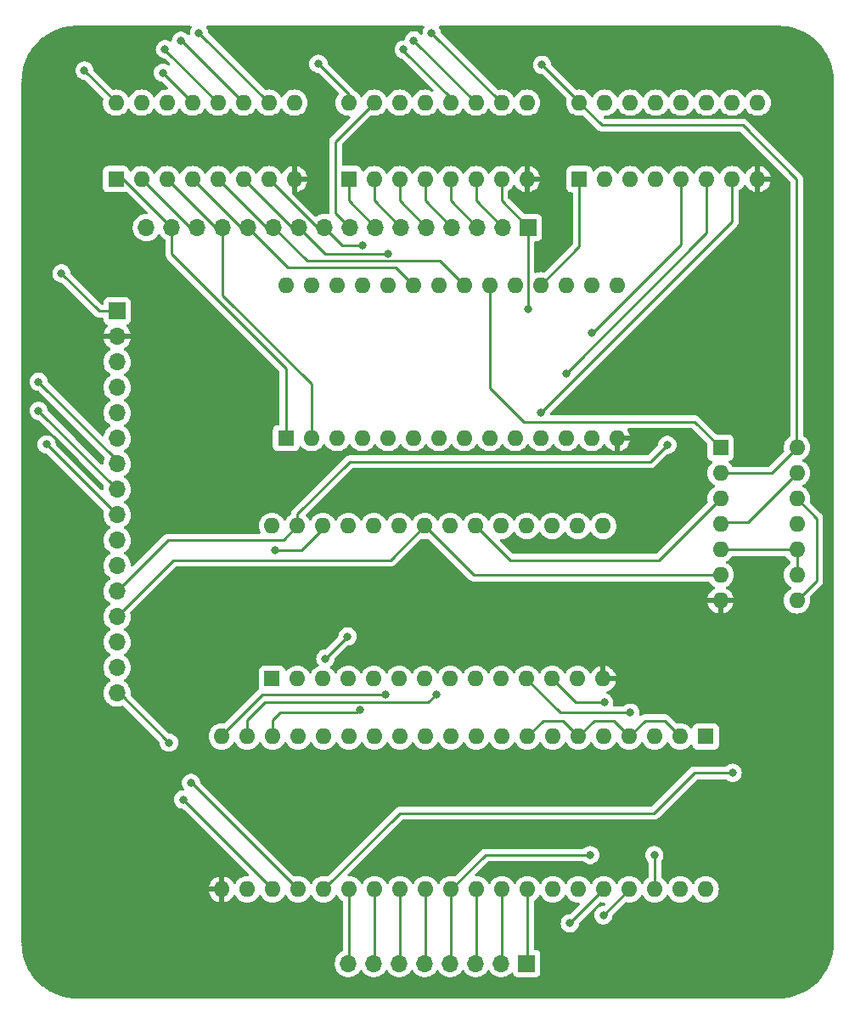
<source format=gbr>
%TF.GenerationSoftware,KiCad,Pcbnew,(6.0.9-0)*%
%TF.CreationDate,2022-12-28T10:48:56-05:00*%
%TF.ProjectId,6502_computer,36353032-5f63-46f6-9d70-757465722e6b,rev?*%
%TF.SameCoordinates,Original*%
%TF.FileFunction,Copper,L2,Bot*%
%TF.FilePolarity,Positive*%
%FSLAX46Y46*%
G04 Gerber Fmt 4.6, Leading zero omitted, Abs format (unit mm)*
G04 Created by KiCad (PCBNEW (6.0.9-0)) date 2022-12-28 10:48:56*
%MOMM*%
%LPD*%
G01*
G04 APERTURE LIST*
%TA.AperFunction,ComponentPad*%
%ADD10R,1.600000X1.600000*%
%TD*%
%TA.AperFunction,ComponentPad*%
%ADD11O,1.600000X1.600000*%
%TD*%
%TA.AperFunction,ComponentPad*%
%ADD12R,1.700000X1.700000*%
%TD*%
%TA.AperFunction,ComponentPad*%
%ADD13O,1.700000X1.700000*%
%TD*%
%TA.AperFunction,ViaPad*%
%ADD14C,0.800000*%
%TD*%
%TA.AperFunction,Conductor*%
%ADD15C,0.250000*%
%TD*%
G04 APERTURE END LIST*
D10*
%TO.P,U2,1,QB*%
%TO.N,/A6*%
X131125000Y-57800000D03*
D11*
%TO.P,U2,2,QC*%
%TO.N,/A5*%
X133665000Y-57800000D03*
%TO.P,U2,3,QD*%
%TO.N,/A4*%
X136205000Y-57800000D03*
%TO.P,U2,4,QE*%
%TO.N,/A3*%
X138745000Y-57800000D03*
%TO.P,U2,5,QF*%
%TO.N,/A2*%
X141285000Y-57800000D03*
%TO.P,U2,6,QG*%
%TO.N,/A1*%
X143825000Y-57800000D03*
%TO.P,U2,7,QH*%
%TO.N,/A0*%
X146365000Y-57800000D03*
%TO.P,U2,8,GND*%
%TO.N,GND*%
X148905000Y-57800000D03*
%TO.P,U2,9,QH'*%
%TO.N,Net-(U2-Pad9)*%
X148905000Y-50180000D03*
%TO.P,U2,10,~{SRCLR}*%
%TO.N,/{slash}SR_CLR*%
X146365000Y-50180000D03*
%TO.P,U2,11,SRCLK*%
%TO.N,/SR_CLK*%
X143825000Y-50180000D03*
%TO.P,U2,12,RCLK*%
%TO.N,/SR_RCLK*%
X141285000Y-50180000D03*
%TO.P,U2,13,~{OE}*%
%TO.N,/{slash}SR_OE*%
X138745000Y-50180000D03*
%TO.P,U2,14,SER*%
%TO.N,Net-(U1-Pad9)*%
X136205000Y-50180000D03*
%TO.P,U2,15,QA*%
%TO.N,/A7*%
X133665000Y-50180000D03*
%TO.P,U2,16,VCC*%
%TO.N,+3.3V*%
X131125000Y-50180000D03*
%TD*%
D10*
%TO.P,U7,1,~{VP}*%
%TO.N,unconnected-(U7-Pad1)*%
X166725000Y-113375000D03*
D11*
%TO.P,U7,2,RDY*%
%TO.N,+3.3V*%
X164185000Y-113375000D03*
%TO.P,U7,3,\u03D51*%
%TO.N,unconnected-(U7-Pad3)*%
X161645000Y-113375000D03*
%TO.P,U7,4,~{IRQ}*%
%TO.N,+3.3V*%
X159105000Y-113375000D03*
%TO.P,U7,5,~{ML}*%
%TO.N,unconnected-(U7-Pad5)*%
X156565000Y-113375000D03*
%TO.P,U7,6,~{NMI}*%
%TO.N,+3.3V*%
X154025000Y-113375000D03*
%TO.P,U7,7,SYNC*%
%TO.N,unconnected-(U7-Pad7)*%
X151485000Y-113375000D03*
%TO.P,U7,8,VDD*%
%TO.N,+3.3V*%
X148945000Y-113375000D03*
%TO.P,U7,9,A0*%
%TO.N,/A0*%
X146405000Y-113375000D03*
%TO.P,U7,10,A1*%
%TO.N,/A1*%
X143865000Y-113375000D03*
%TO.P,U7,11,A2*%
%TO.N,/A2*%
X141325000Y-113375000D03*
%TO.P,U7,12,A3*%
%TO.N,/A3*%
X138785000Y-113375000D03*
%TO.P,U7,13,A4*%
%TO.N,/A4*%
X136245000Y-113375000D03*
%TO.P,U7,14,A5*%
%TO.N,/A5*%
X133705000Y-113375000D03*
%TO.P,U7,15,A6*%
%TO.N,/A6*%
X131165000Y-113375000D03*
%TO.P,U7,16,A7*%
%TO.N,/A7*%
X128625000Y-113375000D03*
%TO.P,U7,17,A8*%
%TO.N,/A8*%
X126085000Y-113375000D03*
%TO.P,U7,18,A9*%
%TO.N,/A9*%
X123545000Y-113375000D03*
%TO.P,U7,19,A10*%
%TO.N,/A10*%
X121005000Y-113375000D03*
%TO.P,U7,20,A11*%
%TO.N,/A11*%
X118465000Y-113375000D03*
%TO.P,U7,21,VSS*%
%TO.N,GND*%
X118465000Y-128615000D03*
%TO.P,U7,22,A12*%
%TO.N,/A12*%
X121005000Y-128615000D03*
%TO.P,U7,23,A13*%
%TO.N,/A13*%
X123545000Y-128615000D03*
%TO.P,U7,24,A14*%
%TO.N,/A14*%
X126085000Y-128615000D03*
%TO.P,U7,25,A15*%
%TO.N,/A15*%
X128625000Y-128615000D03*
%TO.P,U7,26,D7*%
%TO.N,/D7*%
X131165000Y-128615000D03*
%TO.P,U7,27,D6*%
%TO.N,/D6*%
X133705000Y-128615000D03*
%TO.P,U7,28,D5*%
%TO.N,/D5*%
X136245000Y-128615000D03*
%TO.P,U7,29,D4*%
%TO.N,/D4*%
X138785000Y-128615000D03*
%TO.P,U7,30,D3*%
%TO.N,/D3*%
X141325000Y-128615000D03*
%TO.P,U7,31,D2*%
%TO.N,/D2*%
X143865000Y-128615000D03*
%TO.P,U7,32,D1*%
%TO.N,/D1*%
X146405000Y-128615000D03*
%TO.P,U7,33,D0*%
%TO.N,/D0*%
X148945000Y-128615000D03*
%TO.P,U7,34,R/~{W}*%
%TO.N,/{slash}RW*%
X151485000Y-128615000D03*
%TO.P,U7,35,nc*%
%TO.N,unconnected-(U7-Pad35)*%
X154025000Y-128615000D03*
%TO.P,U7,36,BE*%
%TO.N,/CPU_BE*%
X156565000Y-128615000D03*
%TO.P,U7,37,\u03D50*%
%TO.N,/CPU_CLK*%
X159105000Y-128615000D03*
%TO.P,U7,38,~{SO}*%
%TO.N,+3.3V*%
X161645000Y-128615000D03*
%TO.P,U7,39,\u03D52*%
%TO.N,unconnected-(U7-Pad39)*%
X164185000Y-128615000D03*
%TO.P,U7,40,~{RES}*%
%TO.N,/{slash}CPU_RES*%
X166725000Y-128615000D03*
%TD*%
D12*
%TO.P,J1,1,Pin_1*%
%TO.N,+3.3V*%
X108025000Y-70950000D03*
D13*
%TO.P,J1,2,Pin_2*%
%TO.N,GND*%
X108025000Y-73490000D03*
%TO.P,J1,3,Pin_3*%
%TO.N,unconnected-(J1-Pad3)*%
X108025000Y-76030000D03*
%TO.P,J1,4,Pin_4*%
%TO.N,unconnected-(J1-Pad4)*%
X108025000Y-78570000D03*
%TO.P,J1,5,Pin_5*%
%TO.N,unconnected-(J1-Pad5)*%
X108025000Y-81110000D03*
%TO.P,J1,6,Pin_6*%
%TO.N,/SR_DATA*%
X108025000Y-83650000D03*
%TO.P,J1,7,Pin_7*%
%TO.N,/SR_CLK*%
X108025000Y-86190000D03*
%TO.P,J1,8,Pin_8*%
%TO.N,/{slash}SR_CLR*%
X108025000Y-88730000D03*
%TO.P,J1,9,Pin_9*%
%TO.N,/SR_RCLK*%
X108025000Y-91270000D03*
%TO.P,J1,10,Pin_10*%
%TO.N,/{slash}SR_OE*%
X108025000Y-93810000D03*
%TO.P,J1,11,Pin_11*%
%TO.N,/{slash}SR_DOE*%
X108025000Y-96350000D03*
%TO.P,J1,12,Pin_12*%
%TO.N,/{slash}MEM_WE*%
X108025000Y-98890000D03*
%TO.P,J1,13,Pin_13*%
%TO.N,/{slash}MEM_OE*%
X108025000Y-101430000D03*
%TO.P,J1,14,Pin_14*%
%TO.N,/CPU_CLK*%
X108025000Y-103970000D03*
%TO.P,J1,15,Pin_15*%
%TO.N,/CPU_BE*%
X108025000Y-106510000D03*
%TO.P,J1,16,Pin_16*%
%TO.N,/{slash}CPU_RES*%
X108025000Y-109050000D03*
%TD*%
D12*
%TO.P,J2,1,Pin_1*%
%TO.N,/A0*%
X149050000Y-62625000D03*
D13*
%TO.P,J2,2,Pin_2*%
%TO.N,/A1*%
X146510000Y-62625000D03*
%TO.P,J2,3,Pin_3*%
%TO.N,/A2*%
X143970000Y-62625000D03*
%TO.P,J2,4,Pin_4*%
%TO.N,/A3*%
X141430000Y-62625000D03*
%TO.P,J2,5,Pin_5*%
%TO.N,/A4*%
X138890000Y-62625000D03*
%TO.P,J2,6,Pin_6*%
%TO.N,/A5*%
X136350000Y-62625000D03*
%TO.P,J2,7,Pin_7*%
%TO.N,/A6*%
X133810000Y-62625000D03*
%TO.P,J2,8,Pin_8*%
%TO.N,/A7*%
X131270000Y-62625000D03*
%TO.P,J2,9,Pin_9*%
%TO.N,/A8*%
X128730000Y-62625000D03*
%TO.P,J2,10,Pin_10*%
%TO.N,/A9*%
X126190000Y-62625000D03*
%TO.P,J2,11,Pin_11*%
%TO.N,/A10*%
X123650000Y-62625000D03*
%TO.P,J2,12,Pin_12*%
%TO.N,/A11*%
X121110000Y-62625000D03*
%TO.P,J2,13,Pin_13*%
%TO.N,/A12*%
X118570000Y-62625000D03*
%TO.P,J2,14,Pin_14*%
%TO.N,/A13*%
X116030000Y-62625000D03*
%TO.P,J2,15,Pin_15*%
%TO.N,/A14*%
X113490000Y-62625000D03*
%TO.P,J2,16,Pin_16*%
%TO.N,/A15*%
X110950000Y-62625000D03*
%TD*%
D10*
%TO.P,U6,1,A14*%
%TO.N,/A14*%
X123475000Y-107625000D03*
D11*
%TO.P,U6,2,A12*%
%TO.N,/A12*%
X126015000Y-107625000D03*
%TO.P,U6,3,A7*%
%TO.N,/A7*%
X128555000Y-107625000D03*
%TO.P,U6,4,A6*%
%TO.N,/A6*%
X131095000Y-107625000D03*
%TO.P,U6,5,A5*%
%TO.N,/A5*%
X133635000Y-107625000D03*
%TO.P,U6,6,A4*%
%TO.N,/A4*%
X136175000Y-107625000D03*
%TO.P,U6,7,A3*%
%TO.N,/A3*%
X138715000Y-107625000D03*
%TO.P,U6,8,A2*%
%TO.N,/A2*%
X141255000Y-107625000D03*
%TO.P,U6,9,A1*%
%TO.N,/A1*%
X143795000Y-107625000D03*
%TO.P,U6,10,A0*%
%TO.N,/A0*%
X146335000Y-107625000D03*
%TO.P,U6,11,Q0*%
%TO.N,/D0*%
X148875000Y-107625000D03*
%TO.P,U6,12,Q1*%
%TO.N,/D1*%
X151415000Y-107625000D03*
%TO.P,U6,13,Q2*%
%TO.N,/D2*%
X153955000Y-107625000D03*
%TO.P,U6,14,GND*%
%TO.N,GND*%
X156495000Y-107625000D03*
%TO.P,U6,15,Q3*%
%TO.N,/D3*%
X156495000Y-92385000D03*
%TO.P,U6,16,Q4*%
%TO.N,/D4*%
X153955000Y-92385000D03*
%TO.P,U6,17,Q5*%
%TO.N,/D5*%
X151415000Y-92385000D03*
%TO.P,U6,18,Q6*%
%TO.N,/D6*%
X148875000Y-92385000D03*
%TO.P,U6,19,Q7*%
%TO.N,/D7*%
X146335000Y-92385000D03*
%TO.P,U6,20,~{CS}*%
%TO.N,/{slash}TOP32*%
X143795000Y-92385000D03*
%TO.P,U6,21,A10*%
%TO.N,/A10*%
X141255000Y-92385000D03*
%TO.P,U6,22,~{OE}*%
%TO.N,/{slash}MEM_OE*%
X138715000Y-92385000D03*
%TO.P,U6,23,A11*%
%TO.N,/A11*%
X136175000Y-92385000D03*
%TO.P,U6,24,A9*%
%TO.N,/A9*%
X133635000Y-92385000D03*
%TO.P,U6,25,A8*%
%TO.N,/A8*%
X131095000Y-92385000D03*
%TO.P,U6,26,A13*%
%TO.N,/A13*%
X128555000Y-92385000D03*
%TO.P,U6,27,~{WE}*%
%TO.N,/{slash}MEM_WE*%
X126015000Y-92385000D03*
%TO.P,U6,28,VCC*%
%TO.N,+3.3V*%
X123475000Y-92385000D03*
%TD*%
D12*
%TO.P,J3,1,Pin_1*%
%TO.N,/D0*%
X148875000Y-136000000D03*
D13*
%TO.P,J3,2,Pin_2*%
%TO.N,/D1*%
X146335000Y-136000000D03*
%TO.P,J3,3,Pin_3*%
%TO.N,/D2*%
X143795000Y-136000000D03*
%TO.P,J3,4,Pin_4*%
%TO.N,/D3*%
X141255000Y-136000000D03*
%TO.P,J3,5,Pin_5*%
%TO.N,/D4*%
X138715000Y-136000000D03*
%TO.P,J3,6,Pin_6*%
%TO.N,/D5*%
X136175000Y-136000000D03*
%TO.P,J3,7,Pin_7*%
%TO.N,/D6*%
X133635000Y-136000000D03*
%TO.P,J3,8,Pin_8*%
%TO.N,/D7*%
X131095000Y-136000000D03*
%TD*%
D10*
%TO.P,U4,1,A14*%
%TO.N,/A14*%
X124875000Y-83625000D03*
D11*
%TO.P,U4,2,A12*%
%TO.N,/A12*%
X127415000Y-83625000D03*
%TO.P,U4,3,A7*%
%TO.N,/A7*%
X129955000Y-83625000D03*
%TO.P,U4,4,A6*%
%TO.N,/A6*%
X132495000Y-83625000D03*
%TO.P,U4,5,A5*%
%TO.N,/A5*%
X135035000Y-83625000D03*
%TO.P,U4,6,A4*%
%TO.N,/A4*%
X137575000Y-83625000D03*
%TO.P,U4,7,A3*%
%TO.N,/A3*%
X140115000Y-83625000D03*
%TO.P,U4,8,A2*%
%TO.N,/A2*%
X142655000Y-83625000D03*
%TO.P,U4,9,A1*%
%TO.N,/A1*%
X145195000Y-83625000D03*
%TO.P,U4,10,A0*%
%TO.N,/A0*%
X147735000Y-83625000D03*
%TO.P,U4,11,Q0*%
%TO.N,/D0*%
X150275000Y-83625000D03*
%TO.P,U4,12,Q1*%
%TO.N,/D1*%
X152815000Y-83625000D03*
%TO.P,U4,13,Q2*%
%TO.N,/D2*%
X155355000Y-83625000D03*
%TO.P,U4,14,GND*%
%TO.N,GND*%
X157895000Y-83625000D03*
%TO.P,U4,15,Q3*%
%TO.N,/D3*%
X157895000Y-68385000D03*
%TO.P,U4,16,Q4*%
%TO.N,/D4*%
X155355000Y-68385000D03*
%TO.P,U4,17,Q5*%
%TO.N,/D5*%
X152815000Y-68385000D03*
%TO.P,U4,18,Q6*%
%TO.N,/D6*%
X150275000Y-68385000D03*
%TO.P,U4,19,Q7*%
%TO.N,/D7*%
X147735000Y-68385000D03*
%TO.P,U4,20,~{CS}*%
%TO.N,/A15*%
X145195000Y-68385000D03*
%TO.P,U4,21,A10*%
%TO.N,/A10*%
X142655000Y-68385000D03*
%TO.P,U4,22,~{OE}*%
%TO.N,/{slash}MEM_OE*%
X140115000Y-68385000D03*
%TO.P,U4,23,A11*%
%TO.N,/A11*%
X137575000Y-68385000D03*
%TO.P,U4,24,A9*%
%TO.N,/A9*%
X135035000Y-68385000D03*
%TO.P,U4,25,A8*%
%TO.N,/A8*%
X132495000Y-68385000D03*
%TO.P,U4,26,A13*%
%TO.N,/A13*%
X129955000Y-68385000D03*
%TO.P,U4,27,~{WE}*%
%TO.N,/{slash}MEM_WE*%
X127415000Y-68385000D03*
%TO.P,U4,28,VCC*%
%TO.N,+3.3V*%
X124875000Y-68385000D03*
%TD*%
D10*
%TO.P,U3,1,QB*%
%TO.N,/D6*%
X154125000Y-57800000D03*
D11*
%TO.P,U3,2,QC*%
%TO.N,/D5*%
X156665000Y-57800000D03*
%TO.P,U3,3,QD*%
%TO.N,/D4*%
X159205000Y-57800000D03*
%TO.P,U3,4,QE*%
%TO.N,/D3*%
X161745000Y-57800000D03*
%TO.P,U3,5,QF*%
%TO.N,/D2*%
X164285000Y-57800000D03*
%TO.P,U3,6,QG*%
%TO.N,/D1*%
X166825000Y-57800000D03*
%TO.P,U3,7,QH*%
%TO.N,/D0*%
X169365000Y-57800000D03*
%TO.P,U3,8,GND*%
%TO.N,GND*%
X171905000Y-57800000D03*
%TO.P,U3,9,QH'*%
%TO.N,unconnected-(U3-Pad9)*%
X171905000Y-50180000D03*
%TO.P,U3,10,~{SRCLR}*%
%TO.N,/{slash}SR_CLR*%
X169365000Y-50180000D03*
%TO.P,U3,11,SRCLK*%
%TO.N,/SR_CLK*%
X166825000Y-50180000D03*
%TO.P,U3,12,RCLK*%
%TO.N,/SR_RCLK*%
X164285000Y-50180000D03*
%TO.P,U3,13,~{OE}*%
%TO.N,/{slash}SR_DOE*%
X161745000Y-50180000D03*
%TO.P,U3,14,SER*%
%TO.N,Net-(U2-Pad9)*%
X159205000Y-50180000D03*
%TO.P,U3,15,QA*%
%TO.N,/D7*%
X156665000Y-50180000D03*
%TO.P,U3,16,VCC*%
%TO.N,+3.3V*%
X154125000Y-50180000D03*
%TD*%
D10*
%TO.P,U5,1*%
%TO.N,/A15*%
X168200000Y-84575000D03*
D11*
%TO.P,U5,2*%
%TO.N,+3.3V*%
X168200000Y-87115000D03*
%TO.P,U5,3*%
%TO.N,/{slash}TOP32*%
X168200000Y-89655000D03*
%TO.P,U5,4*%
%TO.N,/CPU_CLK*%
X168200000Y-92195000D03*
%TO.P,U5,5*%
%TO.N,/{slash}RW*%
X168200000Y-94735000D03*
%TO.P,U5,6*%
%TO.N,/{slash}MEM_OE*%
X168200000Y-97275000D03*
%TO.P,U5,7,GND*%
%TO.N,GND*%
X168200000Y-99815000D03*
%TO.P,U5,8*%
%TO.N,Net-(U5-Pad12)*%
X175820000Y-99815000D03*
%TO.P,U5,9*%
%TO.N,/{slash}RW*%
X175820000Y-97275000D03*
%TO.P,U5,10*%
X175820000Y-94735000D03*
%TO.P,U5,11*%
%TO.N,/{slash}MEM_WE*%
X175820000Y-92195000D03*
%TO.P,U5,12*%
%TO.N,Net-(U5-Pad12)*%
X175820000Y-89655000D03*
%TO.P,U5,13*%
%TO.N,/CPU_CLK*%
X175820000Y-87115000D03*
%TO.P,U5,14,VCC*%
%TO.N,+3.3V*%
X175820000Y-84575000D03*
%TD*%
D10*
%TO.P,U1,1,QB*%
%TO.N,/A14*%
X107925000Y-57800000D03*
D11*
%TO.P,U1,2,QC*%
%TO.N,/A13*%
X110465000Y-57800000D03*
%TO.P,U1,3,QD*%
%TO.N,/A12*%
X113005000Y-57800000D03*
%TO.P,U1,4,QE*%
%TO.N,/A11*%
X115545000Y-57800000D03*
%TO.P,U1,5,QF*%
%TO.N,/A10*%
X118085000Y-57800000D03*
%TO.P,U1,6,QG*%
%TO.N,/A9*%
X120625000Y-57800000D03*
%TO.P,U1,7,QH*%
%TO.N,/A8*%
X123165000Y-57800000D03*
%TO.P,U1,8,GND*%
%TO.N,GND*%
X125705000Y-57800000D03*
%TO.P,U1,9,QH'*%
%TO.N,Net-(U1-Pad9)*%
X125705000Y-50180000D03*
%TO.P,U1,10,~{SRCLR}*%
%TO.N,/{slash}SR_CLR*%
X123165000Y-50180000D03*
%TO.P,U1,11,SRCLK*%
%TO.N,/SR_CLK*%
X120625000Y-50180000D03*
%TO.P,U1,12,RCLK*%
%TO.N,/SR_RCLK*%
X118085000Y-50180000D03*
%TO.P,U1,13,~{OE}*%
%TO.N,/{slash}SR_OE*%
X115545000Y-50180000D03*
%TO.P,U1,14,SER*%
%TO.N,/SR_DATA*%
X113005000Y-50180000D03*
%TO.P,U1,15,QA*%
%TO.N,/A15*%
X110465000Y-50180000D03*
%TO.P,U1,16,VCC*%
%TO.N,+3.3V*%
X107925000Y-50180000D03*
%TD*%
D14*
%TO.N,/{slash}MEM_WE*%
X162900000Y-84300000D03*
%TO.N,/A14*%
X115400000Y-118000000D03*
%TO.N,/A13*%
X123800000Y-94800000D03*
X114600000Y-119670000D03*
%TO.N,/A11*%
X134800000Y-109200000D03*
%TO.N,/A10*%
X139840000Y-109160000D03*
%TO.N,/A9*%
X135035000Y-65225500D03*
X132220000Y-110724500D03*
%TO.N,/A8*%
X132495000Y-64400000D03*
X128800000Y-105600000D03*
X131000000Y-103400000D03*
%TO.N,/A15*%
X169400000Y-117000000D03*
%TO.N,+3.3V*%
X128100000Y-46300000D03*
X102475500Y-67200000D03*
X104769502Y-46969502D03*
X161600000Y-125200000D03*
X150400000Y-46400000D03*
%TO.N,/A0*%
X149000000Y-70800000D03*
%TO.N,/D3*%
X155200000Y-125200000D03*
%TO.N,/D2*%
X155355000Y-73155000D03*
%TO.N,/D1*%
X152815000Y-77215000D03*
X156600000Y-110000000D03*
%TO.N,/D0*%
X150275000Y-81125000D03*
X159200000Y-111000000D03*
%TO.N,/SR_CLK*%
X114400000Y-44000000D03*
X100200000Y-78000000D03*
X137622500Y-43977500D03*
%TO.N,/CPU_CLK*%
X156520000Y-131200000D03*
%TO.N,/CPU_BE*%
X153180000Y-132000000D03*
%TO.N,/{slash}CPU_RES*%
X113200000Y-114000000D03*
%TO.N,/{slash}SR_CLR*%
X100200000Y-80905000D03*
X139392500Y-43207500D03*
X116200000Y-43200000D03*
%TO.N,/SR_RCLK*%
X136600000Y-44875500D03*
X101000000Y-84245000D03*
X112800000Y-44850500D03*
%TO.N,/{slash}SR_OE*%
X112600000Y-47200000D03*
%TD*%
D15*
%TO.N,/CPU_CLK*%
X175820000Y-87115000D02*
X170935000Y-92000000D01*
X170935000Y-92000000D02*
X168600000Y-92000000D01*
X168600000Y-92000000D02*
X168405000Y-92195000D01*
X168405000Y-92195000D02*
X168200000Y-92195000D01*
%TO.N,/{slash}MEM_WE*%
X161210000Y-85990000D02*
X131210000Y-85990000D01*
X131210000Y-85990000D02*
X126015000Y-91185000D01*
X162900000Y-84300000D02*
X161210000Y-85990000D01*
X126015000Y-91185000D02*
X126015000Y-92385000D01*
%TO.N,/A15*%
X169400000Y-117000000D02*
X165600000Y-117000000D01*
X165600000Y-117000000D02*
X161563604Y-121036396D01*
X161563604Y-121036396D02*
X136203604Y-121036396D01*
X136203604Y-121036396D02*
X128625000Y-128615000D01*
%TO.N,/{slash}TOP32*%
X143795000Y-92385000D02*
X147210000Y-95800000D01*
X147210000Y-95800000D02*
X162055000Y-95800000D01*
X162055000Y-95800000D02*
X168200000Y-89655000D01*
%TO.N,/{slash}MEM_OE*%
X138715000Y-92385000D02*
X143605000Y-97275000D01*
X143605000Y-97275000D02*
X168200000Y-97275000D01*
%TO.N,+3.3V*%
X148945000Y-113375000D02*
X150520000Y-111800000D01*
X150520000Y-111800000D02*
X152450000Y-111800000D01*
X152450000Y-111800000D02*
X154025000Y-113375000D01*
X154025000Y-113375000D02*
X155600000Y-111800000D01*
X155600000Y-111800000D02*
X157530000Y-111800000D01*
X157530000Y-111800000D02*
X159105000Y-113375000D01*
X159105000Y-113375000D02*
X160680000Y-111800000D01*
X160680000Y-111800000D02*
X162610000Y-111800000D01*
X162610000Y-111800000D02*
X164185000Y-113375000D01*
%TO.N,/D0*%
X169365000Y-62035000D02*
X169365000Y-57800000D01*
X150275000Y-81125000D02*
X169365000Y-62035000D01*
%TO.N,+3.3V*%
X150400000Y-46400000D02*
X154125000Y-50125000D01*
X154125000Y-50125000D02*
X154125000Y-50180000D01*
%TO.N,/D6*%
X154125000Y-57800000D02*
X154125000Y-64535000D01*
X154125000Y-64535000D02*
X150275000Y-68385000D01*
%TO.N,/D1*%
X152815000Y-77215000D02*
X152815000Y-77185000D01*
X152815000Y-77185000D02*
X166825000Y-63175000D01*
X166825000Y-63175000D02*
X166825000Y-57800000D01*
%TO.N,/D2*%
X155355000Y-73155000D02*
X155445000Y-73155000D01*
X155445000Y-73155000D02*
X164285000Y-64315000D01*
X164285000Y-64315000D02*
X164285000Y-57800000D01*
%TO.N,+3.3V*%
X154125000Y-50180000D02*
X156345000Y-52400000D01*
X175800000Y-84555000D02*
X175820000Y-84575000D01*
X156345000Y-52400000D02*
X170400000Y-52400000D01*
X170400000Y-52400000D02*
X175800000Y-57800000D01*
X175800000Y-57800000D02*
X175800000Y-84555000D01*
X104769502Y-46969502D02*
X107925000Y-50125000D01*
X107925000Y-50125000D02*
X107925000Y-50180000D01*
%TO.N,/{slash}SR_OE*%
X112600000Y-47200000D02*
X112600000Y-47235000D01*
X112600000Y-47235000D02*
X115545000Y-50180000D01*
%TO.N,/SR_RCLK*%
X112800000Y-44850500D02*
X112800000Y-44895000D01*
X112800000Y-44895000D02*
X118085000Y-50180000D01*
%TO.N,/SR_CLK*%
X114400000Y-44000000D02*
X114445000Y-44000000D01*
X114445000Y-44000000D02*
X120625000Y-50180000D01*
%TO.N,/{slash}SR_CLR*%
X116200000Y-43200000D02*
X116200000Y-43215000D01*
X116200000Y-43215000D02*
X123165000Y-50180000D01*
%TO.N,/A14*%
X107925000Y-57800000D02*
X108665000Y-57800000D01*
X108665000Y-57800000D02*
X113490000Y-62625000D01*
%TO.N,/A8*%
X123165000Y-57800000D02*
X127990000Y-62625000D01*
X127990000Y-62625000D02*
X128730000Y-62625000D01*
%TO.N,/A9*%
X120625000Y-57800000D02*
X125450000Y-62625000D01*
X125450000Y-62625000D02*
X126190000Y-62625000D01*
%TO.N,/A10*%
X118085000Y-57800000D02*
X122910000Y-62625000D01*
X122910000Y-62625000D02*
X123650000Y-62625000D01*
%TO.N,/A11*%
X115545000Y-57800000D02*
X120370000Y-62625000D01*
X120370000Y-62625000D02*
X121110000Y-62625000D01*
%TO.N,/A12*%
X113005000Y-57800000D02*
X117830000Y-62625000D01*
X117830000Y-62625000D02*
X118570000Y-62625000D01*
%TO.N,/A13*%
X110465000Y-57800000D02*
X115290000Y-62625000D01*
X115290000Y-62625000D02*
X116030000Y-62625000D01*
%TO.N,/A14*%
X115400000Y-118000000D02*
X115470000Y-118000000D01*
X124875000Y-83625000D02*
X124875000Y-76675000D01*
X113490000Y-62625000D02*
X113490000Y-65290000D01*
X115470000Y-118000000D02*
X126085000Y-128615000D01*
X113490000Y-65290000D02*
X124875000Y-76675000D01*
%TO.N,/A13*%
X128555000Y-92645000D02*
X128555000Y-92385000D01*
X114600000Y-119670000D02*
X123545000Y-128615000D01*
X123800000Y-94800000D02*
X126400000Y-94800000D01*
X126400000Y-94800000D02*
X128555000Y-92645000D01*
%TO.N,/A12*%
X127415000Y-78215000D02*
X118570000Y-69370000D01*
X127415000Y-83625000D02*
X127415000Y-78215000D01*
X118570000Y-69370000D02*
X118570000Y-62625000D01*
%TO.N,/A11*%
X134800000Y-109200000D02*
X122520000Y-109200000D01*
X122520000Y-109200000D02*
X118465000Y-113255000D01*
X135790000Y-66600000D02*
X125085000Y-66600000D01*
X137575000Y-68385000D02*
X135790000Y-66600000D01*
X125085000Y-66600000D02*
X121110000Y-62625000D01*
X118465000Y-113255000D02*
X118465000Y-113375000D01*
%TO.N,/A10*%
X142655000Y-68385000D02*
X140220000Y-65950000D01*
X140220000Y-65950000D02*
X126975000Y-65950000D01*
X126975000Y-65950000D02*
X123650000Y-62625000D01*
X139000000Y-110000000D02*
X122780000Y-110000000D01*
X121005000Y-111775000D02*
X121005000Y-113375000D01*
X139840000Y-109160000D02*
X139000000Y-110000000D01*
X122780000Y-110000000D02*
X121005000Y-111775000D01*
%TO.N,/A9*%
X132220000Y-110724500D02*
X131944500Y-111000000D01*
X128790500Y-65225500D02*
X126190000Y-62625000D01*
X131944500Y-111000000D02*
X124320000Y-111000000D01*
X123545000Y-111775000D02*
X123545000Y-113375000D01*
X124320000Y-111000000D02*
X123545000Y-111775000D01*
X135035000Y-65225500D02*
X128790500Y-65225500D01*
%TO.N,/A8*%
X132495000Y-64400000D02*
X130505000Y-64400000D01*
X128800000Y-105600000D02*
X131000000Y-103400000D01*
X130505000Y-64400000D02*
X128730000Y-62625000D01*
%TO.N,/A15*%
X145195000Y-78595000D02*
X148600000Y-82000000D01*
X145195000Y-68385000D02*
X145195000Y-78595000D01*
X165625000Y-82000000D02*
X168200000Y-84575000D01*
X148600000Y-82000000D02*
X165625000Y-82000000D01*
%TO.N,+3.3V*%
X128100000Y-46300000D02*
X131125000Y-49325000D01*
X168200000Y-87115000D02*
X173280000Y-87115000D01*
X173280000Y-87115000D02*
X175820000Y-84575000D01*
X131125000Y-49325000D02*
X131125000Y-50180000D01*
X106225500Y-70950000D02*
X108025000Y-70950000D01*
X102475500Y-67200000D02*
X106225500Y-70950000D01*
X161645000Y-125245000D02*
X161645000Y-128615000D01*
X161600000Y-125200000D02*
X161645000Y-125245000D01*
%TO.N,/A6*%
X131125000Y-57800000D02*
X131125000Y-59940000D01*
X131125000Y-59940000D02*
X133810000Y-62625000D01*
%TO.N,/A5*%
X133665000Y-59940000D02*
X136350000Y-62625000D01*
X133665000Y-57800000D02*
X133665000Y-59940000D01*
%TO.N,/A4*%
X136205000Y-59940000D02*
X138890000Y-62625000D01*
X136205000Y-57800000D02*
X136205000Y-59940000D01*
%TO.N,/A3*%
X138745000Y-57800000D02*
X138745000Y-59940000D01*
X138745000Y-59940000D02*
X141430000Y-62625000D01*
%TO.N,/A2*%
X141285000Y-59940000D02*
X143970000Y-62625000D01*
X141285000Y-57800000D02*
X141285000Y-59940000D01*
%TO.N,/A1*%
X143825000Y-59940000D02*
X146510000Y-62625000D01*
X143825000Y-57800000D02*
X143825000Y-59940000D01*
%TO.N,/A0*%
X146365000Y-57800000D02*
X146365000Y-59940000D01*
X149050000Y-62625000D02*
X149000000Y-62675000D01*
X149000000Y-62675000D02*
X149000000Y-70800000D01*
X146365000Y-59940000D02*
X149050000Y-62625000D01*
%TO.N,/A7*%
X129800000Y-61155000D02*
X129800000Y-54045000D01*
X129800000Y-54045000D02*
X133665000Y-50180000D01*
X131270000Y-62625000D02*
X129800000Y-61155000D01*
%TO.N,/D6*%
X133705000Y-135930000D02*
X133635000Y-136000000D01*
X133705000Y-128615000D02*
X133705000Y-135930000D01*
%TO.N,/D5*%
X136245000Y-128615000D02*
X136245000Y-135930000D01*
X136245000Y-135930000D02*
X136175000Y-136000000D01*
%TO.N,/D4*%
X138785000Y-135930000D02*
X138715000Y-136000000D01*
X138785000Y-128615000D02*
X138785000Y-135930000D01*
%TO.N,/D3*%
X141325000Y-128615000D02*
X141325000Y-135930000D01*
X141325000Y-135930000D02*
X141255000Y-136000000D01*
X144740000Y-125200000D02*
X141325000Y-128615000D01*
X155200000Y-125200000D02*
X144740000Y-125200000D01*
%TO.N,/D2*%
X143865000Y-135930000D02*
X143795000Y-136000000D01*
X143865000Y-128615000D02*
X143865000Y-135930000D01*
%TO.N,/D1*%
X146405000Y-135930000D02*
X146335000Y-136000000D01*
X153790000Y-110000000D02*
X151415000Y-107625000D01*
X146405000Y-128615000D02*
X146405000Y-135930000D01*
X156600000Y-110000000D02*
X153790000Y-110000000D01*
%TO.N,/D0*%
X159200000Y-111000000D02*
X152200000Y-111000000D01*
X152200000Y-111000000D02*
X148875000Y-107675000D01*
X148945000Y-135930000D02*
X148875000Y-136000000D01*
X148875000Y-107675000D02*
X148875000Y-107625000D01*
X148945000Y-128615000D02*
X148945000Y-135930000D01*
%TO.N,/D7*%
X131165000Y-135930000D02*
X131095000Y-136000000D01*
X131165000Y-128615000D02*
X131165000Y-135930000D01*
%TO.N,/SR_CLK*%
X137622500Y-43977500D02*
X143825000Y-50180000D01*
X100200000Y-78000000D02*
X108025000Y-85825000D01*
X108025000Y-85825000D02*
X108025000Y-86190000D01*
%TO.N,/{slash}RW*%
X175820000Y-94735000D02*
X175820000Y-97275000D01*
X175820000Y-94735000D02*
X168200000Y-94735000D01*
%TO.N,Net-(U5-Pad12)*%
X177800000Y-97835000D02*
X175820000Y-99815000D01*
X177800000Y-91635000D02*
X177800000Y-97835000D01*
X175820000Y-89655000D02*
X177800000Y-91635000D01*
%TO.N,/CPU_CLK*%
X156520000Y-131200000D02*
X159105000Y-128615000D01*
%TO.N,/CPU_BE*%
X153180000Y-132000000D02*
X156565000Y-128615000D01*
%TO.N,/{slash}CPU_RES*%
X113200000Y-114000000D02*
X108250000Y-109050000D01*
X108250000Y-109050000D02*
X108025000Y-109050000D01*
%TO.N,/{slash}SR_CLR*%
X100200000Y-80905000D02*
X108025000Y-88730000D01*
X139392500Y-43207500D02*
X146365000Y-50180000D01*
%TO.N,/SR_RCLK*%
X101000000Y-84245000D02*
X108025000Y-91270000D01*
X141285000Y-49685000D02*
X141285000Y-50180000D01*
X136600000Y-45000000D02*
X141285000Y-49685000D01*
X136600000Y-44875500D02*
X136600000Y-45000000D01*
%TO.N,/{slash}MEM_WE*%
X124600000Y-93800000D02*
X113115000Y-93800000D01*
X126015000Y-92385000D02*
X124600000Y-93800000D01*
X113115000Y-93800000D02*
X108025000Y-98890000D01*
%TO.N,/{slash}MEM_OE*%
X138715000Y-92385000D02*
X135300000Y-95800000D01*
X135300000Y-95800000D02*
X113600000Y-95800000D01*
X113600000Y-95800000D02*
X108025000Y-101375000D01*
X108025000Y-101375000D02*
X108025000Y-101430000D01*
%TD*%
%TA.AperFunction,Conductor*%
%TO.N,GND*%
G36*
X115400076Y-42528502D02*
G01*
X115446569Y-42582158D01*
X115456673Y-42652432D01*
X115441074Y-42697499D01*
X115365473Y-42828444D01*
X115306458Y-43010072D01*
X115305768Y-43016633D01*
X115305768Y-43016635D01*
X115289610Y-43170370D01*
X115286496Y-43200000D01*
X115296751Y-43297568D01*
X115283979Y-43367404D01*
X115235477Y-43419251D01*
X115166644Y-43436646D01*
X115099335Y-43414065D01*
X115077805Y-43395048D01*
X115073195Y-43389928D01*
X115011253Y-43321134D01*
X114879753Y-43225593D01*
X114862094Y-43212763D01*
X114862093Y-43212762D01*
X114856752Y-43208882D01*
X114850724Y-43206198D01*
X114850722Y-43206197D01*
X114688319Y-43133891D01*
X114688318Y-43133891D01*
X114682288Y-43131206D01*
X114588887Y-43111353D01*
X114501944Y-43092872D01*
X114501939Y-43092872D01*
X114495487Y-43091500D01*
X114304513Y-43091500D01*
X114298061Y-43092872D01*
X114298056Y-43092872D01*
X114211113Y-43111353D01*
X114117712Y-43131206D01*
X114111682Y-43133891D01*
X114111681Y-43133891D01*
X113949278Y-43206197D01*
X113949276Y-43206198D01*
X113943248Y-43208882D01*
X113937907Y-43212762D01*
X113937906Y-43212763D01*
X113920247Y-43225593D01*
X113788747Y-43321134D01*
X113784329Y-43326041D01*
X113784325Y-43326045D01*
X113676071Y-43446274D01*
X113660960Y-43463056D01*
X113657659Y-43468774D01*
X113581768Y-43600221D01*
X113565473Y-43628444D01*
X113506458Y-43810072D01*
X113505768Y-43816633D01*
X113505768Y-43816635D01*
X113487210Y-43993203D01*
X113460197Y-44058860D01*
X113401975Y-44099489D01*
X113331030Y-44102192D01*
X113287839Y-44081968D01*
X113262094Y-44063263D01*
X113262093Y-44063262D01*
X113256752Y-44059382D01*
X113250724Y-44056698D01*
X113250722Y-44056697D01*
X113088319Y-43984391D01*
X113088318Y-43984391D01*
X113082288Y-43981706D01*
X112974035Y-43958696D01*
X112901944Y-43943372D01*
X112901939Y-43943372D01*
X112895487Y-43942000D01*
X112704513Y-43942000D01*
X112698061Y-43943372D01*
X112698056Y-43943372D01*
X112625965Y-43958696D01*
X112517712Y-43981706D01*
X112511682Y-43984391D01*
X112511681Y-43984391D01*
X112349278Y-44056697D01*
X112349276Y-44056698D01*
X112343248Y-44059382D01*
X112337907Y-44063262D01*
X112337906Y-44063263D01*
X112303497Y-44088263D01*
X112188747Y-44171634D01*
X112184326Y-44176544D01*
X112184325Y-44176545D01*
X112091484Y-44279656D01*
X112060960Y-44313556D01*
X111965473Y-44478944D01*
X111906458Y-44660572D01*
X111905768Y-44667133D01*
X111905768Y-44667135D01*
X111897854Y-44742438D01*
X111886496Y-44850500D01*
X111906458Y-45040428D01*
X111965473Y-45222056D01*
X112060960Y-45387444D01*
X112065378Y-45392351D01*
X112065379Y-45392352D01*
X112184325Y-45524455D01*
X112188747Y-45529366D01*
X112228501Y-45558249D01*
X112321814Y-45626045D01*
X112343248Y-45641618D01*
X112349276Y-45644302D01*
X112349278Y-45644303D01*
X112511681Y-45716609D01*
X112517712Y-45719294D01*
X112611113Y-45739147D01*
X112698056Y-45757628D01*
X112698061Y-45757628D01*
X112704513Y-45759000D01*
X112715906Y-45759000D01*
X112784027Y-45779002D01*
X112805001Y-45795905D01*
X113245649Y-46236553D01*
X113279675Y-46298865D01*
X113274610Y-46369680D01*
X113232063Y-46426516D01*
X113165543Y-46451327D01*
X113096169Y-46436236D01*
X113082493Y-46427584D01*
X113062094Y-46412763D01*
X113062093Y-46412762D01*
X113056752Y-46408882D01*
X113050724Y-46406198D01*
X113050722Y-46406197D01*
X112888319Y-46333891D01*
X112888318Y-46333891D01*
X112882288Y-46331206D01*
X112766362Y-46306565D01*
X112701944Y-46292872D01*
X112701939Y-46292872D01*
X112695487Y-46291500D01*
X112504513Y-46291500D01*
X112498061Y-46292872D01*
X112498056Y-46292872D01*
X112433638Y-46306565D01*
X112317712Y-46331206D01*
X112311682Y-46333891D01*
X112311681Y-46333891D01*
X112149278Y-46406197D01*
X112149276Y-46406198D01*
X112143248Y-46408882D01*
X111988747Y-46521134D01*
X111984326Y-46526044D01*
X111984325Y-46526045D01*
X111962118Y-46550709D01*
X111860960Y-46663056D01*
X111765473Y-46828444D01*
X111706458Y-47010072D01*
X111705768Y-47016633D01*
X111705768Y-47016635D01*
X111698819Y-47082749D01*
X111686496Y-47200000D01*
X111687186Y-47206565D01*
X111701322Y-47341058D01*
X111706458Y-47389928D01*
X111765473Y-47571556D01*
X111860960Y-47736944D01*
X111865378Y-47741851D01*
X111865379Y-47741852D01*
X111949800Y-47835611D01*
X111988747Y-47878866D01*
X112143248Y-47991118D01*
X112149276Y-47993802D01*
X112149278Y-47993803D01*
X112238249Y-48033415D01*
X112317712Y-48068794D01*
X112411112Y-48088647D01*
X112498056Y-48107128D01*
X112498061Y-48107128D01*
X112504513Y-48108500D01*
X112525406Y-48108500D01*
X112593527Y-48128502D01*
X112614501Y-48145405D01*
X113122507Y-48653411D01*
X113156533Y-48715723D01*
X113151468Y-48786538D01*
X113108921Y-48843374D01*
X113042401Y-48868185D01*
X113022430Y-48868026D01*
X113010486Y-48866981D01*
X113010475Y-48866981D01*
X113005000Y-48866502D01*
X112776913Y-48886457D01*
X112771600Y-48887881D01*
X112771598Y-48887881D01*
X112561067Y-48944293D01*
X112561065Y-48944294D01*
X112555757Y-48945716D01*
X112550776Y-48948039D01*
X112550775Y-48948039D01*
X112353238Y-49040151D01*
X112353233Y-49040154D01*
X112348251Y-49042477D01*
X112332863Y-49053252D01*
X112165211Y-49170643D01*
X112165208Y-49170645D01*
X112160700Y-49173802D01*
X111998802Y-49335700D01*
X111867477Y-49523251D01*
X111865154Y-49528233D01*
X111865151Y-49528238D01*
X111849195Y-49562457D01*
X111802278Y-49615742D01*
X111734001Y-49635203D01*
X111666041Y-49614661D01*
X111620805Y-49562457D01*
X111604849Y-49528238D01*
X111604846Y-49528233D01*
X111602523Y-49523251D01*
X111471198Y-49335700D01*
X111309300Y-49173802D01*
X111304792Y-49170645D01*
X111304789Y-49170643D01*
X111137137Y-49053252D01*
X111121749Y-49042477D01*
X111116767Y-49040154D01*
X111116762Y-49040151D01*
X110919225Y-48948039D01*
X110919224Y-48948039D01*
X110914243Y-48945716D01*
X110908935Y-48944294D01*
X110908933Y-48944293D01*
X110698402Y-48887881D01*
X110698400Y-48887881D01*
X110693087Y-48886457D01*
X110465000Y-48866502D01*
X110236913Y-48886457D01*
X110231600Y-48887881D01*
X110231598Y-48887881D01*
X110021067Y-48944293D01*
X110021065Y-48944294D01*
X110015757Y-48945716D01*
X110010776Y-48948039D01*
X110010775Y-48948039D01*
X109813238Y-49040151D01*
X109813233Y-49040154D01*
X109808251Y-49042477D01*
X109792863Y-49053252D01*
X109625211Y-49170643D01*
X109625208Y-49170645D01*
X109620700Y-49173802D01*
X109458802Y-49335700D01*
X109327477Y-49523251D01*
X109325154Y-49528233D01*
X109325151Y-49528238D01*
X109309195Y-49562457D01*
X109262278Y-49615742D01*
X109194001Y-49635203D01*
X109126041Y-49614661D01*
X109080805Y-49562457D01*
X109064849Y-49528238D01*
X109064846Y-49528233D01*
X109062523Y-49523251D01*
X108931198Y-49335700D01*
X108769300Y-49173802D01*
X108764792Y-49170645D01*
X108764789Y-49170643D01*
X108597137Y-49053252D01*
X108581749Y-49042477D01*
X108576767Y-49040154D01*
X108576762Y-49040151D01*
X108379225Y-48948039D01*
X108379224Y-48948039D01*
X108374243Y-48945716D01*
X108368935Y-48944294D01*
X108368933Y-48944293D01*
X108158402Y-48887881D01*
X108158400Y-48887881D01*
X108153087Y-48886457D01*
X107925000Y-48866502D01*
X107696913Y-48886457D01*
X107691606Y-48887879D01*
X107691595Y-48887881D01*
X107676837Y-48891836D01*
X107605861Y-48890148D01*
X107555129Y-48859225D01*
X105716624Y-47020719D01*
X105682598Y-46958407D01*
X105680409Y-46944794D01*
X105663734Y-46786137D01*
X105663734Y-46786135D01*
X105663044Y-46779574D01*
X105604029Y-46597946D01*
X105508542Y-46432558D01*
X105504064Y-46427584D01*
X105385177Y-46295547D01*
X105385176Y-46295546D01*
X105380755Y-46290636D01*
X105226254Y-46178384D01*
X105220226Y-46175700D01*
X105220224Y-46175699D01*
X105057821Y-46103393D01*
X105057820Y-46103393D01*
X105051790Y-46100708D01*
X104952443Y-46079591D01*
X104871446Y-46062374D01*
X104871441Y-46062374D01*
X104864989Y-46061002D01*
X104674015Y-46061002D01*
X104667563Y-46062374D01*
X104667558Y-46062374D01*
X104586561Y-46079591D01*
X104487214Y-46100708D01*
X104481184Y-46103393D01*
X104481183Y-46103393D01*
X104318780Y-46175699D01*
X104318778Y-46175700D01*
X104312750Y-46178384D01*
X104158249Y-46290636D01*
X104153828Y-46295546D01*
X104153827Y-46295547D01*
X104034941Y-46427584D01*
X104030462Y-46432558D01*
X103934975Y-46597946D01*
X103875960Y-46779574D01*
X103875270Y-46786135D01*
X103875270Y-46786137D01*
X103870531Y-46831226D01*
X103855998Y-46969502D01*
X103856688Y-46976067D01*
X103869851Y-47101302D01*
X103875960Y-47159430D01*
X103934975Y-47341058D01*
X104030462Y-47506446D01*
X104034880Y-47511353D01*
X104034881Y-47511354D01*
X104083428Y-47565271D01*
X104158249Y-47648368D01*
X104312750Y-47760620D01*
X104318778Y-47763304D01*
X104318780Y-47763305D01*
X104481183Y-47835611D01*
X104487214Y-47838296D01*
X104580615Y-47858149D01*
X104667558Y-47876630D01*
X104667563Y-47876630D01*
X104674015Y-47878002D01*
X104729908Y-47878002D01*
X104798029Y-47898004D01*
X104819003Y-47914907D01*
X106627471Y-49723375D01*
X106661497Y-49785687D01*
X106660082Y-49845082D01*
X106632882Y-49946591D01*
X106632881Y-49946598D01*
X106631457Y-49951913D01*
X106611502Y-50180000D01*
X106631457Y-50408087D01*
X106690716Y-50629243D01*
X106693039Y-50634224D01*
X106693039Y-50634225D01*
X106785151Y-50831762D01*
X106785154Y-50831767D01*
X106787477Y-50836749D01*
X106918802Y-51024300D01*
X107080700Y-51186198D01*
X107085208Y-51189355D01*
X107085211Y-51189357D01*
X107163389Y-51244098D01*
X107268251Y-51317523D01*
X107273233Y-51319846D01*
X107273238Y-51319849D01*
X107470775Y-51411961D01*
X107475757Y-51414284D01*
X107481065Y-51415706D01*
X107481067Y-51415707D01*
X107691598Y-51472119D01*
X107691600Y-51472119D01*
X107696913Y-51473543D01*
X107925000Y-51493498D01*
X108153087Y-51473543D01*
X108158400Y-51472119D01*
X108158402Y-51472119D01*
X108368933Y-51415707D01*
X108368935Y-51415706D01*
X108374243Y-51414284D01*
X108379225Y-51411961D01*
X108576762Y-51319849D01*
X108576767Y-51319846D01*
X108581749Y-51317523D01*
X108686611Y-51244098D01*
X108764789Y-51189357D01*
X108764792Y-51189355D01*
X108769300Y-51186198D01*
X108931198Y-51024300D01*
X109062523Y-50836749D01*
X109064846Y-50831767D01*
X109064849Y-50831762D01*
X109080805Y-50797543D01*
X109127722Y-50744258D01*
X109195999Y-50724797D01*
X109263959Y-50745339D01*
X109309195Y-50797543D01*
X109325151Y-50831762D01*
X109325154Y-50831767D01*
X109327477Y-50836749D01*
X109458802Y-51024300D01*
X109620700Y-51186198D01*
X109625208Y-51189355D01*
X109625211Y-51189357D01*
X109703389Y-51244098D01*
X109808251Y-51317523D01*
X109813233Y-51319846D01*
X109813238Y-51319849D01*
X110010775Y-51411961D01*
X110015757Y-51414284D01*
X110021065Y-51415706D01*
X110021067Y-51415707D01*
X110231598Y-51472119D01*
X110231600Y-51472119D01*
X110236913Y-51473543D01*
X110465000Y-51493498D01*
X110693087Y-51473543D01*
X110698400Y-51472119D01*
X110698402Y-51472119D01*
X110908933Y-51415707D01*
X110908935Y-51415706D01*
X110914243Y-51414284D01*
X110919225Y-51411961D01*
X111116762Y-51319849D01*
X111116767Y-51319846D01*
X111121749Y-51317523D01*
X111226611Y-51244098D01*
X111304789Y-51189357D01*
X111304792Y-51189355D01*
X111309300Y-51186198D01*
X111471198Y-51024300D01*
X111602523Y-50836749D01*
X111604846Y-50831767D01*
X111604849Y-50831762D01*
X111620805Y-50797543D01*
X111667722Y-50744258D01*
X111735999Y-50724797D01*
X111803959Y-50745339D01*
X111849195Y-50797543D01*
X111865151Y-50831762D01*
X111865154Y-50831767D01*
X111867477Y-50836749D01*
X111998802Y-51024300D01*
X112160700Y-51186198D01*
X112165208Y-51189355D01*
X112165211Y-51189357D01*
X112243389Y-51244098D01*
X112348251Y-51317523D01*
X112353233Y-51319846D01*
X112353238Y-51319849D01*
X112550775Y-51411961D01*
X112555757Y-51414284D01*
X112561065Y-51415706D01*
X112561067Y-51415707D01*
X112771598Y-51472119D01*
X112771600Y-51472119D01*
X112776913Y-51473543D01*
X113005000Y-51493498D01*
X113233087Y-51473543D01*
X113238400Y-51472119D01*
X113238402Y-51472119D01*
X113448933Y-51415707D01*
X113448935Y-51415706D01*
X113454243Y-51414284D01*
X113459225Y-51411961D01*
X113656762Y-51319849D01*
X113656767Y-51319846D01*
X113661749Y-51317523D01*
X113766611Y-51244098D01*
X113844789Y-51189357D01*
X113844792Y-51189355D01*
X113849300Y-51186198D01*
X114011198Y-51024300D01*
X114142523Y-50836749D01*
X114144846Y-50831767D01*
X114144849Y-50831762D01*
X114160805Y-50797543D01*
X114207722Y-50744258D01*
X114275999Y-50724797D01*
X114343959Y-50745339D01*
X114389195Y-50797543D01*
X114405151Y-50831762D01*
X114405154Y-50831767D01*
X114407477Y-50836749D01*
X114538802Y-51024300D01*
X114700700Y-51186198D01*
X114705208Y-51189355D01*
X114705211Y-51189357D01*
X114783389Y-51244098D01*
X114888251Y-51317523D01*
X114893233Y-51319846D01*
X114893238Y-51319849D01*
X115090775Y-51411961D01*
X115095757Y-51414284D01*
X115101065Y-51415706D01*
X115101067Y-51415707D01*
X115311598Y-51472119D01*
X115311600Y-51472119D01*
X115316913Y-51473543D01*
X115545000Y-51493498D01*
X115773087Y-51473543D01*
X115778400Y-51472119D01*
X115778402Y-51472119D01*
X115988933Y-51415707D01*
X115988935Y-51415706D01*
X115994243Y-51414284D01*
X115999225Y-51411961D01*
X116196762Y-51319849D01*
X116196767Y-51319846D01*
X116201749Y-51317523D01*
X116306611Y-51244098D01*
X116384789Y-51189357D01*
X116384792Y-51189355D01*
X116389300Y-51186198D01*
X116551198Y-51024300D01*
X116682523Y-50836749D01*
X116684846Y-50831767D01*
X116684849Y-50831762D01*
X116700805Y-50797543D01*
X116747722Y-50744258D01*
X116815999Y-50724797D01*
X116883959Y-50745339D01*
X116929195Y-50797543D01*
X116945151Y-50831762D01*
X116945154Y-50831767D01*
X116947477Y-50836749D01*
X117078802Y-51024300D01*
X117240700Y-51186198D01*
X117245208Y-51189355D01*
X117245211Y-51189357D01*
X117323389Y-51244098D01*
X117428251Y-51317523D01*
X117433233Y-51319846D01*
X117433238Y-51319849D01*
X117630775Y-51411961D01*
X117635757Y-51414284D01*
X117641065Y-51415706D01*
X117641067Y-51415707D01*
X117851598Y-51472119D01*
X117851600Y-51472119D01*
X117856913Y-51473543D01*
X118085000Y-51493498D01*
X118313087Y-51473543D01*
X118318400Y-51472119D01*
X118318402Y-51472119D01*
X118528933Y-51415707D01*
X118528935Y-51415706D01*
X118534243Y-51414284D01*
X118539225Y-51411961D01*
X118736762Y-51319849D01*
X118736767Y-51319846D01*
X118741749Y-51317523D01*
X118846611Y-51244098D01*
X118924789Y-51189357D01*
X118924792Y-51189355D01*
X118929300Y-51186198D01*
X119091198Y-51024300D01*
X119222523Y-50836749D01*
X119224846Y-50831767D01*
X119224849Y-50831762D01*
X119240805Y-50797543D01*
X119287722Y-50744258D01*
X119355999Y-50724797D01*
X119423959Y-50745339D01*
X119469195Y-50797543D01*
X119485151Y-50831762D01*
X119485154Y-50831767D01*
X119487477Y-50836749D01*
X119618802Y-51024300D01*
X119780700Y-51186198D01*
X119785208Y-51189355D01*
X119785211Y-51189357D01*
X119863389Y-51244098D01*
X119968251Y-51317523D01*
X119973233Y-51319846D01*
X119973238Y-51319849D01*
X120170775Y-51411961D01*
X120175757Y-51414284D01*
X120181065Y-51415706D01*
X120181067Y-51415707D01*
X120391598Y-51472119D01*
X120391600Y-51472119D01*
X120396913Y-51473543D01*
X120625000Y-51493498D01*
X120853087Y-51473543D01*
X120858400Y-51472119D01*
X120858402Y-51472119D01*
X121068933Y-51415707D01*
X121068935Y-51415706D01*
X121074243Y-51414284D01*
X121079225Y-51411961D01*
X121276762Y-51319849D01*
X121276767Y-51319846D01*
X121281749Y-51317523D01*
X121386611Y-51244098D01*
X121464789Y-51189357D01*
X121464792Y-51189355D01*
X121469300Y-51186198D01*
X121631198Y-51024300D01*
X121762523Y-50836749D01*
X121764846Y-50831767D01*
X121764849Y-50831762D01*
X121780805Y-50797543D01*
X121827722Y-50744258D01*
X121895999Y-50724797D01*
X121963959Y-50745339D01*
X122009195Y-50797543D01*
X122025151Y-50831762D01*
X122025154Y-50831767D01*
X122027477Y-50836749D01*
X122158802Y-51024300D01*
X122320700Y-51186198D01*
X122325208Y-51189355D01*
X122325211Y-51189357D01*
X122403389Y-51244098D01*
X122508251Y-51317523D01*
X122513233Y-51319846D01*
X122513238Y-51319849D01*
X122710775Y-51411961D01*
X122715757Y-51414284D01*
X122721065Y-51415706D01*
X122721067Y-51415707D01*
X122931598Y-51472119D01*
X122931600Y-51472119D01*
X122936913Y-51473543D01*
X123165000Y-51493498D01*
X123393087Y-51473543D01*
X123398400Y-51472119D01*
X123398402Y-51472119D01*
X123608933Y-51415707D01*
X123608935Y-51415706D01*
X123614243Y-51414284D01*
X123619225Y-51411961D01*
X123816762Y-51319849D01*
X123816767Y-51319846D01*
X123821749Y-51317523D01*
X123926611Y-51244098D01*
X124004789Y-51189357D01*
X124004792Y-51189355D01*
X124009300Y-51186198D01*
X124171198Y-51024300D01*
X124302523Y-50836749D01*
X124304846Y-50831767D01*
X124304849Y-50831762D01*
X124320805Y-50797543D01*
X124367722Y-50744258D01*
X124435999Y-50724797D01*
X124503959Y-50745339D01*
X124549195Y-50797543D01*
X124565151Y-50831762D01*
X124565154Y-50831767D01*
X124567477Y-50836749D01*
X124698802Y-51024300D01*
X124860700Y-51186198D01*
X124865208Y-51189355D01*
X124865211Y-51189357D01*
X124943389Y-51244098D01*
X125048251Y-51317523D01*
X125053233Y-51319846D01*
X125053238Y-51319849D01*
X125250775Y-51411961D01*
X125255757Y-51414284D01*
X125261065Y-51415706D01*
X125261067Y-51415707D01*
X125471598Y-51472119D01*
X125471600Y-51472119D01*
X125476913Y-51473543D01*
X125705000Y-51493498D01*
X125933087Y-51473543D01*
X125938400Y-51472119D01*
X125938402Y-51472119D01*
X126148933Y-51415707D01*
X126148935Y-51415706D01*
X126154243Y-51414284D01*
X126159225Y-51411961D01*
X126356762Y-51319849D01*
X126356767Y-51319846D01*
X126361749Y-51317523D01*
X126466611Y-51244098D01*
X126544789Y-51189357D01*
X126544792Y-51189355D01*
X126549300Y-51186198D01*
X126711198Y-51024300D01*
X126842523Y-50836749D01*
X126844846Y-50831767D01*
X126844849Y-50831762D01*
X126936961Y-50634225D01*
X126936961Y-50634224D01*
X126939284Y-50629243D01*
X126998543Y-50408087D01*
X127018498Y-50180000D01*
X126998543Y-49951913D01*
X126953717Y-49784621D01*
X126940707Y-49736067D01*
X126940706Y-49736065D01*
X126939284Y-49730757D01*
X126860805Y-49562457D01*
X126844849Y-49528238D01*
X126844846Y-49528233D01*
X126842523Y-49523251D01*
X126711198Y-49335700D01*
X126549300Y-49173802D01*
X126544792Y-49170645D01*
X126544789Y-49170643D01*
X126377137Y-49053252D01*
X126361749Y-49042477D01*
X126356767Y-49040154D01*
X126356762Y-49040151D01*
X126159225Y-48948039D01*
X126159224Y-48948039D01*
X126154243Y-48945716D01*
X126148935Y-48944294D01*
X126148933Y-48944293D01*
X125938402Y-48887881D01*
X125938400Y-48887881D01*
X125933087Y-48886457D01*
X125705000Y-48866502D01*
X125476913Y-48886457D01*
X125471600Y-48887881D01*
X125471598Y-48887881D01*
X125261067Y-48944293D01*
X125261065Y-48944294D01*
X125255757Y-48945716D01*
X125250776Y-48948039D01*
X125250775Y-48948039D01*
X125053238Y-49040151D01*
X125053233Y-49040154D01*
X125048251Y-49042477D01*
X125032863Y-49053252D01*
X124865211Y-49170643D01*
X124865208Y-49170645D01*
X124860700Y-49173802D01*
X124698802Y-49335700D01*
X124567477Y-49523251D01*
X124565154Y-49528233D01*
X124565151Y-49528238D01*
X124549195Y-49562457D01*
X124502278Y-49615742D01*
X124434001Y-49635203D01*
X124366041Y-49614661D01*
X124320805Y-49562457D01*
X124304849Y-49528238D01*
X124304846Y-49528233D01*
X124302523Y-49523251D01*
X124171198Y-49335700D01*
X124009300Y-49173802D01*
X124004792Y-49170645D01*
X124004789Y-49170643D01*
X123837137Y-49053252D01*
X123821749Y-49042477D01*
X123816767Y-49040154D01*
X123816762Y-49040151D01*
X123619225Y-48948039D01*
X123619224Y-48948039D01*
X123614243Y-48945716D01*
X123608935Y-48944294D01*
X123608933Y-48944293D01*
X123398402Y-48887881D01*
X123398400Y-48887881D01*
X123393087Y-48886457D01*
X123165000Y-48866502D01*
X122936913Y-48886457D01*
X122873458Y-48903460D01*
X122802482Y-48901770D01*
X122751753Y-48870848D01*
X117148884Y-43267979D01*
X117114858Y-43205667D01*
X117112669Y-43192055D01*
X117094232Y-43016634D01*
X117094231Y-43016631D01*
X117093542Y-43010072D01*
X117034527Y-42828444D01*
X116958926Y-42697499D01*
X116942188Y-42628505D01*
X116965408Y-42561413D01*
X117021215Y-42517526D01*
X117068045Y-42508500D01*
X138528785Y-42508500D01*
X138596906Y-42528502D01*
X138643399Y-42582158D01*
X138653503Y-42652432D01*
X138637904Y-42697499D01*
X138557973Y-42835944D01*
X138498958Y-43017572D01*
X138498268Y-43024133D01*
X138498268Y-43024135D01*
X138483242Y-43167103D01*
X138478996Y-43207500D01*
X138479686Y-43214065D01*
X138481716Y-43233381D01*
X138468943Y-43303220D01*
X138420441Y-43355066D01*
X138351608Y-43372460D01*
X138284298Y-43349878D01*
X138262775Y-43330867D01*
X138233753Y-43298634D01*
X138115562Y-43212763D01*
X138084594Y-43190263D01*
X138084593Y-43190262D01*
X138079252Y-43186382D01*
X138073224Y-43183698D01*
X138073222Y-43183697D01*
X137910819Y-43111391D01*
X137910818Y-43111391D01*
X137904788Y-43108706D01*
X137811388Y-43088853D01*
X137724444Y-43070372D01*
X137724439Y-43070372D01*
X137717987Y-43069000D01*
X137527013Y-43069000D01*
X137520561Y-43070372D01*
X137520556Y-43070372D01*
X137433612Y-43088853D01*
X137340212Y-43108706D01*
X137334182Y-43111391D01*
X137334181Y-43111391D01*
X137171778Y-43183697D01*
X137171776Y-43183698D01*
X137165748Y-43186382D01*
X137160407Y-43190262D01*
X137160406Y-43190263D01*
X137129438Y-43212763D01*
X137011247Y-43298634D01*
X137006826Y-43303544D01*
X137006825Y-43303545D01*
X136907313Y-43414065D01*
X136883460Y-43440556D01*
X136787973Y-43605944D01*
X136785931Y-43612229D01*
X136731176Y-43780747D01*
X136728958Y-43787572D01*
X136728268Y-43794135D01*
X136728268Y-43794136D01*
X136721958Y-43854171D01*
X136694945Y-43919828D01*
X136636723Y-43960457D01*
X136596648Y-43967000D01*
X136504513Y-43967000D01*
X136498061Y-43968372D01*
X136498056Y-43968372D01*
X136422695Y-43984391D01*
X136317712Y-44006706D01*
X136311682Y-44009391D01*
X136311681Y-44009391D01*
X136149278Y-44081697D01*
X136149276Y-44081698D01*
X136143248Y-44084382D01*
X136137907Y-44088262D01*
X136137906Y-44088263D01*
X136101618Y-44114628D01*
X135988747Y-44196634D01*
X135984326Y-44201544D01*
X135984325Y-44201545D01*
X135868720Y-44329938D01*
X135860960Y-44338556D01*
X135765473Y-44503944D01*
X135706458Y-44685572D01*
X135686496Y-44875500D01*
X135687186Y-44882065D01*
X135703141Y-45033865D01*
X135706458Y-45065428D01*
X135765473Y-45247056D01*
X135860960Y-45412444D01*
X135865378Y-45417351D01*
X135865379Y-45417352D01*
X135961815Y-45524455D01*
X135988747Y-45554366D01*
X136060086Y-45606197D01*
X136108839Y-45641618D01*
X136143248Y-45666618D01*
X136149276Y-45669302D01*
X136149278Y-45669303D01*
X136311681Y-45741609D01*
X136317712Y-45744294D01*
X136386899Y-45759000D01*
X136447159Y-45771809D01*
X136510057Y-45805961D01*
X139542574Y-48838478D01*
X139576600Y-48900790D01*
X139571535Y-48971605D01*
X139528988Y-49028441D01*
X139462468Y-49053252D01*
X139400229Y-49041768D01*
X139199226Y-48948039D01*
X139199220Y-48948037D01*
X139194243Y-48945716D01*
X139188935Y-48944294D01*
X139188933Y-48944293D01*
X138978402Y-48887881D01*
X138978400Y-48887881D01*
X138973087Y-48886457D01*
X138745000Y-48866502D01*
X138516913Y-48886457D01*
X138511600Y-48887881D01*
X138511598Y-48887881D01*
X138301067Y-48944293D01*
X138301065Y-48944294D01*
X138295757Y-48945716D01*
X138290776Y-48948039D01*
X138290775Y-48948039D01*
X138093238Y-49040151D01*
X138093233Y-49040154D01*
X138088251Y-49042477D01*
X138072863Y-49053252D01*
X137905211Y-49170643D01*
X137905208Y-49170645D01*
X137900700Y-49173802D01*
X137738802Y-49335700D01*
X137607477Y-49523251D01*
X137605154Y-49528233D01*
X137605151Y-49528238D01*
X137589195Y-49562457D01*
X137542278Y-49615742D01*
X137474001Y-49635203D01*
X137406041Y-49614661D01*
X137360805Y-49562457D01*
X137344849Y-49528238D01*
X137344846Y-49528233D01*
X137342523Y-49523251D01*
X137211198Y-49335700D01*
X137049300Y-49173802D01*
X137044792Y-49170645D01*
X137044789Y-49170643D01*
X136877137Y-49053252D01*
X136861749Y-49042477D01*
X136856767Y-49040154D01*
X136856762Y-49040151D01*
X136659225Y-48948039D01*
X136659224Y-48948039D01*
X136654243Y-48945716D01*
X136648935Y-48944294D01*
X136648933Y-48944293D01*
X136438402Y-48887881D01*
X136438400Y-48887881D01*
X136433087Y-48886457D01*
X136205000Y-48866502D01*
X135976913Y-48886457D01*
X135971600Y-48887881D01*
X135971598Y-48887881D01*
X135761067Y-48944293D01*
X135761065Y-48944294D01*
X135755757Y-48945716D01*
X135750776Y-48948039D01*
X135750775Y-48948039D01*
X135553238Y-49040151D01*
X135553233Y-49040154D01*
X135548251Y-49042477D01*
X135532863Y-49053252D01*
X135365211Y-49170643D01*
X135365208Y-49170645D01*
X135360700Y-49173802D01*
X135198802Y-49335700D01*
X135067477Y-49523251D01*
X135065154Y-49528233D01*
X135065151Y-49528238D01*
X135049195Y-49562457D01*
X135002278Y-49615742D01*
X134934001Y-49635203D01*
X134866041Y-49614661D01*
X134820805Y-49562457D01*
X134804849Y-49528238D01*
X134804846Y-49528233D01*
X134802523Y-49523251D01*
X134671198Y-49335700D01*
X134509300Y-49173802D01*
X134504792Y-49170645D01*
X134504789Y-49170643D01*
X134337137Y-49053252D01*
X134321749Y-49042477D01*
X134316767Y-49040154D01*
X134316762Y-49040151D01*
X134119225Y-48948039D01*
X134119224Y-48948039D01*
X134114243Y-48945716D01*
X134108935Y-48944294D01*
X134108933Y-48944293D01*
X133898402Y-48887881D01*
X133898400Y-48887881D01*
X133893087Y-48886457D01*
X133665000Y-48866502D01*
X133436913Y-48886457D01*
X133431600Y-48887881D01*
X133431598Y-48887881D01*
X133221067Y-48944293D01*
X133221065Y-48944294D01*
X133215757Y-48945716D01*
X133210776Y-48948039D01*
X133210775Y-48948039D01*
X133013238Y-49040151D01*
X133013233Y-49040154D01*
X133008251Y-49042477D01*
X132992863Y-49053252D01*
X132825211Y-49170643D01*
X132825208Y-49170645D01*
X132820700Y-49173802D01*
X132658802Y-49335700D01*
X132527477Y-49523251D01*
X132525154Y-49528233D01*
X132525151Y-49528238D01*
X132509195Y-49562457D01*
X132462278Y-49615742D01*
X132394001Y-49635203D01*
X132326041Y-49614661D01*
X132280805Y-49562457D01*
X132264849Y-49528238D01*
X132264846Y-49528233D01*
X132262523Y-49523251D01*
X132131198Y-49335700D01*
X131969300Y-49173802D01*
X131964792Y-49170645D01*
X131964789Y-49170643D01*
X131797137Y-49053252D01*
X131781749Y-49042477D01*
X131776767Y-49040154D01*
X131776762Y-49040151D01*
X131695810Y-49002403D01*
X131640607Y-48952348D01*
X131629542Y-48933638D01*
X131615221Y-48919317D01*
X131602380Y-48904283D01*
X131595131Y-48894306D01*
X131590472Y-48887893D01*
X131556395Y-48859702D01*
X131547616Y-48851712D01*
X129047122Y-46351217D01*
X129013096Y-46288905D01*
X129010907Y-46275292D01*
X129006836Y-46236553D01*
X128993542Y-46110072D01*
X128934527Y-45928444D01*
X128839040Y-45763056D01*
X128748713Y-45662737D01*
X128715675Y-45626045D01*
X128715674Y-45626044D01*
X128711253Y-45621134D01*
X128584946Y-45529366D01*
X128562094Y-45512763D01*
X128562093Y-45512762D01*
X128556752Y-45508882D01*
X128550724Y-45506198D01*
X128550722Y-45506197D01*
X128388319Y-45433891D01*
X128388318Y-45433891D01*
X128382288Y-45431206D01*
X128288888Y-45411353D01*
X128201944Y-45392872D01*
X128201939Y-45392872D01*
X128195487Y-45391500D01*
X128004513Y-45391500D01*
X127998061Y-45392872D01*
X127998056Y-45392872D01*
X127911112Y-45411353D01*
X127817712Y-45431206D01*
X127811682Y-45433891D01*
X127811681Y-45433891D01*
X127649278Y-45506197D01*
X127649276Y-45506198D01*
X127643248Y-45508882D01*
X127637907Y-45512762D01*
X127637906Y-45512763D01*
X127615054Y-45529366D01*
X127488747Y-45621134D01*
X127484326Y-45626044D01*
X127484325Y-45626045D01*
X127451288Y-45662737D01*
X127360960Y-45763056D01*
X127265473Y-45928444D01*
X127206458Y-46110072D01*
X127205768Y-46116633D01*
X127205768Y-46116635D01*
X127195948Y-46210072D01*
X127186496Y-46300000D01*
X127206458Y-46489928D01*
X127265473Y-46671556D01*
X127360960Y-46836944D01*
X127488747Y-46978866D01*
X127558136Y-47029280D01*
X127626385Y-47078866D01*
X127643248Y-47091118D01*
X127649276Y-47093802D01*
X127649278Y-47093803D01*
X127811681Y-47166109D01*
X127817712Y-47168794D01*
X127904479Y-47187237D01*
X127998056Y-47207128D01*
X127998061Y-47207128D01*
X128004513Y-47208500D01*
X128060406Y-47208500D01*
X128128527Y-47228502D01*
X128149501Y-47245405D01*
X130093872Y-49189776D01*
X130127898Y-49252088D01*
X130122833Y-49322903D01*
X130107992Y-49351138D01*
X129987477Y-49523251D01*
X129985154Y-49528233D01*
X129985151Y-49528238D01*
X129969195Y-49562457D01*
X129890716Y-49730757D01*
X129889294Y-49736065D01*
X129889293Y-49736067D01*
X129876283Y-49784621D01*
X129831457Y-49951913D01*
X129811502Y-50180000D01*
X129831457Y-50408087D01*
X129890716Y-50629243D01*
X129893039Y-50634224D01*
X129893039Y-50634225D01*
X129985151Y-50831762D01*
X129985154Y-50831767D01*
X129987477Y-50836749D01*
X130118802Y-51024300D01*
X130280700Y-51186198D01*
X130285208Y-51189355D01*
X130285211Y-51189357D01*
X130363389Y-51244098D01*
X130468251Y-51317523D01*
X130473233Y-51319846D01*
X130473238Y-51319849D01*
X130670775Y-51411961D01*
X130675757Y-51414284D01*
X130681065Y-51415706D01*
X130681067Y-51415707D01*
X130891598Y-51472119D01*
X130891600Y-51472119D01*
X130896913Y-51473543D01*
X131125000Y-51493498D01*
X131130475Y-51493019D01*
X131130485Y-51493019D01*
X131142428Y-51491974D01*
X131212033Y-51505962D01*
X131263026Y-51555361D01*
X131279217Y-51624486D01*
X131255465Y-51691392D01*
X131242506Y-51706589D01*
X129407747Y-53541348D01*
X129399461Y-53548888D01*
X129392982Y-53553000D01*
X129387557Y-53558777D01*
X129346357Y-53602651D01*
X129343602Y-53605493D01*
X129323865Y-53625230D01*
X129321385Y-53628427D01*
X129313682Y-53637447D01*
X129283414Y-53669679D01*
X129279595Y-53676625D01*
X129279593Y-53676628D01*
X129273652Y-53687434D01*
X129262801Y-53703953D01*
X129250386Y-53719959D01*
X129247241Y-53727228D01*
X129247238Y-53727232D01*
X129232826Y-53760537D01*
X129227609Y-53771187D01*
X129206305Y-53809940D01*
X129204334Y-53817615D01*
X129204334Y-53817616D01*
X129201267Y-53829562D01*
X129194863Y-53848266D01*
X129186819Y-53866855D01*
X129185580Y-53874678D01*
X129185577Y-53874688D01*
X129179901Y-53910524D01*
X129177495Y-53922144D01*
X129166500Y-53964970D01*
X129166500Y-53985224D01*
X129164949Y-54004934D01*
X129161780Y-54024943D01*
X129162526Y-54032835D01*
X129165941Y-54068961D01*
X129166500Y-54080819D01*
X129166500Y-61076233D01*
X129165973Y-61087416D01*
X129164298Y-61094909D01*
X129164547Y-61102835D01*
X129164547Y-61102836D01*
X129166438Y-61162986D01*
X129166500Y-61166945D01*
X129166500Y-61172369D01*
X129146498Y-61240490D01*
X129092842Y-61286983D01*
X129018405Y-61296416D01*
X128947923Y-61283861D01*
X128863373Y-61268800D01*
X128863367Y-61268799D01*
X128858284Y-61267894D01*
X128784452Y-61266992D01*
X128640081Y-61265228D01*
X128640079Y-61265228D01*
X128634911Y-61265165D01*
X128414091Y-61298955D01*
X128201756Y-61368357D01*
X128003607Y-61471507D01*
X127999474Y-61474610D01*
X127999471Y-61474612D01*
X127936146Y-61522158D01*
X127869661Y-61547064D01*
X127800265Y-61532072D01*
X127771398Y-61510493D01*
X125476228Y-59215323D01*
X125442202Y-59153011D01*
X125449496Y-59076629D01*
X125451000Y-59073117D01*
X125451000Y-59067967D01*
X125959000Y-59067967D01*
X125962973Y-59081498D01*
X125971522Y-59082727D01*
X126148761Y-59035236D01*
X126159053Y-59031490D01*
X126356511Y-58939414D01*
X126366007Y-58933931D01*
X126544467Y-58808972D01*
X126552875Y-58801916D01*
X126706916Y-58647875D01*
X126713972Y-58639467D01*
X126838931Y-58461007D01*
X126844414Y-58451511D01*
X126936490Y-58254053D01*
X126940236Y-58243761D01*
X126986394Y-58071497D01*
X126986058Y-58057401D01*
X126978116Y-58054000D01*
X125977115Y-58054000D01*
X125961876Y-58058475D01*
X125960671Y-58059865D01*
X125959000Y-58067548D01*
X125959000Y-59067967D01*
X125451000Y-59067967D01*
X125451000Y-57527885D01*
X125959000Y-57527885D01*
X125963475Y-57543124D01*
X125964865Y-57544329D01*
X125972548Y-57546000D01*
X126972967Y-57546000D01*
X126986498Y-57542027D01*
X126987727Y-57533478D01*
X126940236Y-57356239D01*
X126936490Y-57345947D01*
X126844414Y-57148489D01*
X126838931Y-57138993D01*
X126713972Y-56960533D01*
X126706916Y-56952125D01*
X126552875Y-56798084D01*
X126544467Y-56791028D01*
X126366007Y-56666069D01*
X126356511Y-56660586D01*
X126159053Y-56568510D01*
X126148761Y-56564764D01*
X125976497Y-56518606D01*
X125962401Y-56518942D01*
X125959000Y-56526884D01*
X125959000Y-57527885D01*
X125451000Y-57527885D01*
X125451000Y-56532033D01*
X125447027Y-56518502D01*
X125438478Y-56517273D01*
X125261239Y-56564764D01*
X125250947Y-56568510D01*
X125053489Y-56660586D01*
X125043993Y-56666069D01*
X124865533Y-56791028D01*
X124857125Y-56798084D01*
X124703084Y-56952125D01*
X124696028Y-56960533D01*
X124571069Y-57138993D01*
X124565586Y-57148489D01*
X124549471Y-57183049D01*
X124502554Y-57236334D01*
X124434277Y-57255795D01*
X124366317Y-57235253D01*
X124321081Y-57183049D01*
X124304849Y-57148238D01*
X124304846Y-57148233D01*
X124302523Y-57143251D01*
X124171198Y-56955700D01*
X124009300Y-56793802D01*
X124004792Y-56790645D01*
X124004789Y-56790643D01*
X123926611Y-56735902D01*
X123821749Y-56662477D01*
X123816767Y-56660154D01*
X123816762Y-56660151D01*
X123619225Y-56568039D01*
X123619224Y-56568039D01*
X123614243Y-56565716D01*
X123608935Y-56564294D01*
X123608933Y-56564293D01*
X123398402Y-56507881D01*
X123398400Y-56507881D01*
X123393087Y-56506457D01*
X123165000Y-56486502D01*
X122936913Y-56506457D01*
X122931600Y-56507881D01*
X122931598Y-56507881D01*
X122721067Y-56564293D01*
X122721065Y-56564294D01*
X122715757Y-56565716D01*
X122710776Y-56568039D01*
X122710775Y-56568039D01*
X122513238Y-56660151D01*
X122513233Y-56660154D01*
X122508251Y-56662477D01*
X122403389Y-56735902D01*
X122325211Y-56790643D01*
X122325208Y-56790645D01*
X122320700Y-56793802D01*
X122158802Y-56955700D01*
X122027477Y-57143251D01*
X122025154Y-57148233D01*
X122025151Y-57148238D01*
X122009195Y-57182457D01*
X121962278Y-57235742D01*
X121894001Y-57255203D01*
X121826041Y-57234661D01*
X121780805Y-57182457D01*
X121764849Y-57148238D01*
X121764846Y-57148233D01*
X121762523Y-57143251D01*
X121631198Y-56955700D01*
X121469300Y-56793802D01*
X121464792Y-56790645D01*
X121464789Y-56790643D01*
X121386611Y-56735902D01*
X121281749Y-56662477D01*
X121276767Y-56660154D01*
X121276762Y-56660151D01*
X121079225Y-56568039D01*
X121079224Y-56568039D01*
X121074243Y-56565716D01*
X121068935Y-56564294D01*
X121068933Y-56564293D01*
X120858402Y-56507881D01*
X120858400Y-56507881D01*
X120853087Y-56506457D01*
X120625000Y-56486502D01*
X120396913Y-56506457D01*
X120391600Y-56507881D01*
X120391598Y-56507881D01*
X120181067Y-56564293D01*
X120181065Y-56564294D01*
X120175757Y-56565716D01*
X120170776Y-56568039D01*
X120170775Y-56568039D01*
X119973238Y-56660151D01*
X119973233Y-56660154D01*
X119968251Y-56662477D01*
X119863389Y-56735902D01*
X119785211Y-56790643D01*
X119785208Y-56790645D01*
X119780700Y-56793802D01*
X119618802Y-56955700D01*
X119487477Y-57143251D01*
X119485154Y-57148233D01*
X119485151Y-57148238D01*
X119469195Y-57182457D01*
X119422278Y-57235742D01*
X119354001Y-57255203D01*
X119286041Y-57234661D01*
X119240805Y-57182457D01*
X119224849Y-57148238D01*
X119224846Y-57148233D01*
X119222523Y-57143251D01*
X119091198Y-56955700D01*
X118929300Y-56793802D01*
X118924792Y-56790645D01*
X118924789Y-56790643D01*
X118846611Y-56735902D01*
X118741749Y-56662477D01*
X118736767Y-56660154D01*
X118736762Y-56660151D01*
X118539225Y-56568039D01*
X118539224Y-56568039D01*
X118534243Y-56565716D01*
X118528935Y-56564294D01*
X118528933Y-56564293D01*
X118318402Y-56507881D01*
X118318400Y-56507881D01*
X118313087Y-56506457D01*
X118085000Y-56486502D01*
X117856913Y-56506457D01*
X117851600Y-56507881D01*
X117851598Y-56507881D01*
X117641067Y-56564293D01*
X117641065Y-56564294D01*
X117635757Y-56565716D01*
X117630776Y-56568039D01*
X117630775Y-56568039D01*
X117433238Y-56660151D01*
X117433233Y-56660154D01*
X117428251Y-56662477D01*
X117323389Y-56735902D01*
X117245211Y-56790643D01*
X117245208Y-56790645D01*
X117240700Y-56793802D01*
X117078802Y-56955700D01*
X116947477Y-57143251D01*
X116945154Y-57148233D01*
X116945151Y-57148238D01*
X116929195Y-57182457D01*
X116882278Y-57235742D01*
X116814001Y-57255203D01*
X116746041Y-57234661D01*
X116700805Y-57182457D01*
X116684849Y-57148238D01*
X116684846Y-57148233D01*
X116682523Y-57143251D01*
X116551198Y-56955700D01*
X116389300Y-56793802D01*
X116384792Y-56790645D01*
X116384789Y-56790643D01*
X116306611Y-56735902D01*
X116201749Y-56662477D01*
X116196767Y-56660154D01*
X116196762Y-56660151D01*
X115999225Y-56568039D01*
X115999224Y-56568039D01*
X115994243Y-56565716D01*
X115988935Y-56564294D01*
X115988933Y-56564293D01*
X115778402Y-56507881D01*
X115778400Y-56507881D01*
X115773087Y-56506457D01*
X115545000Y-56486502D01*
X115316913Y-56506457D01*
X115311600Y-56507881D01*
X115311598Y-56507881D01*
X115101067Y-56564293D01*
X115101065Y-56564294D01*
X115095757Y-56565716D01*
X115090776Y-56568039D01*
X115090775Y-56568039D01*
X114893238Y-56660151D01*
X114893233Y-56660154D01*
X114888251Y-56662477D01*
X114783389Y-56735902D01*
X114705211Y-56790643D01*
X114705208Y-56790645D01*
X114700700Y-56793802D01*
X114538802Y-56955700D01*
X114407477Y-57143251D01*
X114405154Y-57148233D01*
X114405151Y-57148238D01*
X114389195Y-57182457D01*
X114342278Y-57235742D01*
X114274001Y-57255203D01*
X114206041Y-57234661D01*
X114160805Y-57182457D01*
X114144849Y-57148238D01*
X114144846Y-57148233D01*
X114142523Y-57143251D01*
X114011198Y-56955700D01*
X113849300Y-56793802D01*
X113844792Y-56790645D01*
X113844789Y-56790643D01*
X113766611Y-56735902D01*
X113661749Y-56662477D01*
X113656767Y-56660154D01*
X113656762Y-56660151D01*
X113459225Y-56568039D01*
X113459224Y-56568039D01*
X113454243Y-56565716D01*
X113448935Y-56564294D01*
X113448933Y-56564293D01*
X113238402Y-56507881D01*
X113238400Y-56507881D01*
X113233087Y-56506457D01*
X113005000Y-56486502D01*
X112776913Y-56506457D01*
X112771600Y-56507881D01*
X112771598Y-56507881D01*
X112561067Y-56564293D01*
X112561065Y-56564294D01*
X112555757Y-56565716D01*
X112550776Y-56568039D01*
X112550775Y-56568039D01*
X112353238Y-56660151D01*
X112353233Y-56660154D01*
X112348251Y-56662477D01*
X112243389Y-56735902D01*
X112165211Y-56790643D01*
X112165208Y-56790645D01*
X112160700Y-56793802D01*
X111998802Y-56955700D01*
X111867477Y-57143251D01*
X111865154Y-57148233D01*
X111865151Y-57148238D01*
X111849195Y-57182457D01*
X111802278Y-57235742D01*
X111734001Y-57255203D01*
X111666041Y-57234661D01*
X111620805Y-57182457D01*
X111604849Y-57148238D01*
X111604846Y-57148233D01*
X111602523Y-57143251D01*
X111471198Y-56955700D01*
X111309300Y-56793802D01*
X111304792Y-56790645D01*
X111304789Y-56790643D01*
X111226611Y-56735902D01*
X111121749Y-56662477D01*
X111116767Y-56660154D01*
X111116762Y-56660151D01*
X110919225Y-56568039D01*
X110919224Y-56568039D01*
X110914243Y-56565716D01*
X110908935Y-56564294D01*
X110908933Y-56564293D01*
X110698402Y-56507881D01*
X110698400Y-56507881D01*
X110693087Y-56506457D01*
X110465000Y-56486502D01*
X110236913Y-56506457D01*
X110231600Y-56507881D01*
X110231598Y-56507881D01*
X110021067Y-56564293D01*
X110021065Y-56564294D01*
X110015757Y-56565716D01*
X110010776Y-56568039D01*
X110010775Y-56568039D01*
X109813238Y-56660151D01*
X109813233Y-56660154D01*
X109808251Y-56662477D01*
X109703389Y-56735902D01*
X109625211Y-56790643D01*
X109625208Y-56790645D01*
X109620700Y-56793802D01*
X109458802Y-56955700D01*
X109455643Y-56960211D01*
X109452108Y-56964424D01*
X109450974Y-56963473D01*
X109400929Y-57003471D01*
X109330310Y-57010776D01*
X109266951Y-56978742D01*
X109230970Y-56917538D01*
X109227918Y-56900483D01*
X109226745Y-56889684D01*
X109175615Y-56753295D01*
X109088261Y-56636739D01*
X108971705Y-56549385D01*
X108835316Y-56498255D01*
X108773134Y-56491500D01*
X107076866Y-56491500D01*
X107014684Y-56498255D01*
X106878295Y-56549385D01*
X106761739Y-56636739D01*
X106674385Y-56753295D01*
X106623255Y-56889684D01*
X106616500Y-56951866D01*
X106616500Y-58648134D01*
X106623255Y-58710316D01*
X106674385Y-58846705D01*
X106761739Y-58963261D01*
X106878295Y-59050615D01*
X107014684Y-59101745D01*
X107076866Y-59108500D01*
X108773134Y-59108500D01*
X108835316Y-59101745D01*
X108930660Y-59066002D01*
X109001468Y-59060819D01*
X109063985Y-59094889D01*
X111020086Y-61050990D01*
X111054112Y-61113302D01*
X111049047Y-61184117D01*
X111006500Y-61240953D01*
X110939980Y-61265764D01*
X110929459Y-61266076D01*
X110881962Y-61265495D01*
X110860080Y-61265228D01*
X110860078Y-61265228D01*
X110854911Y-61265165D01*
X110634091Y-61298955D01*
X110421756Y-61368357D01*
X110223607Y-61471507D01*
X110219474Y-61474610D01*
X110219471Y-61474612D01*
X110122974Y-61547064D01*
X110044965Y-61605635D01*
X109890629Y-61767138D01*
X109764743Y-61951680D01*
X109670688Y-62154305D01*
X109610989Y-62369570D01*
X109587251Y-62591695D01*
X109600110Y-62814715D01*
X109601247Y-62819761D01*
X109601248Y-62819767D01*
X109622169Y-62912596D01*
X109649222Y-63032639D01*
X109733266Y-63239616D01*
X109770685Y-63300678D01*
X109847291Y-63425688D01*
X109849987Y-63430088D01*
X109996250Y-63598938D01*
X110168126Y-63741632D01*
X110361000Y-63854338D01*
X110569692Y-63934030D01*
X110574760Y-63935061D01*
X110574763Y-63935062D01*
X110637943Y-63947916D01*
X110788597Y-63978567D01*
X110793772Y-63978757D01*
X110793774Y-63978757D01*
X111006673Y-63986564D01*
X111006677Y-63986564D01*
X111011837Y-63986753D01*
X111016957Y-63986097D01*
X111016959Y-63986097D01*
X111228288Y-63959025D01*
X111228289Y-63959025D01*
X111233416Y-63958368D01*
X111238369Y-63956882D01*
X111442429Y-63895661D01*
X111442434Y-63895659D01*
X111447384Y-63894174D01*
X111647994Y-63795896D01*
X111829860Y-63666173D01*
X111988096Y-63508489D01*
X112047594Y-63425689D01*
X112118453Y-63327077D01*
X112119776Y-63328028D01*
X112166645Y-63284857D01*
X112236580Y-63272625D01*
X112302026Y-63300144D01*
X112329875Y-63331994D01*
X112389987Y-63430088D01*
X112536250Y-63598938D01*
X112708126Y-63741632D01*
X112712593Y-63744242D01*
X112794070Y-63791853D01*
X112842794Y-63843491D01*
X112856500Y-63900641D01*
X112856500Y-65211233D01*
X112855973Y-65222416D01*
X112854298Y-65229909D01*
X112854547Y-65237835D01*
X112854547Y-65237836D01*
X112856438Y-65297986D01*
X112856500Y-65301945D01*
X112856500Y-65329856D01*
X112856997Y-65333790D01*
X112856997Y-65333791D01*
X112857005Y-65333856D01*
X112857938Y-65345693D01*
X112859327Y-65389889D01*
X112864978Y-65409339D01*
X112868987Y-65428700D01*
X112871526Y-65448797D01*
X112874445Y-65456168D01*
X112874445Y-65456170D01*
X112887804Y-65489912D01*
X112891649Y-65501142D01*
X112903982Y-65543593D01*
X112908015Y-65550412D01*
X112908017Y-65550417D01*
X112914293Y-65561028D01*
X112922988Y-65578776D01*
X112930448Y-65597617D01*
X112935110Y-65604033D01*
X112935110Y-65604034D01*
X112956436Y-65633387D01*
X112962952Y-65643307D01*
X112985458Y-65681362D01*
X112999779Y-65695683D01*
X113012619Y-65710716D01*
X113024528Y-65727107D01*
X113030634Y-65732158D01*
X113058605Y-65755298D01*
X113067384Y-65763288D01*
X124204595Y-76900499D01*
X124238621Y-76962811D01*
X124241500Y-76989594D01*
X124241500Y-82190500D01*
X124221498Y-82258621D01*
X124167842Y-82305114D01*
X124115500Y-82316500D01*
X124026866Y-82316500D01*
X123964684Y-82323255D01*
X123828295Y-82374385D01*
X123711739Y-82461739D01*
X123624385Y-82578295D01*
X123573255Y-82714684D01*
X123566500Y-82776866D01*
X123566500Y-84473134D01*
X123573255Y-84535316D01*
X123624385Y-84671705D01*
X123711739Y-84788261D01*
X123828295Y-84875615D01*
X123964684Y-84926745D01*
X124026866Y-84933500D01*
X125723134Y-84933500D01*
X125785316Y-84926745D01*
X125921705Y-84875615D01*
X126038261Y-84788261D01*
X126125615Y-84671705D01*
X126176745Y-84535316D01*
X126177917Y-84524526D01*
X126178803Y-84522394D01*
X126179425Y-84519778D01*
X126179848Y-84519879D01*
X126205155Y-84458965D01*
X126263517Y-84418537D01*
X126334471Y-84416078D01*
X126395490Y-84452371D01*
X126402489Y-84461031D01*
X126405643Y-84464789D01*
X126408802Y-84469300D01*
X126570700Y-84631198D01*
X126575208Y-84634355D01*
X126575211Y-84634357D01*
X126616542Y-84663297D01*
X126758251Y-84762523D01*
X126763233Y-84764846D01*
X126763238Y-84764849D01*
X126936231Y-84845516D01*
X126965757Y-84859284D01*
X126971065Y-84860706D01*
X126971067Y-84860707D01*
X127181598Y-84917119D01*
X127181600Y-84917119D01*
X127186913Y-84918543D01*
X127415000Y-84938498D01*
X127643087Y-84918543D01*
X127648400Y-84917119D01*
X127648402Y-84917119D01*
X127858933Y-84860707D01*
X127858935Y-84860706D01*
X127864243Y-84859284D01*
X127893769Y-84845516D01*
X128066762Y-84764849D01*
X128066767Y-84764846D01*
X128071749Y-84762523D01*
X128213458Y-84663297D01*
X128254789Y-84634357D01*
X128254792Y-84634355D01*
X128259300Y-84631198D01*
X128421198Y-84469300D01*
X128552523Y-84281749D01*
X128554846Y-84276767D01*
X128554849Y-84276762D01*
X128570805Y-84242543D01*
X128617722Y-84189258D01*
X128685999Y-84169797D01*
X128753959Y-84190339D01*
X128799195Y-84242543D01*
X128815151Y-84276762D01*
X128815154Y-84276767D01*
X128817477Y-84281749D01*
X128948802Y-84469300D01*
X129110700Y-84631198D01*
X129115208Y-84634355D01*
X129115211Y-84634357D01*
X129156542Y-84663297D01*
X129298251Y-84762523D01*
X129303233Y-84764846D01*
X129303238Y-84764849D01*
X129476231Y-84845516D01*
X129505757Y-84859284D01*
X129511065Y-84860706D01*
X129511067Y-84860707D01*
X129721598Y-84917119D01*
X129721600Y-84917119D01*
X129726913Y-84918543D01*
X129955000Y-84938498D01*
X130183087Y-84918543D01*
X130188400Y-84917119D01*
X130188402Y-84917119D01*
X130398933Y-84860707D01*
X130398935Y-84860706D01*
X130404243Y-84859284D01*
X130433769Y-84845516D01*
X130606762Y-84764849D01*
X130606767Y-84764846D01*
X130611749Y-84762523D01*
X130753458Y-84663297D01*
X130794789Y-84634357D01*
X130794792Y-84634355D01*
X130799300Y-84631198D01*
X130961198Y-84469300D01*
X131092523Y-84281749D01*
X131094846Y-84276767D01*
X131094849Y-84276762D01*
X131110805Y-84242543D01*
X131157722Y-84189258D01*
X131225999Y-84169797D01*
X131293959Y-84190339D01*
X131339195Y-84242543D01*
X131355151Y-84276762D01*
X131355154Y-84276767D01*
X131357477Y-84281749D01*
X131488802Y-84469300D01*
X131650700Y-84631198D01*
X131655208Y-84634355D01*
X131655211Y-84634357D01*
X131696542Y-84663297D01*
X131838251Y-84762523D01*
X131843233Y-84764846D01*
X131843238Y-84764849D01*
X132016231Y-84845516D01*
X132045757Y-84859284D01*
X132051065Y-84860706D01*
X132051067Y-84860707D01*
X132261598Y-84917119D01*
X132261600Y-84917119D01*
X132266913Y-84918543D01*
X132495000Y-84938498D01*
X132723087Y-84918543D01*
X132728400Y-84917119D01*
X132728402Y-84917119D01*
X132938933Y-84860707D01*
X132938935Y-84860706D01*
X132944243Y-84859284D01*
X132973769Y-84845516D01*
X133146762Y-84764849D01*
X133146767Y-84764846D01*
X133151749Y-84762523D01*
X133293458Y-84663297D01*
X133334789Y-84634357D01*
X133334792Y-84634355D01*
X133339300Y-84631198D01*
X133501198Y-84469300D01*
X133632523Y-84281749D01*
X133634846Y-84276767D01*
X133634849Y-84276762D01*
X133650805Y-84242543D01*
X133697722Y-84189258D01*
X133765999Y-84169797D01*
X133833959Y-84190339D01*
X133879195Y-84242543D01*
X133895151Y-84276762D01*
X133895154Y-84276767D01*
X133897477Y-84281749D01*
X134028802Y-84469300D01*
X134190700Y-84631198D01*
X134195208Y-84634355D01*
X134195211Y-84634357D01*
X134236542Y-84663297D01*
X134378251Y-84762523D01*
X134383233Y-84764846D01*
X134383238Y-84764849D01*
X134556231Y-84845516D01*
X134585757Y-84859284D01*
X134591065Y-84860706D01*
X134591067Y-84860707D01*
X134801598Y-84917119D01*
X134801600Y-84917119D01*
X134806913Y-84918543D01*
X135035000Y-84938498D01*
X135263087Y-84918543D01*
X135268400Y-84917119D01*
X135268402Y-84917119D01*
X135478933Y-84860707D01*
X135478935Y-84860706D01*
X135484243Y-84859284D01*
X135513769Y-84845516D01*
X135686762Y-84764849D01*
X135686767Y-84764846D01*
X135691749Y-84762523D01*
X135833458Y-84663297D01*
X135874789Y-84634357D01*
X135874792Y-84634355D01*
X135879300Y-84631198D01*
X136041198Y-84469300D01*
X136172523Y-84281749D01*
X136174846Y-84276767D01*
X136174849Y-84276762D01*
X136190805Y-84242543D01*
X136237722Y-84189258D01*
X136305999Y-84169797D01*
X136373959Y-84190339D01*
X136419195Y-84242543D01*
X136435151Y-84276762D01*
X136435154Y-84276767D01*
X136437477Y-84281749D01*
X136568802Y-84469300D01*
X136730700Y-84631198D01*
X136735208Y-84634355D01*
X136735211Y-84634357D01*
X136776542Y-84663297D01*
X136918251Y-84762523D01*
X136923233Y-84764846D01*
X136923238Y-84764849D01*
X137096231Y-84845516D01*
X137125757Y-84859284D01*
X137131065Y-84860706D01*
X137131067Y-84860707D01*
X137341598Y-84917119D01*
X137341600Y-84917119D01*
X137346913Y-84918543D01*
X137575000Y-84938498D01*
X137803087Y-84918543D01*
X137808400Y-84917119D01*
X137808402Y-84917119D01*
X138018933Y-84860707D01*
X138018935Y-84860706D01*
X138024243Y-84859284D01*
X138053769Y-84845516D01*
X138226762Y-84764849D01*
X138226767Y-84764846D01*
X138231749Y-84762523D01*
X138373458Y-84663297D01*
X138414789Y-84634357D01*
X138414792Y-84634355D01*
X138419300Y-84631198D01*
X138581198Y-84469300D01*
X138712523Y-84281749D01*
X138714846Y-84276767D01*
X138714849Y-84276762D01*
X138730805Y-84242543D01*
X138777722Y-84189258D01*
X138845999Y-84169797D01*
X138913959Y-84190339D01*
X138959195Y-84242543D01*
X138975151Y-84276762D01*
X138975154Y-84276767D01*
X138977477Y-84281749D01*
X139108802Y-84469300D01*
X139270700Y-84631198D01*
X139275208Y-84634355D01*
X139275211Y-84634357D01*
X139316542Y-84663297D01*
X139458251Y-84762523D01*
X139463233Y-84764846D01*
X139463238Y-84764849D01*
X139636231Y-84845516D01*
X139665757Y-84859284D01*
X139671065Y-84860706D01*
X139671067Y-84860707D01*
X139881598Y-84917119D01*
X139881600Y-84917119D01*
X139886913Y-84918543D01*
X140115000Y-84938498D01*
X140343087Y-84918543D01*
X140348400Y-84917119D01*
X140348402Y-84917119D01*
X140558933Y-84860707D01*
X140558935Y-84860706D01*
X140564243Y-84859284D01*
X140593769Y-84845516D01*
X140766762Y-84764849D01*
X140766767Y-84764846D01*
X140771749Y-84762523D01*
X140913458Y-84663297D01*
X140954789Y-84634357D01*
X140954792Y-84634355D01*
X140959300Y-84631198D01*
X141121198Y-84469300D01*
X141252523Y-84281749D01*
X141254846Y-84276767D01*
X141254849Y-84276762D01*
X141270805Y-84242543D01*
X141317722Y-84189258D01*
X141385999Y-84169797D01*
X141453959Y-84190339D01*
X141499195Y-84242543D01*
X141515151Y-84276762D01*
X141515154Y-84276767D01*
X141517477Y-84281749D01*
X141648802Y-84469300D01*
X141810700Y-84631198D01*
X141815208Y-84634355D01*
X141815211Y-84634357D01*
X141856542Y-84663297D01*
X141998251Y-84762523D01*
X142003233Y-84764846D01*
X142003238Y-84764849D01*
X142176231Y-84845516D01*
X142205757Y-84859284D01*
X142211065Y-84860706D01*
X142211067Y-84860707D01*
X142421598Y-84917119D01*
X142421600Y-84917119D01*
X142426913Y-84918543D01*
X142655000Y-84938498D01*
X142883087Y-84918543D01*
X142888400Y-84917119D01*
X142888402Y-84917119D01*
X143098933Y-84860707D01*
X143098935Y-84860706D01*
X143104243Y-84859284D01*
X143133769Y-84845516D01*
X143306762Y-84764849D01*
X143306767Y-84764846D01*
X143311749Y-84762523D01*
X143453458Y-84663297D01*
X143494789Y-84634357D01*
X143494792Y-84634355D01*
X143499300Y-84631198D01*
X143661198Y-84469300D01*
X143792523Y-84281749D01*
X143794846Y-84276767D01*
X143794849Y-84276762D01*
X143810805Y-84242543D01*
X143857722Y-84189258D01*
X143925999Y-84169797D01*
X143993959Y-84190339D01*
X144039195Y-84242543D01*
X144055151Y-84276762D01*
X144055154Y-84276767D01*
X144057477Y-84281749D01*
X144188802Y-84469300D01*
X144350700Y-84631198D01*
X144355208Y-84634355D01*
X144355211Y-84634357D01*
X144396542Y-84663297D01*
X144538251Y-84762523D01*
X144543233Y-84764846D01*
X144543238Y-84764849D01*
X144716231Y-84845516D01*
X144745757Y-84859284D01*
X144751065Y-84860706D01*
X144751067Y-84860707D01*
X144961598Y-84917119D01*
X144961600Y-84917119D01*
X144966913Y-84918543D01*
X145195000Y-84938498D01*
X145423087Y-84918543D01*
X145428400Y-84917119D01*
X145428402Y-84917119D01*
X145638933Y-84860707D01*
X145638935Y-84860706D01*
X145644243Y-84859284D01*
X145673769Y-84845516D01*
X145846762Y-84764849D01*
X145846767Y-84764846D01*
X145851749Y-84762523D01*
X145993458Y-84663297D01*
X146034789Y-84634357D01*
X146034792Y-84634355D01*
X146039300Y-84631198D01*
X146201198Y-84469300D01*
X146332523Y-84281749D01*
X146334846Y-84276767D01*
X146334849Y-84276762D01*
X146350805Y-84242543D01*
X146397722Y-84189258D01*
X146465999Y-84169797D01*
X146533959Y-84190339D01*
X146579195Y-84242543D01*
X146595151Y-84276762D01*
X146595154Y-84276767D01*
X146597477Y-84281749D01*
X146728802Y-84469300D01*
X146890700Y-84631198D01*
X146895208Y-84634355D01*
X146895211Y-84634357D01*
X146936542Y-84663297D01*
X147078251Y-84762523D01*
X147083233Y-84764846D01*
X147083238Y-84764849D01*
X147256231Y-84845516D01*
X147285757Y-84859284D01*
X147291065Y-84860706D01*
X147291067Y-84860707D01*
X147501598Y-84917119D01*
X147501600Y-84917119D01*
X147506913Y-84918543D01*
X147735000Y-84938498D01*
X147963087Y-84918543D01*
X147968400Y-84917119D01*
X147968402Y-84917119D01*
X148178933Y-84860707D01*
X148178935Y-84860706D01*
X148184243Y-84859284D01*
X148213769Y-84845516D01*
X148386762Y-84764849D01*
X148386767Y-84764846D01*
X148391749Y-84762523D01*
X148533458Y-84663297D01*
X148574789Y-84634357D01*
X148574792Y-84634355D01*
X148579300Y-84631198D01*
X148741198Y-84469300D01*
X148872523Y-84281749D01*
X148874846Y-84276767D01*
X148874849Y-84276762D01*
X148890805Y-84242543D01*
X148937722Y-84189258D01*
X149005999Y-84169797D01*
X149073959Y-84190339D01*
X149119195Y-84242543D01*
X149135151Y-84276762D01*
X149135154Y-84276767D01*
X149137477Y-84281749D01*
X149268802Y-84469300D01*
X149430700Y-84631198D01*
X149435208Y-84634355D01*
X149435211Y-84634357D01*
X149476542Y-84663297D01*
X149618251Y-84762523D01*
X149623233Y-84764846D01*
X149623238Y-84764849D01*
X149796231Y-84845516D01*
X149825757Y-84859284D01*
X149831065Y-84860706D01*
X149831067Y-84860707D01*
X150041598Y-84917119D01*
X150041600Y-84917119D01*
X150046913Y-84918543D01*
X150275000Y-84938498D01*
X150503087Y-84918543D01*
X150508400Y-84917119D01*
X150508402Y-84917119D01*
X150718933Y-84860707D01*
X150718935Y-84860706D01*
X150724243Y-84859284D01*
X150753769Y-84845516D01*
X150926762Y-84764849D01*
X150926767Y-84764846D01*
X150931749Y-84762523D01*
X151073458Y-84663297D01*
X151114789Y-84634357D01*
X151114792Y-84634355D01*
X151119300Y-84631198D01*
X151281198Y-84469300D01*
X151412523Y-84281749D01*
X151414846Y-84276767D01*
X151414849Y-84276762D01*
X151430805Y-84242543D01*
X151477722Y-84189258D01*
X151545999Y-84169797D01*
X151613959Y-84190339D01*
X151659195Y-84242543D01*
X151675151Y-84276762D01*
X151675154Y-84276767D01*
X151677477Y-84281749D01*
X151808802Y-84469300D01*
X151970700Y-84631198D01*
X151975208Y-84634355D01*
X151975211Y-84634357D01*
X152016542Y-84663297D01*
X152158251Y-84762523D01*
X152163233Y-84764846D01*
X152163238Y-84764849D01*
X152336231Y-84845516D01*
X152365757Y-84859284D01*
X152371065Y-84860706D01*
X152371067Y-84860707D01*
X152581598Y-84917119D01*
X152581600Y-84917119D01*
X152586913Y-84918543D01*
X152815000Y-84938498D01*
X153043087Y-84918543D01*
X153048400Y-84917119D01*
X153048402Y-84917119D01*
X153258933Y-84860707D01*
X153258935Y-84860706D01*
X153264243Y-84859284D01*
X153293769Y-84845516D01*
X153466762Y-84764849D01*
X153466767Y-84764846D01*
X153471749Y-84762523D01*
X153613458Y-84663297D01*
X153654789Y-84634357D01*
X153654792Y-84634355D01*
X153659300Y-84631198D01*
X153821198Y-84469300D01*
X153952523Y-84281749D01*
X153954846Y-84276767D01*
X153954849Y-84276762D01*
X153970805Y-84242543D01*
X154017722Y-84189258D01*
X154085999Y-84169797D01*
X154153959Y-84190339D01*
X154199195Y-84242543D01*
X154215151Y-84276762D01*
X154215154Y-84276767D01*
X154217477Y-84281749D01*
X154348802Y-84469300D01*
X154510700Y-84631198D01*
X154515208Y-84634355D01*
X154515211Y-84634357D01*
X154556542Y-84663297D01*
X154698251Y-84762523D01*
X154703233Y-84764846D01*
X154703238Y-84764849D01*
X154876231Y-84845516D01*
X154905757Y-84859284D01*
X154911065Y-84860706D01*
X154911067Y-84860707D01*
X155121598Y-84917119D01*
X155121600Y-84917119D01*
X155126913Y-84918543D01*
X155355000Y-84938498D01*
X155583087Y-84918543D01*
X155588400Y-84917119D01*
X155588402Y-84917119D01*
X155798933Y-84860707D01*
X155798935Y-84860706D01*
X155804243Y-84859284D01*
X155833769Y-84845516D01*
X156006762Y-84764849D01*
X156006767Y-84764846D01*
X156011749Y-84762523D01*
X156153458Y-84663297D01*
X156194789Y-84634357D01*
X156194792Y-84634355D01*
X156199300Y-84631198D01*
X156361198Y-84469300D01*
X156492523Y-84281749D01*
X156494846Y-84276767D01*
X156494849Y-84276762D01*
X156511081Y-84241951D01*
X156557998Y-84188666D01*
X156626275Y-84169205D01*
X156694235Y-84189747D01*
X156739471Y-84241951D01*
X156755586Y-84276511D01*
X156761069Y-84286007D01*
X156886028Y-84464467D01*
X156893084Y-84472875D01*
X157047125Y-84626916D01*
X157055533Y-84633972D01*
X157233993Y-84758931D01*
X157243489Y-84764414D01*
X157440947Y-84856490D01*
X157451239Y-84860236D01*
X157623503Y-84906394D01*
X157637599Y-84906058D01*
X157641000Y-84898116D01*
X157641000Y-84892967D01*
X158149000Y-84892967D01*
X158152973Y-84906498D01*
X158161522Y-84907727D01*
X158338761Y-84860236D01*
X158349053Y-84856490D01*
X158546511Y-84764414D01*
X158556007Y-84758931D01*
X158734467Y-84633972D01*
X158742875Y-84626916D01*
X158896916Y-84472875D01*
X158903972Y-84464467D01*
X159028931Y-84286007D01*
X159034414Y-84276511D01*
X159126490Y-84079053D01*
X159130236Y-84068761D01*
X159176394Y-83896497D01*
X159176058Y-83882401D01*
X159168116Y-83879000D01*
X158167115Y-83879000D01*
X158151876Y-83883475D01*
X158150671Y-83884865D01*
X158149000Y-83892548D01*
X158149000Y-84892967D01*
X157641000Y-84892967D01*
X157641000Y-83497000D01*
X157661002Y-83428879D01*
X157714658Y-83382386D01*
X157767000Y-83371000D01*
X159162967Y-83371000D01*
X159176498Y-83367027D01*
X159177727Y-83358478D01*
X159130236Y-83181239D01*
X159126490Y-83170947D01*
X159034414Y-82973489D01*
X159028931Y-82963993D01*
X158936348Y-82831771D01*
X158913660Y-82764497D01*
X158930945Y-82695636D01*
X158982715Y-82647052D01*
X159039561Y-82633500D01*
X165310406Y-82633500D01*
X165378527Y-82653502D01*
X165399501Y-82670405D01*
X166854595Y-84125500D01*
X166888621Y-84187812D01*
X166891500Y-84214595D01*
X166891500Y-85423134D01*
X166898255Y-85485316D01*
X166949385Y-85621705D01*
X167036739Y-85738261D01*
X167153295Y-85825615D01*
X167289684Y-85876745D01*
X167300474Y-85877917D01*
X167302606Y-85878803D01*
X167305222Y-85879425D01*
X167305121Y-85879848D01*
X167366035Y-85905155D01*
X167406463Y-85963517D01*
X167408922Y-86034471D01*
X167372629Y-86095490D01*
X167363969Y-86102489D01*
X167360207Y-86105646D01*
X167355700Y-86108802D01*
X167193802Y-86270700D01*
X167190645Y-86275208D01*
X167190643Y-86275211D01*
X167135902Y-86353389D01*
X167062477Y-86458251D01*
X167060154Y-86463233D01*
X167060151Y-86463238D01*
X166985392Y-86623562D01*
X166965716Y-86665757D01*
X166906457Y-86886913D01*
X166886502Y-87115000D01*
X166906457Y-87343087D01*
X166907880Y-87348398D01*
X166907881Y-87348402D01*
X166960934Y-87546395D01*
X166965716Y-87564243D01*
X166968039Y-87569224D01*
X166968039Y-87569225D01*
X167060151Y-87766762D01*
X167060154Y-87766767D01*
X167062477Y-87771749D01*
X167193802Y-87959300D01*
X167355700Y-88121198D01*
X167360208Y-88124355D01*
X167360211Y-88124357D01*
X167438389Y-88179098D01*
X167543251Y-88252523D01*
X167548233Y-88254846D01*
X167548238Y-88254849D01*
X167582457Y-88270805D01*
X167635742Y-88317722D01*
X167655203Y-88385999D01*
X167634661Y-88453959D01*
X167582457Y-88499195D01*
X167548238Y-88515151D01*
X167548233Y-88515154D01*
X167543251Y-88517477D01*
X167438389Y-88590902D01*
X167360211Y-88645643D01*
X167360208Y-88645645D01*
X167355700Y-88648802D01*
X167193802Y-88810700D01*
X167062477Y-88998251D01*
X167060154Y-89003233D01*
X167060151Y-89003238D01*
X167036199Y-89054604D01*
X166965716Y-89205757D01*
X166906457Y-89426913D01*
X166886502Y-89655000D01*
X166906457Y-89883087D01*
X166923460Y-89946541D01*
X166921770Y-90017518D01*
X166890848Y-90068247D01*
X161829500Y-95129595D01*
X161767188Y-95163621D01*
X161740405Y-95166500D01*
X147524595Y-95166500D01*
X147456474Y-95146498D01*
X147435500Y-95129595D01*
X146217494Y-93911589D01*
X146183468Y-93849277D01*
X146188533Y-93778462D01*
X146231080Y-93721626D01*
X146297600Y-93696815D01*
X146317572Y-93696974D01*
X146329515Y-93698019D01*
X146329525Y-93698019D01*
X146335000Y-93698498D01*
X146563087Y-93678543D01*
X146568400Y-93677119D01*
X146568402Y-93677119D01*
X146778933Y-93620707D01*
X146778935Y-93620706D01*
X146784243Y-93619284D01*
X146789225Y-93616961D01*
X146986762Y-93524849D01*
X146986767Y-93524846D01*
X146991749Y-93522523D01*
X147169983Y-93397722D01*
X147174789Y-93394357D01*
X147174792Y-93394355D01*
X147179300Y-93391198D01*
X147341198Y-93229300D01*
X147349099Y-93218017D01*
X147416152Y-93122255D01*
X147472523Y-93041749D01*
X147474846Y-93036767D01*
X147474849Y-93036762D01*
X147490805Y-93002543D01*
X147537722Y-92949258D01*
X147605999Y-92929797D01*
X147673959Y-92950339D01*
X147719195Y-93002543D01*
X147735151Y-93036762D01*
X147735154Y-93036767D01*
X147737477Y-93041749D01*
X147793848Y-93122255D01*
X147860902Y-93218017D01*
X147868802Y-93229300D01*
X148030700Y-93391198D01*
X148035208Y-93394355D01*
X148035211Y-93394357D01*
X148040017Y-93397722D01*
X148218251Y-93522523D01*
X148223233Y-93524846D01*
X148223238Y-93524849D01*
X148420775Y-93616961D01*
X148425757Y-93619284D01*
X148431065Y-93620706D01*
X148431067Y-93620707D01*
X148641598Y-93677119D01*
X148641600Y-93677119D01*
X148646913Y-93678543D01*
X148875000Y-93698498D01*
X149103087Y-93678543D01*
X149108400Y-93677119D01*
X149108402Y-93677119D01*
X149318933Y-93620707D01*
X149318935Y-93620706D01*
X149324243Y-93619284D01*
X149329225Y-93616961D01*
X149526762Y-93524849D01*
X149526767Y-93524846D01*
X149531749Y-93522523D01*
X149709983Y-93397722D01*
X149714789Y-93394357D01*
X149714792Y-93394355D01*
X149719300Y-93391198D01*
X149881198Y-93229300D01*
X149889099Y-93218017D01*
X149956152Y-93122255D01*
X150012523Y-93041749D01*
X150014846Y-93036767D01*
X150014849Y-93036762D01*
X150030805Y-93002543D01*
X150077722Y-92949258D01*
X150145999Y-92929797D01*
X150213959Y-92950339D01*
X150259195Y-93002543D01*
X150275151Y-93036762D01*
X150275154Y-93036767D01*
X150277477Y-93041749D01*
X150333848Y-93122255D01*
X150400902Y-93218017D01*
X150408802Y-93229300D01*
X150570700Y-93391198D01*
X150575208Y-93394355D01*
X150575211Y-93394357D01*
X150580017Y-93397722D01*
X150758251Y-93522523D01*
X150763233Y-93524846D01*
X150763238Y-93524849D01*
X150960775Y-93616961D01*
X150965757Y-93619284D01*
X150971065Y-93620706D01*
X150971067Y-93620707D01*
X151181598Y-93677119D01*
X151181600Y-93677119D01*
X151186913Y-93678543D01*
X151415000Y-93698498D01*
X151643087Y-93678543D01*
X151648400Y-93677119D01*
X151648402Y-93677119D01*
X151858933Y-93620707D01*
X151858935Y-93620706D01*
X151864243Y-93619284D01*
X151869225Y-93616961D01*
X152066762Y-93524849D01*
X152066767Y-93524846D01*
X152071749Y-93522523D01*
X152249983Y-93397722D01*
X152254789Y-93394357D01*
X152254792Y-93394355D01*
X152259300Y-93391198D01*
X152421198Y-93229300D01*
X152429099Y-93218017D01*
X152496152Y-93122255D01*
X152552523Y-93041749D01*
X152554846Y-93036767D01*
X152554849Y-93036762D01*
X152570805Y-93002543D01*
X152617722Y-92949258D01*
X152685999Y-92929797D01*
X152753959Y-92950339D01*
X152799195Y-93002543D01*
X152815151Y-93036762D01*
X152815154Y-93036767D01*
X152817477Y-93041749D01*
X152873848Y-93122255D01*
X152940902Y-93218017D01*
X152948802Y-93229300D01*
X153110700Y-93391198D01*
X153115208Y-93394355D01*
X153115211Y-93394357D01*
X153120017Y-93397722D01*
X153298251Y-93522523D01*
X153303233Y-93524846D01*
X153303238Y-93524849D01*
X153500775Y-93616961D01*
X153505757Y-93619284D01*
X153511065Y-93620706D01*
X153511067Y-93620707D01*
X153721598Y-93677119D01*
X153721600Y-93677119D01*
X153726913Y-93678543D01*
X153955000Y-93698498D01*
X154183087Y-93678543D01*
X154188400Y-93677119D01*
X154188402Y-93677119D01*
X154398933Y-93620707D01*
X154398935Y-93620706D01*
X154404243Y-93619284D01*
X154409225Y-93616961D01*
X154606762Y-93524849D01*
X154606767Y-93524846D01*
X154611749Y-93522523D01*
X154789983Y-93397722D01*
X154794789Y-93394357D01*
X154794792Y-93394355D01*
X154799300Y-93391198D01*
X154961198Y-93229300D01*
X154969099Y-93218017D01*
X155036152Y-93122255D01*
X155092523Y-93041749D01*
X155094846Y-93036767D01*
X155094849Y-93036762D01*
X155110805Y-93002543D01*
X155157722Y-92949258D01*
X155225999Y-92929797D01*
X155293959Y-92950339D01*
X155339195Y-93002543D01*
X155355151Y-93036762D01*
X155355154Y-93036767D01*
X155357477Y-93041749D01*
X155413848Y-93122255D01*
X155480902Y-93218017D01*
X155488802Y-93229300D01*
X155650700Y-93391198D01*
X155655208Y-93394355D01*
X155655211Y-93394357D01*
X155660017Y-93397722D01*
X155838251Y-93522523D01*
X155843233Y-93524846D01*
X155843238Y-93524849D01*
X156040775Y-93616961D01*
X156045757Y-93619284D01*
X156051065Y-93620706D01*
X156051067Y-93620707D01*
X156261598Y-93677119D01*
X156261600Y-93677119D01*
X156266913Y-93678543D01*
X156495000Y-93698498D01*
X156723087Y-93678543D01*
X156728400Y-93677119D01*
X156728402Y-93677119D01*
X156938933Y-93620707D01*
X156938935Y-93620706D01*
X156944243Y-93619284D01*
X156949225Y-93616961D01*
X157146762Y-93524849D01*
X157146767Y-93524846D01*
X157151749Y-93522523D01*
X157329983Y-93397722D01*
X157334789Y-93394357D01*
X157334792Y-93394355D01*
X157339300Y-93391198D01*
X157501198Y-93229300D01*
X157509099Y-93218017D01*
X157576152Y-93122255D01*
X157632523Y-93041749D01*
X157634846Y-93036767D01*
X157634849Y-93036762D01*
X157726961Y-92839225D01*
X157726961Y-92839224D01*
X157729284Y-92834243D01*
X157734963Y-92813051D01*
X157787119Y-92618402D01*
X157787119Y-92618400D01*
X157788543Y-92613087D01*
X157808498Y-92385000D01*
X157788543Y-92156913D01*
X157770903Y-92091079D01*
X157730707Y-91941067D01*
X157730706Y-91941065D01*
X157729284Y-91935757D01*
X157711400Y-91897405D01*
X157634849Y-91733238D01*
X157634846Y-91733233D01*
X157632523Y-91728251D01*
X157536566Y-91591211D01*
X157504357Y-91545211D01*
X157504355Y-91545208D01*
X157501198Y-91540700D01*
X157339300Y-91378802D01*
X157334792Y-91375645D01*
X157334789Y-91375643D01*
X157255665Y-91320240D01*
X157151749Y-91247477D01*
X157146767Y-91245154D01*
X157146762Y-91245151D01*
X156949225Y-91153039D01*
X156949224Y-91153039D01*
X156944243Y-91150716D01*
X156938935Y-91149294D01*
X156938933Y-91149293D01*
X156728402Y-91092881D01*
X156728400Y-91092881D01*
X156723087Y-91091457D01*
X156495000Y-91071502D01*
X156266913Y-91091457D01*
X156261600Y-91092881D01*
X156261598Y-91092881D01*
X156051067Y-91149293D01*
X156051065Y-91149294D01*
X156045757Y-91150716D01*
X156040776Y-91153039D01*
X156040775Y-91153039D01*
X155843238Y-91245151D01*
X155843233Y-91245154D01*
X155838251Y-91247477D01*
X155734335Y-91320240D01*
X155655211Y-91375643D01*
X155655208Y-91375645D01*
X155650700Y-91378802D01*
X155488802Y-91540700D01*
X155485645Y-91545208D01*
X155485643Y-91545211D01*
X155453434Y-91591211D01*
X155357477Y-91728251D01*
X155355154Y-91733233D01*
X155355151Y-91733238D01*
X155339195Y-91767457D01*
X155292278Y-91820742D01*
X155224001Y-91840203D01*
X155156041Y-91819661D01*
X155110805Y-91767457D01*
X155094849Y-91733238D01*
X155094846Y-91733233D01*
X155092523Y-91728251D01*
X154996566Y-91591211D01*
X154964357Y-91545211D01*
X154964355Y-91545208D01*
X154961198Y-91540700D01*
X154799300Y-91378802D01*
X154794792Y-91375645D01*
X154794789Y-91375643D01*
X154715665Y-91320240D01*
X154611749Y-91247477D01*
X154606767Y-91245154D01*
X154606762Y-91245151D01*
X154409225Y-91153039D01*
X154409224Y-91153039D01*
X154404243Y-91150716D01*
X154398935Y-91149294D01*
X154398933Y-91149293D01*
X154188402Y-91092881D01*
X154188400Y-91092881D01*
X154183087Y-91091457D01*
X153955000Y-91071502D01*
X153726913Y-91091457D01*
X153721600Y-91092881D01*
X153721598Y-91092881D01*
X153511067Y-91149293D01*
X153511065Y-91149294D01*
X153505757Y-91150716D01*
X153500776Y-91153039D01*
X153500775Y-91153039D01*
X153303238Y-91245151D01*
X153303233Y-91245154D01*
X153298251Y-91247477D01*
X153194335Y-91320240D01*
X153115211Y-91375643D01*
X153115208Y-91375645D01*
X153110700Y-91378802D01*
X152948802Y-91540700D01*
X152945645Y-91545208D01*
X152945643Y-91545211D01*
X152913434Y-91591211D01*
X152817477Y-91728251D01*
X152815154Y-91733233D01*
X152815151Y-91733238D01*
X152799195Y-91767457D01*
X152752278Y-91820742D01*
X152684001Y-91840203D01*
X152616041Y-91819661D01*
X152570805Y-91767457D01*
X152554849Y-91733238D01*
X152554846Y-91733233D01*
X152552523Y-91728251D01*
X152456566Y-91591211D01*
X152424357Y-91545211D01*
X152424355Y-91545208D01*
X152421198Y-91540700D01*
X152259300Y-91378802D01*
X152254792Y-91375645D01*
X152254789Y-91375643D01*
X152175665Y-91320240D01*
X152071749Y-91247477D01*
X152066767Y-91245154D01*
X152066762Y-91245151D01*
X151869225Y-91153039D01*
X151869224Y-91153039D01*
X151864243Y-91150716D01*
X151858935Y-91149294D01*
X151858933Y-91149293D01*
X151648402Y-91092881D01*
X151648400Y-91092881D01*
X151643087Y-91091457D01*
X151415000Y-91071502D01*
X151186913Y-91091457D01*
X151181600Y-91092881D01*
X151181598Y-91092881D01*
X150971067Y-91149293D01*
X150971065Y-91149294D01*
X150965757Y-91150716D01*
X150960776Y-91153039D01*
X150960775Y-91153039D01*
X150763238Y-91245151D01*
X150763233Y-91245154D01*
X150758251Y-91247477D01*
X150654335Y-91320240D01*
X150575211Y-91375643D01*
X150575208Y-91375645D01*
X150570700Y-91378802D01*
X150408802Y-91540700D01*
X150405645Y-91545208D01*
X150405643Y-91545211D01*
X150373434Y-91591211D01*
X150277477Y-91728251D01*
X150275154Y-91733233D01*
X150275151Y-91733238D01*
X150259195Y-91767457D01*
X150212278Y-91820742D01*
X150144001Y-91840203D01*
X150076041Y-91819661D01*
X150030805Y-91767457D01*
X150014849Y-91733238D01*
X150014846Y-91733233D01*
X150012523Y-91728251D01*
X149916566Y-91591211D01*
X149884357Y-91545211D01*
X149884355Y-91545208D01*
X149881198Y-91540700D01*
X149719300Y-91378802D01*
X149714792Y-91375645D01*
X149714789Y-91375643D01*
X149635665Y-91320240D01*
X149531749Y-91247477D01*
X149526767Y-91245154D01*
X149526762Y-91245151D01*
X149329225Y-91153039D01*
X149329224Y-91153039D01*
X149324243Y-91150716D01*
X149318935Y-91149294D01*
X149318933Y-91149293D01*
X149108402Y-91092881D01*
X149108400Y-91092881D01*
X149103087Y-91091457D01*
X148875000Y-91071502D01*
X148646913Y-91091457D01*
X148641600Y-91092881D01*
X148641598Y-91092881D01*
X148431067Y-91149293D01*
X148431065Y-91149294D01*
X148425757Y-91150716D01*
X148420776Y-91153039D01*
X148420775Y-91153039D01*
X148223238Y-91245151D01*
X148223233Y-91245154D01*
X148218251Y-91247477D01*
X148114335Y-91320240D01*
X148035211Y-91375643D01*
X148035208Y-91375645D01*
X148030700Y-91378802D01*
X147868802Y-91540700D01*
X147865645Y-91545208D01*
X147865643Y-91545211D01*
X147833434Y-91591211D01*
X147737477Y-91728251D01*
X147735154Y-91733233D01*
X147735151Y-91733238D01*
X147719195Y-91767457D01*
X147672278Y-91820742D01*
X147604001Y-91840203D01*
X147536041Y-91819661D01*
X147490805Y-91767457D01*
X147474849Y-91733238D01*
X147474846Y-91733233D01*
X147472523Y-91728251D01*
X147376566Y-91591211D01*
X147344357Y-91545211D01*
X147344355Y-91545208D01*
X147341198Y-91540700D01*
X147179300Y-91378802D01*
X147174792Y-91375645D01*
X147174789Y-91375643D01*
X147095665Y-91320240D01*
X146991749Y-91247477D01*
X146986767Y-91245154D01*
X146986762Y-91245151D01*
X146789225Y-91153039D01*
X146789224Y-91153039D01*
X146784243Y-91150716D01*
X146778935Y-91149294D01*
X146778933Y-91149293D01*
X146568402Y-91092881D01*
X146568400Y-91092881D01*
X146563087Y-91091457D01*
X146335000Y-91071502D01*
X146106913Y-91091457D01*
X146101600Y-91092881D01*
X146101598Y-91092881D01*
X145891067Y-91149293D01*
X145891065Y-91149294D01*
X145885757Y-91150716D01*
X145880776Y-91153039D01*
X145880775Y-91153039D01*
X145683238Y-91245151D01*
X145683233Y-91245154D01*
X145678251Y-91247477D01*
X145574335Y-91320240D01*
X145495211Y-91375643D01*
X145495208Y-91375645D01*
X145490700Y-91378802D01*
X145328802Y-91540700D01*
X145325645Y-91545208D01*
X145325643Y-91545211D01*
X145293434Y-91591211D01*
X145197477Y-91728251D01*
X145195154Y-91733233D01*
X145195151Y-91733238D01*
X145179195Y-91767457D01*
X145132278Y-91820742D01*
X145064001Y-91840203D01*
X144996041Y-91819661D01*
X144950805Y-91767457D01*
X144934849Y-91733238D01*
X144934846Y-91733233D01*
X144932523Y-91728251D01*
X144836566Y-91591211D01*
X144804357Y-91545211D01*
X144804355Y-91545208D01*
X144801198Y-91540700D01*
X144639300Y-91378802D01*
X144634792Y-91375645D01*
X144634789Y-91375643D01*
X144555665Y-91320240D01*
X144451749Y-91247477D01*
X144446767Y-91245154D01*
X144446762Y-91245151D01*
X144249225Y-91153039D01*
X144249224Y-91153039D01*
X144244243Y-91150716D01*
X144238935Y-91149294D01*
X144238933Y-91149293D01*
X144028402Y-91092881D01*
X144028400Y-91092881D01*
X144023087Y-91091457D01*
X143795000Y-91071502D01*
X143566913Y-91091457D01*
X143561600Y-91092881D01*
X143561598Y-91092881D01*
X143351067Y-91149293D01*
X143351065Y-91149294D01*
X143345757Y-91150716D01*
X143340776Y-91153039D01*
X143340775Y-91153039D01*
X143143238Y-91245151D01*
X143143233Y-91245154D01*
X143138251Y-91247477D01*
X143034335Y-91320240D01*
X142955211Y-91375643D01*
X142955208Y-91375645D01*
X142950700Y-91378802D01*
X142788802Y-91540700D01*
X142785645Y-91545208D01*
X142785643Y-91545211D01*
X142753434Y-91591211D01*
X142657477Y-91728251D01*
X142655154Y-91733233D01*
X142655151Y-91733238D01*
X142639195Y-91767457D01*
X142592278Y-91820742D01*
X142524001Y-91840203D01*
X142456041Y-91819661D01*
X142410805Y-91767457D01*
X142394849Y-91733238D01*
X142394846Y-91733233D01*
X142392523Y-91728251D01*
X142296566Y-91591211D01*
X142264357Y-91545211D01*
X142264355Y-91545208D01*
X142261198Y-91540700D01*
X142099300Y-91378802D01*
X142094792Y-91375645D01*
X142094789Y-91375643D01*
X142015665Y-91320240D01*
X141911749Y-91247477D01*
X141906767Y-91245154D01*
X141906762Y-91245151D01*
X141709225Y-91153039D01*
X141709224Y-91153039D01*
X141704243Y-91150716D01*
X141698935Y-91149294D01*
X141698933Y-91149293D01*
X141488402Y-91092881D01*
X141488400Y-91092881D01*
X141483087Y-91091457D01*
X141255000Y-91071502D01*
X141026913Y-91091457D01*
X141021600Y-91092881D01*
X141021598Y-91092881D01*
X140811067Y-91149293D01*
X140811065Y-91149294D01*
X140805757Y-91150716D01*
X140800776Y-91153039D01*
X140800775Y-91153039D01*
X140603238Y-91245151D01*
X140603233Y-91245154D01*
X140598251Y-91247477D01*
X140494335Y-91320240D01*
X140415211Y-91375643D01*
X140415208Y-91375645D01*
X140410700Y-91378802D01*
X140248802Y-91540700D01*
X140245645Y-91545208D01*
X140245643Y-91545211D01*
X140213434Y-91591211D01*
X140117477Y-91728251D01*
X140115154Y-91733233D01*
X140115151Y-91733238D01*
X140099195Y-91767457D01*
X140052278Y-91820742D01*
X139984001Y-91840203D01*
X139916041Y-91819661D01*
X139870805Y-91767457D01*
X139854849Y-91733238D01*
X139854846Y-91733233D01*
X139852523Y-91728251D01*
X139756566Y-91591211D01*
X139724357Y-91545211D01*
X139724355Y-91545208D01*
X139721198Y-91540700D01*
X139559300Y-91378802D01*
X139554792Y-91375645D01*
X139554789Y-91375643D01*
X139475665Y-91320240D01*
X139371749Y-91247477D01*
X139366767Y-91245154D01*
X139366762Y-91245151D01*
X139169225Y-91153039D01*
X139169224Y-91153039D01*
X139164243Y-91150716D01*
X139158935Y-91149294D01*
X139158933Y-91149293D01*
X138948402Y-91092881D01*
X138948400Y-91092881D01*
X138943087Y-91091457D01*
X138715000Y-91071502D01*
X138486913Y-91091457D01*
X138481600Y-91092881D01*
X138481598Y-91092881D01*
X138271067Y-91149293D01*
X138271065Y-91149294D01*
X138265757Y-91150716D01*
X138260776Y-91153039D01*
X138260775Y-91153039D01*
X138063238Y-91245151D01*
X138063233Y-91245154D01*
X138058251Y-91247477D01*
X137954335Y-91320240D01*
X137875211Y-91375643D01*
X137875208Y-91375645D01*
X137870700Y-91378802D01*
X137708802Y-91540700D01*
X137705645Y-91545208D01*
X137705643Y-91545211D01*
X137673434Y-91591211D01*
X137577477Y-91728251D01*
X137575154Y-91733233D01*
X137575151Y-91733238D01*
X137559195Y-91767457D01*
X137512278Y-91820742D01*
X137444001Y-91840203D01*
X137376041Y-91819661D01*
X137330805Y-91767457D01*
X137314849Y-91733238D01*
X137314846Y-91733233D01*
X137312523Y-91728251D01*
X137216566Y-91591211D01*
X137184357Y-91545211D01*
X137184355Y-91545208D01*
X137181198Y-91540700D01*
X137019300Y-91378802D01*
X137014792Y-91375645D01*
X137014789Y-91375643D01*
X136935665Y-91320240D01*
X136831749Y-91247477D01*
X136826767Y-91245154D01*
X136826762Y-91245151D01*
X136629225Y-91153039D01*
X136629224Y-91153039D01*
X136624243Y-91150716D01*
X136618935Y-91149294D01*
X136618933Y-91149293D01*
X136408402Y-91092881D01*
X136408400Y-91092881D01*
X136403087Y-91091457D01*
X136175000Y-91071502D01*
X135946913Y-91091457D01*
X135941600Y-91092881D01*
X135941598Y-91092881D01*
X135731067Y-91149293D01*
X135731065Y-91149294D01*
X135725757Y-91150716D01*
X135720776Y-91153039D01*
X135720775Y-91153039D01*
X135523238Y-91245151D01*
X135523233Y-91245154D01*
X135518251Y-91247477D01*
X135414335Y-91320240D01*
X135335211Y-91375643D01*
X135335208Y-91375645D01*
X135330700Y-91378802D01*
X135168802Y-91540700D01*
X135165645Y-91545208D01*
X135165643Y-91545211D01*
X135133434Y-91591211D01*
X135037477Y-91728251D01*
X135035154Y-91733233D01*
X135035151Y-91733238D01*
X135019195Y-91767457D01*
X134972278Y-91820742D01*
X134904001Y-91840203D01*
X134836041Y-91819661D01*
X134790805Y-91767457D01*
X134774849Y-91733238D01*
X134774846Y-91733233D01*
X134772523Y-91728251D01*
X134676566Y-91591211D01*
X134644357Y-91545211D01*
X134644355Y-91545208D01*
X134641198Y-91540700D01*
X134479300Y-91378802D01*
X134474792Y-91375645D01*
X134474789Y-91375643D01*
X134395665Y-91320240D01*
X134291749Y-91247477D01*
X134286767Y-91245154D01*
X134286762Y-91245151D01*
X134089225Y-91153039D01*
X134089224Y-91153039D01*
X134084243Y-91150716D01*
X134078935Y-91149294D01*
X134078933Y-91149293D01*
X133868402Y-91092881D01*
X133868400Y-91092881D01*
X133863087Y-91091457D01*
X133635000Y-91071502D01*
X133406913Y-91091457D01*
X133401600Y-91092881D01*
X133401598Y-91092881D01*
X133191067Y-91149293D01*
X133191065Y-91149294D01*
X133185757Y-91150716D01*
X133180776Y-91153039D01*
X133180775Y-91153039D01*
X132983238Y-91245151D01*
X132983233Y-91245154D01*
X132978251Y-91247477D01*
X132874335Y-91320240D01*
X132795211Y-91375643D01*
X132795208Y-91375645D01*
X132790700Y-91378802D01*
X132628802Y-91540700D01*
X132625645Y-91545208D01*
X132625643Y-91545211D01*
X132593434Y-91591211D01*
X132497477Y-91728251D01*
X132495154Y-91733233D01*
X132495151Y-91733238D01*
X132479195Y-91767457D01*
X132432278Y-91820742D01*
X132364001Y-91840203D01*
X132296041Y-91819661D01*
X132250805Y-91767457D01*
X132234849Y-91733238D01*
X132234846Y-91733233D01*
X132232523Y-91728251D01*
X132136566Y-91591211D01*
X132104357Y-91545211D01*
X132104355Y-91545208D01*
X132101198Y-91540700D01*
X131939300Y-91378802D01*
X131934792Y-91375645D01*
X131934789Y-91375643D01*
X131855665Y-91320240D01*
X131751749Y-91247477D01*
X131746767Y-91245154D01*
X131746762Y-91245151D01*
X131549225Y-91153039D01*
X131549224Y-91153039D01*
X131544243Y-91150716D01*
X131538935Y-91149294D01*
X131538933Y-91149293D01*
X131328402Y-91092881D01*
X131328400Y-91092881D01*
X131323087Y-91091457D01*
X131095000Y-91071502D01*
X130866913Y-91091457D01*
X130861600Y-91092881D01*
X130861598Y-91092881D01*
X130651067Y-91149293D01*
X130651065Y-91149294D01*
X130645757Y-91150716D01*
X130640776Y-91153039D01*
X130640775Y-91153039D01*
X130443238Y-91245151D01*
X130443233Y-91245154D01*
X130438251Y-91247477D01*
X130334335Y-91320240D01*
X130255211Y-91375643D01*
X130255208Y-91375645D01*
X130250700Y-91378802D01*
X130088802Y-91540700D01*
X130085645Y-91545208D01*
X130085643Y-91545211D01*
X130053434Y-91591211D01*
X129957477Y-91728251D01*
X129955154Y-91733233D01*
X129955151Y-91733238D01*
X129939195Y-91767457D01*
X129892278Y-91820742D01*
X129824001Y-91840203D01*
X129756041Y-91819661D01*
X129710805Y-91767457D01*
X129694849Y-91733238D01*
X129694846Y-91733233D01*
X129692523Y-91728251D01*
X129596566Y-91591211D01*
X129564357Y-91545211D01*
X129564355Y-91545208D01*
X129561198Y-91540700D01*
X129399300Y-91378802D01*
X129394792Y-91375645D01*
X129394789Y-91375643D01*
X129315665Y-91320240D01*
X129211749Y-91247477D01*
X129206767Y-91245154D01*
X129206762Y-91245151D01*
X129009225Y-91153039D01*
X129009224Y-91153039D01*
X129004243Y-91150716D01*
X128998935Y-91149294D01*
X128998933Y-91149293D01*
X128788402Y-91092881D01*
X128788400Y-91092881D01*
X128783087Y-91091457D01*
X128555000Y-91071502D01*
X128326913Y-91091457D01*
X128321600Y-91092881D01*
X128321598Y-91092881D01*
X128111067Y-91149293D01*
X128111065Y-91149294D01*
X128105757Y-91150716D01*
X128100776Y-91153039D01*
X128100775Y-91153039D01*
X127903238Y-91245151D01*
X127903233Y-91245154D01*
X127898251Y-91247477D01*
X127794335Y-91320240D01*
X127715211Y-91375643D01*
X127715208Y-91375645D01*
X127710700Y-91378802D01*
X127548802Y-91540700D01*
X127545645Y-91545208D01*
X127545643Y-91545211D01*
X127513434Y-91591211D01*
X127417477Y-91728251D01*
X127415154Y-91733233D01*
X127415151Y-91733238D01*
X127399195Y-91767457D01*
X127352278Y-91820742D01*
X127284001Y-91840203D01*
X127216041Y-91819661D01*
X127170805Y-91767457D01*
X127154849Y-91733238D01*
X127154846Y-91733233D01*
X127152523Y-91728251D01*
X127056566Y-91591211D01*
X127024357Y-91545211D01*
X127024355Y-91545208D01*
X127021198Y-91540700D01*
X126877296Y-91396798D01*
X126843270Y-91334486D01*
X126848335Y-91263671D01*
X126877296Y-91218608D01*
X131435499Y-86660405D01*
X131497811Y-86626379D01*
X131524594Y-86623500D01*
X161131233Y-86623500D01*
X161142416Y-86624027D01*
X161149909Y-86625702D01*
X161157835Y-86625453D01*
X161157836Y-86625453D01*
X161217986Y-86623562D01*
X161221945Y-86623500D01*
X161249856Y-86623500D01*
X161253791Y-86623003D01*
X161253856Y-86622995D01*
X161265693Y-86622062D01*
X161297951Y-86621048D01*
X161301970Y-86620922D01*
X161309889Y-86620673D01*
X161329343Y-86615021D01*
X161348700Y-86611013D01*
X161360930Y-86609468D01*
X161360931Y-86609468D01*
X161368797Y-86608474D01*
X161376168Y-86605555D01*
X161376170Y-86605555D01*
X161409912Y-86592196D01*
X161421142Y-86588351D01*
X161455983Y-86578229D01*
X161455984Y-86578229D01*
X161463593Y-86576018D01*
X161470412Y-86571985D01*
X161470417Y-86571983D01*
X161481028Y-86565707D01*
X161498776Y-86557012D01*
X161517617Y-86549552D01*
X161553387Y-86523564D01*
X161563307Y-86517048D01*
X161594535Y-86498580D01*
X161594538Y-86498578D01*
X161601362Y-86494542D01*
X161615683Y-86480221D01*
X161630717Y-86467380D01*
X161640694Y-86460131D01*
X161647107Y-86455472D01*
X161675298Y-86421395D01*
X161683288Y-86412616D01*
X162850500Y-85245405D01*
X162912812Y-85211379D01*
X162939595Y-85208500D01*
X162995487Y-85208500D01*
X163001939Y-85207128D01*
X163001944Y-85207128D01*
X163088888Y-85188647D01*
X163182288Y-85168794D01*
X163219721Y-85152128D01*
X163350722Y-85093803D01*
X163350724Y-85093802D01*
X163356752Y-85091118D01*
X163511253Y-84978866D01*
X163540271Y-84946638D01*
X163634621Y-84841852D01*
X163634622Y-84841851D01*
X163639040Y-84836944D01*
X163734527Y-84671556D01*
X163793542Y-84489928D01*
X163795301Y-84473197D01*
X163812814Y-84306565D01*
X163813504Y-84300000D01*
X163806557Y-84233905D01*
X163794232Y-84116635D01*
X163794232Y-84116633D01*
X163793542Y-84110072D01*
X163734527Y-83928444D01*
X163726040Y-83913743D01*
X163697314Y-83863990D01*
X163639040Y-83763056D01*
X163606455Y-83726866D01*
X163515675Y-83626045D01*
X163515674Y-83626044D01*
X163511253Y-83621134D01*
X163356752Y-83508882D01*
X163350724Y-83506198D01*
X163350722Y-83506197D01*
X163188319Y-83433891D01*
X163188318Y-83433891D01*
X163182288Y-83431206D01*
X163088887Y-83411353D01*
X163001944Y-83392872D01*
X163001939Y-83392872D01*
X162995487Y-83391500D01*
X162804513Y-83391500D01*
X162798061Y-83392872D01*
X162798056Y-83392872D01*
X162711113Y-83411353D01*
X162617712Y-83431206D01*
X162611682Y-83433891D01*
X162611681Y-83433891D01*
X162449278Y-83506197D01*
X162449276Y-83506198D01*
X162443248Y-83508882D01*
X162288747Y-83621134D01*
X162284326Y-83626044D01*
X162284325Y-83626045D01*
X162193546Y-83726866D01*
X162160960Y-83763056D01*
X162102686Y-83863990D01*
X162073961Y-83913743D01*
X162065473Y-83928444D01*
X162006458Y-84110072D01*
X162005768Y-84116633D01*
X162005768Y-84116635D01*
X161989093Y-84275293D01*
X161962080Y-84340950D01*
X161952887Y-84351209D01*
X160984498Y-85319597D01*
X160922188Y-85353621D01*
X160895405Y-85356500D01*
X131288763Y-85356500D01*
X131277579Y-85355973D01*
X131270091Y-85354299D01*
X131262168Y-85354548D01*
X131202033Y-85356438D01*
X131198075Y-85356500D01*
X131170144Y-85356500D01*
X131166229Y-85356995D01*
X131166225Y-85356995D01*
X131166167Y-85357003D01*
X131166138Y-85357006D01*
X131154296Y-85357939D01*
X131110110Y-85359327D01*
X131092744Y-85364372D01*
X131090658Y-85364978D01*
X131071306Y-85368986D01*
X131059068Y-85370532D01*
X131059066Y-85370533D01*
X131051203Y-85371526D01*
X131010086Y-85387806D01*
X130998885Y-85391641D01*
X130956406Y-85403982D01*
X130949587Y-85408015D01*
X130949582Y-85408017D01*
X130938971Y-85414293D01*
X130921221Y-85422990D01*
X130902383Y-85430448D01*
X130895967Y-85435109D01*
X130895966Y-85435110D01*
X130866625Y-85456428D01*
X130856701Y-85462947D01*
X130825460Y-85481422D01*
X130825455Y-85481426D01*
X130818637Y-85485458D01*
X130804313Y-85499782D01*
X130789281Y-85512621D01*
X130772893Y-85524528D01*
X130751333Y-85550590D01*
X130744712Y-85558593D01*
X130736722Y-85567373D01*
X125622747Y-90681348D01*
X125614461Y-90688888D01*
X125607982Y-90693000D01*
X125602557Y-90698777D01*
X125561357Y-90742651D01*
X125558602Y-90745493D01*
X125538865Y-90765230D01*
X125536385Y-90768427D01*
X125528682Y-90777447D01*
X125498414Y-90809679D01*
X125494595Y-90816625D01*
X125494593Y-90816628D01*
X125488652Y-90827434D01*
X125477801Y-90843953D01*
X125465386Y-90859959D01*
X125462241Y-90867228D01*
X125462238Y-90867232D01*
X125447826Y-90900537D01*
X125442609Y-90911187D01*
X125421305Y-90949940D01*
X125419334Y-90957615D01*
X125419334Y-90957616D01*
X125416267Y-90969562D01*
X125409863Y-90988266D01*
X125407400Y-90993959D01*
X125401819Y-91006855D01*
X125400580Y-91014678D01*
X125400577Y-91014688D01*
X125394901Y-91050524D01*
X125392495Y-91062144D01*
X125385092Y-91090978D01*
X125381500Y-91104970D01*
X125381500Y-91125224D01*
X125379949Y-91144934D01*
X125376780Y-91164943D01*
X125377490Y-91172454D01*
X125355411Y-91239751D01*
X125323877Y-91271546D01*
X125256135Y-91318979D01*
X125175211Y-91375643D01*
X125175208Y-91375645D01*
X125170700Y-91378802D01*
X125008802Y-91540700D01*
X125005645Y-91545208D01*
X125005643Y-91545211D01*
X124973434Y-91591211D01*
X124877477Y-91728251D01*
X124875154Y-91733233D01*
X124875151Y-91733238D01*
X124859195Y-91767457D01*
X124812278Y-91820742D01*
X124744001Y-91840203D01*
X124676041Y-91819661D01*
X124630805Y-91767457D01*
X124614849Y-91733238D01*
X124614846Y-91733233D01*
X124612523Y-91728251D01*
X124516566Y-91591211D01*
X124484357Y-91545211D01*
X124484355Y-91545208D01*
X124481198Y-91540700D01*
X124319300Y-91378802D01*
X124314792Y-91375645D01*
X124314789Y-91375643D01*
X124235665Y-91320240D01*
X124131749Y-91247477D01*
X124126767Y-91245154D01*
X124126762Y-91245151D01*
X123929225Y-91153039D01*
X123929224Y-91153039D01*
X123924243Y-91150716D01*
X123918935Y-91149294D01*
X123918933Y-91149293D01*
X123708402Y-91092881D01*
X123708400Y-91092881D01*
X123703087Y-91091457D01*
X123475000Y-91071502D01*
X123246913Y-91091457D01*
X123241600Y-91092881D01*
X123241598Y-91092881D01*
X123031067Y-91149293D01*
X123031065Y-91149294D01*
X123025757Y-91150716D01*
X123020776Y-91153039D01*
X123020775Y-91153039D01*
X122823238Y-91245151D01*
X122823233Y-91245154D01*
X122818251Y-91247477D01*
X122714335Y-91320240D01*
X122635211Y-91375643D01*
X122635208Y-91375645D01*
X122630700Y-91378802D01*
X122468802Y-91540700D01*
X122465645Y-91545208D01*
X122465643Y-91545211D01*
X122433434Y-91591211D01*
X122337477Y-91728251D01*
X122335154Y-91733233D01*
X122335151Y-91733238D01*
X122258600Y-91897405D01*
X122240716Y-91935757D01*
X122239294Y-91941065D01*
X122239293Y-91941067D01*
X122199097Y-92091079D01*
X122181457Y-92156913D01*
X122161502Y-92385000D01*
X122181457Y-92613087D01*
X122182881Y-92618400D01*
X122182881Y-92618402D01*
X122235038Y-92813051D01*
X122240716Y-92834243D01*
X122309904Y-92982617D01*
X122312064Y-92987250D01*
X122322725Y-93057442D01*
X122293745Y-93122255D01*
X122234325Y-93161111D01*
X122197869Y-93166500D01*
X113193767Y-93166500D01*
X113182584Y-93165973D01*
X113175091Y-93164298D01*
X113167165Y-93164547D01*
X113167164Y-93164547D01*
X113107014Y-93166438D01*
X113103055Y-93166500D01*
X113075144Y-93166500D01*
X113071210Y-93166997D01*
X113071209Y-93166997D01*
X113071144Y-93167005D01*
X113059307Y-93167938D01*
X113027049Y-93168952D01*
X113023030Y-93169078D01*
X113015111Y-93169327D01*
X112995657Y-93174979D01*
X112976300Y-93178987D01*
X112964070Y-93180532D01*
X112964069Y-93180532D01*
X112956203Y-93181526D01*
X112948832Y-93184445D01*
X112948830Y-93184445D01*
X112915088Y-93197804D01*
X112903858Y-93201649D01*
X112869017Y-93211771D01*
X112869016Y-93211771D01*
X112861407Y-93213982D01*
X112854588Y-93218015D01*
X112854583Y-93218017D01*
X112843972Y-93224293D01*
X112826224Y-93232988D01*
X112807383Y-93240448D01*
X112800967Y-93245110D01*
X112800966Y-93245110D01*
X112771613Y-93266436D01*
X112761693Y-93272952D01*
X112730465Y-93291420D01*
X112730462Y-93291422D01*
X112723638Y-93295458D01*
X112709317Y-93309779D01*
X112694284Y-93322619D01*
X112677893Y-93334528D01*
X112651895Y-93365954D01*
X112649702Y-93368605D01*
X112641712Y-93377384D01*
X109601877Y-96417218D01*
X109539565Y-96451244D01*
X109468749Y-96446179D01*
X109411914Y-96403632D01*
X109387206Y-96338447D01*
X109369852Y-96127361D01*
X109315431Y-95910702D01*
X109226354Y-95705840D01*
X109105014Y-95518277D01*
X108954670Y-95353051D01*
X108950619Y-95349852D01*
X108950615Y-95349848D01*
X108783414Y-95217800D01*
X108783410Y-95217798D01*
X108779359Y-95214598D01*
X108738053Y-95191796D01*
X108688084Y-95141364D01*
X108673312Y-95071921D01*
X108698428Y-95005516D01*
X108725780Y-94978909D01*
X108769603Y-94947650D01*
X108904860Y-94851173D01*
X109063096Y-94693489D01*
X109122594Y-94610689D01*
X109190435Y-94516277D01*
X109193453Y-94512077D01*
X109214049Y-94470405D01*
X109290136Y-94316453D01*
X109290137Y-94316451D01*
X109292430Y-94311811D01*
X109357370Y-94098069D01*
X109386529Y-93876590D01*
X109386664Y-93871059D01*
X109388074Y-93813365D01*
X109388074Y-93813361D01*
X109388156Y-93810000D01*
X109369852Y-93587361D01*
X109315431Y-93370702D01*
X109226354Y-93165840D01*
X109141573Y-93034789D01*
X109107822Y-92982617D01*
X109107820Y-92982614D01*
X109105014Y-92978277D01*
X108954670Y-92813051D01*
X108950619Y-92809852D01*
X108950615Y-92809848D01*
X108783414Y-92677800D01*
X108783410Y-92677798D01*
X108779359Y-92674598D01*
X108738053Y-92651796D01*
X108688084Y-92601364D01*
X108673312Y-92531921D01*
X108698428Y-92465516D01*
X108725780Y-92438909D01*
X108793682Y-92390475D01*
X108904860Y-92311173D01*
X109063096Y-92153489D01*
X109122594Y-92070689D01*
X109190435Y-91976277D01*
X109193453Y-91972077D01*
X109211404Y-91935757D01*
X109290136Y-91776453D01*
X109290137Y-91776451D01*
X109292430Y-91771811D01*
X109357370Y-91558069D01*
X109386529Y-91336590D01*
X109386911Y-91320966D01*
X109388074Y-91273365D01*
X109388074Y-91273361D01*
X109388156Y-91270000D01*
X109369852Y-91047361D01*
X109315431Y-90830702D01*
X109226354Y-90625840D01*
X109105014Y-90438277D01*
X108954670Y-90273051D01*
X108950619Y-90269852D01*
X108950615Y-90269848D01*
X108783414Y-90137800D01*
X108783410Y-90137798D01*
X108779359Y-90134598D01*
X108738053Y-90111796D01*
X108688084Y-90061364D01*
X108673312Y-89991921D01*
X108698428Y-89925516D01*
X108725780Y-89898909D01*
X108769603Y-89867650D01*
X108904860Y-89771173D01*
X109063096Y-89613489D01*
X109193453Y-89432077D01*
X109292430Y-89231811D01*
X109357370Y-89018069D01*
X109386529Y-88796590D01*
X109386611Y-88793240D01*
X109388074Y-88733365D01*
X109388074Y-88733361D01*
X109388156Y-88730000D01*
X109369852Y-88507361D01*
X109315431Y-88290702D01*
X109226354Y-88085840D01*
X109105014Y-87898277D01*
X108954670Y-87733051D01*
X108950619Y-87729852D01*
X108950615Y-87729848D01*
X108783414Y-87597800D01*
X108783410Y-87597798D01*
X108779359Y-87594598D01*
X108738053Y-87571796D01*
X108688084Y-87521364D01*
X108673312Y-87451921D01*
X108698428Y-87385516D01*
X108725780Y-87358909D01*
X108769603Y-87327650D01*
X108904860Y-87231173D01*
X109063096Y-87073489D01*
X109193453Y-86892077D01*
X109292430Y-86691811D01*
X109333387Y-86557006D01*
X109355865Y-86483023D01*
X109355865Y-86483021D01*
X109357370Y-86478069D01*
X109386529Y-86256590D01*
X109388156Y-86190000D01*
X109369852Y-85967361D01*
X109315431Y-85750702D01*
X109226354Y-85545840D01*
X109151704Y-85430448D01*
X109107822Y-85362617D01*
X109107820Y-85362614D01*
X109105014Y-85358277D01*
X108954670Y-85193051D01*
X108950619Y-85189852D01*
X108950615Y-85189848D01*
X108783414Y-85057800D01*
X108783410Y-85057798D01*
X108779359Y-85054598D01*
X108738053Y-85031796D01*
X108688084Y-84981364D01*
X108673312Y-84911921D01*
X108698428Y-84845516D01*
X108725780Y-84818909D01*
X108809866Y-84758931D01*
X108904860Y-84691173D01*
X109063096Y-84533489D01*
X109069535Y-84524529D01*
X109190435Y-84356277D01*
X109193453Y-84352077D01*
X109198953Y-84340950D01*
X109290136Y-84156453D01*
X109290137Y-84156451D01*
X109292430Y-84151811D01*
X109357370Y-83938069D01*
X109386529Y-83716590D01*
X109386738Y-83708056D01*
X109388074Y-83653365D01*
X109388074Y-83653361D01*
X109388156Y-83650000D01*
X109369852Y-83427361D01*
X109315431Y-83210702D01*
X109226354Y-83005840D01*
X109105014Y-82818277D01*
X108954670Y-82653051D01*
X108950619Y-82649852D01*
X108950615Y-82649848D01*
X108783414Y-82517800D01*
X108783410Y-82517798D01*
X108779359Y-82514598D01*
X108738053Y-82491796D01*
X108688084Y-82441364D01*
X108673312Y-82371921D01*
X108698428Y-82305516D01*
X108725780Y-82278909D01*
X108792961Y-82230989D01*
X108904860Y-82151173D01*
X109063096Y-81993489D01*
X109122594Y-81910689D01*
X109190435Y-81816277D01*
X109193453Y-81812077D01*
X109211696Y-81775166D01*
X109290136Y-81616453D01*
X109290137Y-81616451D01*
X109292430Y-81611811D01*
X109337703Y-81462801D01*
X109355865Y-81403023D01*
X109355865Y-81403021D01*
X109357370Y-81398069D01*
X109386529Y-81176590D01*
X109388156Y-81110000D01*
X109369852Y-80887361D01*
X109315431Y-80670702D01*
X109226354Y-80465840D01*
X109140987Y-80333882D01*
X109107822Y-80282617D01*
X109107820Y-80282614D01*
X109105014Y-80278277D01*
X108954670Y-80113051D01*
X108950619Y-80109852D01*
X108950615Y-80109848D01*
X108783414Y-79977800D01*
X108783410Y-79977798D01*
X108779359Y-79974598D01*
X108738053Y-79951796D01*
X108688084Y-79901364D01*
X108673312Y-79831921D01*
X108698428Y-79765516D01*
X108725780Y-79738909D01*
X108769603Y-79707650D01*
X108904860Y-79611173D01*
X109063096Y-79453489D01*
X109122594Y-79370689D01*
X109190435Y-79276277D01*
X109193453Y-79272077D01*
X109292430Y-79071811D01*
X109353695Y-78870166D01*
X109355865Y-78863023D01*
X109355865Y-78863021D01*
X109357370Y-78858069D01*
X109386529Y-78636590D01*
X109388156Y-78570000D01*
X109369852Y-78347361D01*
X109315431Y-78130702D01*
X109226354Y-77925840D01*
X109112405Y-77749702D01*
X109107822Y-77742617D01*
X109107820Y-77742614D01*
X109105014Y-77738277D01*
X108954670Y-77573051D01*
X108950619Y-77569852D01*
X108950615Y-77569848D01*
X108783414Y-77437800D01*
X108783410Y-77437798D01*
X108779359Y-77434598D01*
X108738053Y-77411796D01*
X108688084Y-77361364D01*
X108673312Y-77291921D01*
X108698428Y-77225516D01*
X108725780Y-77198909D01*
X108769603Y-77167650D01*
X108904860Y-77071173D01*
X108944537Y-77031635D01*
X109059435Y-76917137D01*
X109063096Y-76913489D01*
X109122594Y-76830689D01*
X109190435Y-76736277D01*
X109193453Y-76732077D01*
X109222578Y-76673148D01*
X109290136Y-76536453D01*
X109290137Y-76536451D01*
X109292430Y-76531811D01*
X109357370Y-76318069D01*
X109386529Y-76096590D01*
X109388156Y-76030000D01*
X109369852Y-75807361D01*
X109315431Y-75590702D01*
X109226354Y-75385840D01*
X109105014Y-75198277D01*
X108954670Y-75033051D01*
X108950619Y-75029852D01*
X108950615Y-75029848D01*
X108783414Y-74897800D01*
X108783410Y-74897798D01*
X108779359Y-74894598D01*
X108737569Y-74871529D01*
X108687598Y-74821097D01*
X108672826Y-74751654D01*
X108697942Y-74685248D01*
X108725294Y-74658641D01*
X108900328Y-74533792D01*
X108908200Y-74527139D01*
X109059052Y-74376812D01*
X109065730Y-74368965D01*
X109190003Y-74196020D01*
X109195313Y-74187183D01*
X109289670Y-73996267D01*
X109293469Y-73986672D01*
X109355377Y-73782910D01*
X109357555Y-73772837D01*
X109358986Y-73761962D01*
X109356775Y-73747778D01*
X109343617Y-73744000D01*
X106708225Y-73744000D01*
X106694694Y-73747973D01*
X106693257Y-73757966D01*
X106723565Y-73892446D01*
X106726645Y-73902275D01*
X106806770Y-74099603D01*
X106811413Y-74108794D01*
X106922694Y-74290388D01*
X106928777Y-74298699D01*
X107068213Y-74459667D01*
X107075580Y-74466883D01*
X107239434Y-74602916D01*
X107247881Y-74608831D01*
X107316969Y-74649203D01*
X107365693Y-74700842D01*
X107378764Y-74770625D01*
X107352033Y-74836396D01*
X107311584Y-74869752D01*
X107298607Y-74876507D01*
X107294474Y-74879610D01*
X107294471Y-74879612D01*
X107270247Y-74897800D01*
X107119965Y-75010635D01*
X106965629Y-75172138D01*
X106839743Y-75356680D01*
X106745688Y-75559305D01*
X106685989Y-75774570D01*
X106662251Y-75996695D01*
X106662548Y-76001848D01*
X106662548Y-76001851D01*
X106668011Y-76096590D01*
X106675110Y-76219715D01*
X106676247Y-76224761D01*
X106676248Y-76224767D01*
X106686351Y-76269595D01*
X106724222Y-76437639D01*
X106808266Y-76644616D01*
X106924987Y-76835088D01*
X107071250Y-77003938D01*
X107243126Y-77146632D01*
X107313595Y-77187811D01*
X107316445Y-77189476D01*
X107365169Y-77241114D01*
X107378240Y-77310897D01*
X107351509Y-77376669D01*
X107311055Y-77410027D01*
X107298607Y-77416507D01*
X107294474Y-77419610D01*
X107294471Y-77419612D01*
X107175957Y-77508595D01*
X107119965Y-77550635D01*
X106965629Y-77712138D01*
X106962715Y-77716410D01*
X106962714Y-77716411D01*
X106899338Y-77809317D01*
X106839743Y-77896680D01*
X106796934Y-77988905D01*
X106751802Y-78086134D01*
X106745688Y-78099305D01*
X106685989Y-78314570D01*
X106662251Y-78536695D01*
X106662548Y-78541848D01*
X106662548Y-78541851D01*
X106667911Y-78634856D01*
X106675110Y-78759715D01*
X106676247Y-78764761D01*
X106676248Y-78764767D01*
X106681312Y-78787237D01*
X106724222Y-78977639D01*
X106808266Y-79184616D01*
X106924987Y-79375088D01*
X107071250Y-79543938D01*
X107243126Y-79686632D01*
X107313595Y-79727811D01*
X107316445Y-79729476D01*
X107365169Y-79781114D01*
X107378240Y-79850897D01*
X107351509Y-79916669D01*
X107311055Y-79950027D01*
X107298607Y-79956507D01*
X107294474Y-79959610D01*
X107294471Y-79959612D01*
X107124100Y-80087530D01*
X107119965Y-80090635D01*
X106965629Y-80252138D01*
X106839743Y-80436680D01*
X106745688Y-80639305D01*
X106685989Y-80854570D01*
X106662251Y-81076695D01*
X106662548Y-81081848D01*
X106662548Y-81081851D01*
X106668011Y-81176590D01*
X106675110Y-81299715D01*
X106676247Y-81304761D01*
X106676248Y-81304767D01*
X106689811Y-81364949D01*
X106724222Y-81517639D01*
X106760811Y-81607747D01*
X106797785Y-81698803D01*
X106808266Y-81724616D01*
X106924987Y-81915088D01*
X107071250Y-82083938D01*
X107243126Y-82226632D01*
X107297869Y-82258621D01*
X107316445Y-82269476D01*
X107365169Y-82321114D01*
X107378240Y-82390897D01*
X107351509Y-82456669D01*
X107311055Y-82490027D01*
X107298607Y-82496507D01*
X107294474Y-82499610D01*
X107294471Y-82499612D01*
X107124100Y-82627530D01*
X107119965Y-82630635D01*
X107116393Y-82634373D01*
X106972249Y-82785211D01*
X106965629Y-82792138D01*
X106839743Y-82976680D01*
X106825457Y-83007457D01*
X106749568Y-83170947D01*
X106745688Y-83179305D01*
X106721404Y-83266869D01*
X106701278Y-83339440D01*
X106663799Y-83399737D01*
X106599670Y-83430200D01*
X106529252Y-83421156D01*
X106490766Y-83394862D01*
X103855634Y-80759729D01*
X101147122Y-78051217D01*
X101113096Y-77988905D01*
X101110907Y-77975292D01*
X101094232Y-77816635D01*
X101094232Y-77816633D01*
X101093542Y-77810072D01*
X101034527Y-77628444D01*
X100939040Y-77463056D01*
X100916300Y-77437800D01*
X100815675Y-77326045D01*
X100815674Y-77326044D01*
X100811253Y-77321134D01*
X100656752Y-77208882D01*
X100650724Y-77206198D01*
X100650722Y-77206197D01*
X100488319Y-77133891D01*
X100488318Y-77133891D01*
X100482288Y-77131206D01*
X100388888Y-77111353D01*
X100301944Y-77092872D01*
X100301939Y-77092872D01*
X100295487Y-77091500D01*
X100104513Y-77091500D01*
X100098061Y-77092872D01*
X100098056Y-77092872D01*
X100011112Y-77111353D01*
X99917712Y-77131206D01*
X99911682Y-77133891D01*
X99911681Y-77133891D01*
X99749278Y-77206197D01*
X99749276Y-77206198D01*
X99743248Y-77208882D01*
X99588747Y-77321134D01*
X99584326Y-77326044D01*
X99584325Y-77326045D01*
X99483701Y-77437800D01*
X99460960Y-77463056D01*
X99365473Y-77628444D01*
X99306458Y-77810072D01*
X99305768Y-77816633D01*
X99305768Y-77816635D01*
X99301032Y-77861693D01*
X99286496Y-78000000D01*
X99287186Y-78006565D01*
X99300761Y-78135720D01*
X99306458Y-78189928D01*
X99365473Y-78371556D01*
X99460960Y-78536944D01*
X99465378Y-78541851D01*
X99465379Y-78541852D01*
X99552663Y-78638791D01*
X99588747Y-78678866D01*
X99743248Y-78791118D01*
X99749276Y-78793802D01*
X99749278Y-78793803D01*
X99893623Y-78858069D01*
X99917712Y-78868794D01*
X100011112Y-78888647D01*
X100098056Y-78907128D01*
X100098061Y-78907128D01*
X100104513Y-78908500D01*
X100160406Y-78908500D01*
X100228527Y-78928502D01*
X100249501Y-78945405D01*
X106771460Y-85467365D01*
X106805486Y-85529677D01*
X106800421Y-85600492D01*
X106796652Y-85609511D01*
X106747866Y-85714610D01*
X106747861Y-85714624D01*
X106745688Y-85719305D01*
X106685989Y-85934570D01*
X106662251Y-86156695D01*
X106662548Y-86161853D01*
X106662422Y-86167024D01*
X106660914Y-86166987D01*
X106646410Y-86229485D01*
X106595518Y-86278988D01*
X106525942Y-86293118D01*
X106459771Y-86267389D01*
X106447574Y-86256670D01*
X103907495Y-83716590D01*
X101147122Y-80956217D01*
X101113096Y-80893905D01*
X101110907Y-80880292D01*
X101108744Y-80859707D01*
X101093542Y-80715072D01*
X101034527Y-80533444D01*
X100939040Y-80368056D01*
X100862111Y-80282617D01*
X100815675Y-80231045D01*
X100815674Y-80231044D01*
X100811253Y-80226134D01*
X100656752Y-80113882D01*
X100650724Y-80111198D01*
X100650722Y-80111197D01*
X100488319Y-80038891D01*
X100488318Y-80038891D01*
X100482288Y-80036206D01*
X100388888Y-80016353D01*
X100301944Y-79997872D01*
X100301939Y-79997872D01*
X100295487Y-79996500D01*
X100104513Y-79996500D01*
X100098061Y-79997872D01*
X100098056Y-79997872D01*
X100011112Y-80016353D01*
X99917712Y-80036206D01*
X99911682Y-80038891D01*
X99911681Y-80038891D01*
X99749278Y-80111197D01*
X99749276Y-80111198D01*
X99743248Y-80113882D01*
X99588747Y-80226134D01*
X99584326Y-80231044D01*
X99584325Y-80231045D01*
X99537890Y-80282617D01*
X99460960Y-80368056D01*
X99365473Y-80533444D01*
X99306458Y-80715072D01*
X99286496Y-80905000D01*
X99287186Y-80911565D01*
X99305315Y-81084050D01*
X99306458Y-81094928D01*
X99365473Y-81276556D01*
X99460960Y-81441944D01*
X99465378Y-81446851D01*
X99465379Y-81446852D01*
X99479740Y-81462801D01*
X99588747Y-81583866D01*
X99743248Y-81696118D01*
X99749276Y-81698802D01*
X99749278Y-81698803D01*
X99817147Y-81729020D01*
X99917712Y-81773794D01*
X100011112Y-81793647D01*
X100098056Y-81812128D01*
X100098061Y-81812128D01*
X100104513Y-81813500D01*
X100160406Y-81813500D01*
X100228527Y-81833502D01*
X100249501Y-81850405D01*
X101773640Y-83374544D01*
X101784601Y-83394617D01*
X101790501Y-83396228D01*
X101813504Y-83414408D01*
X104265378Y-85866283D01*
X106674777Y-88275682D01*
X106708803Y-88337994D01*
X106707100Y-88398446D01*
X106685989Y-88474570D01*
X106662251Y-88696695D01*
X106662548Y-88701853D01*
X106662422Y-88707024D01*
X106660914Y-88706987D01*
X106646411Y-88769482D01*
X106595520Y-88818986D01*
X106525944Y-88833117D01*
X106459773Y-88807389D01*
X106447574Y-88796669D01*
X101947122Y-84296217D01*
X101913096Y-84233905D01*
X101910907Y-84220292D01*
X101894232Y-84061635D01*
X101894232Y-84061633D01*
X101893542Y-84055072D01*
X101834527Y-83873444D01*
X101739040Y-83708056D01*
X101630774Y-83587814D01*
X101624264Y-83574250D01*
X101624160Y-83574227D01*
X101610484Y-83565575D01*
X101462094Y-83457763D01*
X101462093Y-83457762D01*
X101456752Y-83453882D01*
X101450724Y-83451198D01*
X101450722Y-83451197D01*
X101288319Y-83378891D01*
X101288318Y-83378891D01*
X101282288Y-83376206D01*
X101188888Y-83356353D01*
X101101944Y-83337872D01*
X101101939Y-83337872D01*
X101095487Y-83336500D01*
X100904513Y-83336500D01*
X100898061Y-83337872D01*
X100898056Y-83337872D01*
X100811112Y-83356353D01*
X100717712Y-83376206D01*
X100711682Y-83378891D01*
X100711681Y-83378891D01*
X100549278Y-83451197D01*
X100549276Y-83451198D01*
X100543248Y-83453882D01*
X100388747Y-83566134D01*
X100260960Y-83708056D01*
X100165473Y-83873444D01*
X100106458Y-84055072D01*
X100105768Y-84061633D01*
X100105768Y-84061635D01*
X100095177Y-84162405D01*
X100086496Y-84245000D01*
X100087186Y-84251565D01*
X100098192Y-84356277D01*
X100106458Y-84434928D01*
X100165473Y-84616556D01*
X100168776Y-84622278D01*
X100168777Y-84622279D01*
X100201462Y-84678891D01*
X100260960Y-84781944D01*
X100265378Y-84786851D01*
X100265379Y-84786852D01*
X100373015Y-84906394D01*
X100388747Y-84923866D01*
X100487843Y-84995864D01*
X100537301Y-85031797D01*
X100543248Y-85036118D01*
X100549276Y-85038802D01*
X100549278Y-85038803D01*
X100672811Y-85093803D01*
X100717712Y-85113794D01*
X100811112Y-85133647D01*
X100898056Y-85152128D01*
X100898061Y-85152128D01*
X100904513Y-85153500D01*
X100960406Y-85153500D01*
X101028527Y-85173502D01*
X101049501Y-85190405D01*
X106674778Y-90815682D01*
X106708804Y-90877994D01*
X106707100Y-90938448D01*
X106685989Y-91014570D01*
X106685441Y-91019700D01*
X106685440Y-91019704D01*
X106677823Y-91090978D01*
X106662251Y-91236695D01*
X106662548Y-91241848D01*
X106662548Y-91241851D01*
X106670445Y-91378802D01*
X106675110Y-91459715D01*
X106676247Y-91464761D01*
X106676248Y-91464767D01*
X106690384Y-91527492D01*
X106724222Y-91677639D01*
X106808266Y-91884616D01*
X106859019Y-91967438D01*
X106908714Y-92048532D01*
X106924987Y-92075088D01*
X107071250Y-92243938D01*
X107147846Y-92307529D01*
X107234566Y-92379525D01*
X107243126Y-92386632D01*
X107305512Y-92423087D01*
X107316445Y-92429476D01*
X107365169Y-92481114D01*
X107378240Y-92550897D01*
X107351509Y-92616669D01*
X107311055Y-92650027D01*
X107298607Y-92656507D01*
X107294474Y-92659610D01*
X107294471Y-92659612D01*
X107133626Y-92780378D01*
X107119965Y-92790635D01*
X107116393Y-92794373D01*
X106986979Y-92929797D01*
X106965629Y-92952138D01*
X106962715Y-92956410D01*
X106962714Y-92956411D01*
X106903513Y-93043197D01*
X106839743Y-93136680D01*
X106792930Y-93237531D01*
X106750302Y-93329366D01*
X106745688Y-93339305D01*
X106685989Y-93554570D01*
X106662251Y-93776695D01*
X106662548Y-93781848D01*
X106662548Y-93781851D01*
X106672704Y-93957988D01*
X106675110Y-93999715D01*
X106676247Y-94004761D01*
X106676248Y-94004767D01*
X106680260Y-94022568D01*
X106724222Y-94217639D01*
X106808266Y-94424616D01*
X106924987Y-94615088D01*
X107071250Y-94783938D01*
X107243126Y-94926632D01*
X107285520Y-94951405D01*
X107316445Y-94969476D01*
X107365169Y-95021114D01*
X107378240Y-95090897D01*
X107351509Y-95156669D01*
X107311055Y-95190027D01*
X107298607Y-95196507D01*
X107294474Y-95199610D01*
X107294471Y-95199612D01*
X107130640Y-95322620D01*
X107119965Y-95330635D01*
X106965629Y-95492138D01*
X106839743Y-95676680D01*
X106824003Y-95710590D01*
X106750302Y-95869366D01*
X106745688Y-95879305D01*
X106685989Y-96094570D01*
X106662251Y-96316695D01*
X106662548Y-96321848D01*
X106662548Y-96321851D01*
X106668337Y-96422256D01*
X106675110Y-96539715D01*
X106676247Y-96544761D01*
X106676248Y-96544767D01*
X106691469Y-96612304D01*
X106724222Y-96757639D01*
X106808266Y-96964616D01*
X106924987Y-97155088D01*
X107071250Y-97323938D01*
X107243126Y-97466632D01*
X107296134Y-97497607D01*
X107316445Y-97509476D01*
X107365169Y-97561114D01*
X107378240Y-97630897D01*
X107351509Y-97696669D01*
X107311055Y-97730027D01*
X107298607Y-97736507D01*
X107294474Y-97739610D01*
X107294471Y-97739612D01*
X107127635Y-97864876D01*
X107119965Y-97870635D01*
X107116393Y-97874373D01*
X106991265Y-98005312D01*
X106965629Y-98032138D01*
X106962715Y-98036410D01*
X106962714Y-98036411D01*
X106877556Y-98161249D01*
X106839743Y-98216680D01*
X106811604Y-98277301D01*
X106750302Y-98409366D01*
X106745688Y-98419305D01*
X106685989Y-98634570D01*
X106662251Y-98856695D01*
X106662548Y-98861848D01*
X106662548Y-98861851D01*
X106668011Y-98956590D01*
X106675110Y-99079715D01*
X106676247Y-99084761D01*
X106676248Y-99084767D01*
X106700304Y-99191508D01*
X106724222Y-99297639D01*
X106808266Y-99504616D01*
X106924987Y-99695088D01*
X107071250Y-99863938D01*
X107243126Y-100006632D01*
X107296134Y-100037607D01*
X107316445Y-100049476D01*
X107365169Y-100101114D01*
X107378240Y-100170897D01*
X107351509Y-100236669D01*
X107311055Y-100270027D01*
X107298607Y-100276507D01*
X107294474Y-100279610D01*
X107294471Y-100279612D01*
X107124100Y-100407530D01*
X107119965Y-100410635D01*
X106965629Y-100572138D01*
X106839743Y-100756680D01*
X106811604Y-100817301D01*
X106750302Y-100949366D01*
X106745688Y-100959305D01*
X106685989Y-101174570D01*
X106662251Y-101396695D01*
X106662548Y-101401848D01*
X106662548Y-101401851D01*
X106668011Y-101496590D01*
X106675110Y-101619715D01*
X106676247Y-101624761D01*
X106676248Y-101624767D01*
X106696119Y-101712939D01*
X106724222Y-101837639D01*
X106808266Y-102044616D01*
X106924987Y-102235088D01*
X107071250Y-102403938D01*
X107243126Y-102546632D01*
X107313595Y-102587811D01*
X107316445Y-102589476D01*
X107365169Y-102641114D01*
X107378240Y-102710897D01*
X107351509Y-102776669D01*
X107311055Y-102810027D01*
X107298607Y-102816507D01*
X107294474Y-102819610D01*
X107294471Y-102819612D01*
X107124100Y-102947530D01*
X107119965Y-102950635D01*
X106965629Y-103112138D01*
X106962715Y-103116410D01*
X106962714Y-103116411D01*
X106898823Y-103210072D01*
X106839743Y-103296680D01*
X106745688Y-103499305D01*
X106685989Y-103714570D01*
X106662251Y-103936695D01*
X106662548Y-103941848D01*
X106662548Y-103941851D01*
X106668011Y-104036590D01*
X106675110Y-104159715D01*
X106676247Y-104164761D01*
X106676248Y-104164767D01*
X106681312Y-104187237D01*
X106724222Y-104377639D01*
X106808266Y-104584616D01*
X106810965Y-104589020D01*
X106899742Y-104733891D01*
X106924987Y-104775088D01*
X107071250Y-104943938D01*
X107243126Y-105086632D01*
X107313595Y-105127811D01*
X107316445Y-105129476D01*
X107365169Y-105181114D01*
X107378240Y-105250897D01*
X107351509Y-105316669D01*
X107311055Y-105350027D01*
X107298607Y-105356507D01*
X107294474Y-105359610D01*
X107294471Y-105359612D01*
X107124100Y-105487530D01*
X107119965Y-105490635D01*
X107116393Y-105494373D01*
X107030673Y-105584074D01*
X106965629Y-105652138D01*
X106839743Y-105836680D01*
X106745688Y-106039305D01*
X106685989Y-106254570D01*
X106662251Y-106476695D01*
X106662548Y-106481848D01*
X106662548Y-106481851D01*
X106674812Y-106694547D01*
X106675110Y-106699715D01*
X106676247Y-106704761D01*
X106676248Y-106704767D01*
X106691731Y-106773469D01*
X106724222Y-106917639D01*
X106808266Y-107124616D01*
X106924987Y-107315088D01*
X107071250Y-107483938D01*
X107243126Y-107626632D01*
X107313595Y-107667811D01*
X107316445Y-107669476D01*
X107365169Y-107721114D01*
X107378240Y-107790897D01*
X107351509Y-107856669D01*
X107311055Y-107890027D01*
X107298607Y-107896507D01*
X107294474Y-107899610D01*
X107294471Y-107899612D01*
X107133626Y-108020378D01*
X107119965Y-108030635D01*
X107116393Y-108034373D01*
X106986979Y-108169797D01*
X106965629Y-108192138D01*
X106962715Y-108196410D01*
X106962714Y-108196411D01*
X106901596Y-108286007D01*
X106839743Y-108376680D01*
X106793394Y-108476531D01*
X106769754Y-108527460D01*
X106745688Y-108579305D01*
X106685989Y-108794570D01*
X106662251Y-109016695D01*
X106662548Y-109021848D01*
X106662548Y-109021851D01*
X106672820Y-109200000D01*
X106675110Y-109239715D01*
X106676247Y-109244761D01*
X106676248Y-109244767D01*
X106698469Y-109343365D01*
X106724222Y-109457639D01*
X106808266Y-109664616D01*
X106810965Y-109669020D01*
X106917426Y-109842749D01*
X106924987Y-109855088D01*
X107071250Y-110023938D01*
X107243126Y-110166632D01*
X107436000Y-110279338D01*
X107440825Y-110281180D01*
X107440826Y-110281181D01*
X107471363Y-110292842D01*
X107644692Y-110359030D01*
X107649760Y-110360061D01*
X107649763Y-110360062D01*
X107757017Y-110381883D01*
X107863597Y-110403567D01*
X107868772Y-110403757D01*
X107868774Y-110403757D01*
X108081673Y-110411564D01*
X108081677Y-110411564D01*
X108086837Y-110411753D01*
X108091957Y-110411097D01*
X108091959Y-110411097D01*
X108303288Y-110384025D01*
X108303289Y-110384025D01*
X108308416Y-110383368D01*
X108364640Y-110366500D01*
X108517432Y-110320660D01*
X108517435Y-110320659D01*
X108522384Y-110319174D01*
X108522661Y-110320097D01*
X108588491Y-110314294D01*
X108652841Y-110348745D01*
X112252878Y-113948782D01*
X112286904Y-114011094D01*
X112289092Y-114024703D01*
X112306458Y-114189928D01*
X112365473Y-114371556D01*
X112460960Y-114536944D01*
X112465378Y-114541851D01*
X112465379Y-114541852D01*
X112543638Y-114628767D01*
X112588747Y-114678866D01*
X112743248Y-114791118D01*
X112749276Y-114793802D01*
X112749278Y-114793803D01*
X112911681Y-114866109D01*
X112917712Y-114868794D01*
X113011112Y-114888647D01*
X113098056Y-114907128D01*
X113098061Y-114907128D01*
X113104513Y-114908500D01*
X113295487Y-114908500D01*
X113301939Y-114907128D01*
X113301944Y-114907128D01*
X113388888Y-114888647D01*
X113482288Y-114868794D01*
X113488319Y-114866109D01*
X113650722Y-114793803D01*
X113650724Y-114793802D01*
X113656752Y-114791118D01*
X113811253Y-114678866D01*
X113856362Y-114628767D01*
X113934621Y-114541852D01*
X113934622Y-114541851D01*
X113939040Y-114536944D01*
X114034527Y-114371556D01*
X114093542Y-114189928D01*
X114113504Y-114000000D01*
X114108121Y-113948782D01*
X114094232Y-113816635D01*
X114094232Y-113816633D01*
X114093542Y-113810072D01*
X114034527Y-113628444D01*
X113939040Y-113463056D01*
X113859755Y-113375000D01*
X117151502Y-113375000D01*
X117171457Y-113603087D01*
X117172881Y-113608400D01*
X117172881Y-113608402D01*
X117225237Y-113803794D01*
X117230716Y-113824243D01*
X117233039Y-113829224D01*
X117233039Y-113829225D01*
X117325151Y-114026762D01*
X117325154Y-114026767D01*
X117327477Y-114031749D01*
X117458802Y-114219300D01*
X117620700Y-114381198D01*
X117625208Y-114384355D01*
X117625211Y-114384357D01*
X117666542Y-114413297D01*
X117808251Y-114512523D01*
X117813233Y-114514846D01*
X117813238Y-114514849D01*
X118010775Y-114606961D01*
X118015757Y-114609284D01*
X118021065Y-114610706D01*
X118021067Y-114610707D01*
X118231598Y-114667119D01*
X118231600Y-114667119D01*
X118236913Y-114668543D01*
X118465000Y-114688498D01*
X118693087Y-114668543D01*
X118698400Y-114667119D01*
X118698402Y-114667119D01*
X118908933Y-114610707D01*
X118908935Y-114610706D01*
X118914243Y-114609284D01*
X118919225Y-114606961D01*
X119116762Y-114514849D01*
X119116767Y-114514846D01*
X119121749Y-114512523D01*
X119263458Y-114413297D01*
X119304789Y-114384357D01*
X119304792Y-114384355D01*
X119309300Y-114381198D01*
X119471198Y-114219300D01*
X119602523Y-114031749D01*
X119604846Y-114026767D01*
X119604849Y-114026762D01*
X119620805Y-113992543D01*
X119667722Y-113939258D01*
X119735999Y-113919797D01*
X119803959Y-113940339D01*
X119849195Y-113992543D01*
X119865151Y-114026762D01*
X119865154Y-114026767D01*
X119867477Y-114031749D01*
X119998802Y-114219300D01*
X120160700Y-114381198D01*
X120165208Y-114384355D01*
X120165211Y-114384357D01*
X120206542Y-114413297D01*
X120348251Y-114512523D01*
X120353233Y-114514846D01*
X120353238Y-114514849D01*
X120550775Y-114606961D01*
X120555757Y-114609284D01*
X120561065Y-114610706D01*
X120561067Y-114610707D01*
X120771598Y-114667119D01*
X120771600Y-114667119D01*
X120776913Y-114668543D01*
X121005000Y-114688498D01*
X121233087Y-114668543D01*
X121238400Y-114667119D01*
X121238402Y-114667119D01*
X121448933Y-114610707D01*
X121448935Y-114610706D01*
X121454243Y-114609284D01*
X121459225Y-114606961D01*
X121656762Y-114514849D01*
X121656767Y-114514846D01*
X121661749Y-114512523D01*
X121803458Y-114413297D01*
X121844789Y-114384357D01*
X121844792Y-114384355D01*
X121849300Y-114381198D01*
X122011198Y-114219300D01*
X122142523Y-114031749D01*
X122144846Y-114026767D01*
X122144849Y-114026762D01*
X122160805Y-113992543D01*
X122207722Y-113939258D01*
X122275999Y-113919797D01*
X122343959Y-113940339D01*
X122389195Y-113992543D01*
X122405151Y-114026762D01*
X122405154Y-114026767D01*
X122407477Y-114031749D01*
X122538802Y-114219300D01*
X122700700Y-114381198D01*
X122705208Y-114384355D01*
X122705211Y-114384357D01*
X122746542Y-114413297D01*
X122888251Y-114512523D01*
X122893233Y-114514846D01*
X122893238Y-114514849D01*
X123090775Y-114606961D01*
X123095757Y-114609284D01*
X123101065Y-114610706D01*
X123101067Y-114610707D01*
X123311598Y-114667119D01*
X123311600Y-114667119D01*
X123316913Y-114668543D01*
X123545000Y-114688498D01*
X123773087Y-114668543D01*
X123778400Y-114667119D01*
X123778402Y-114667119D01*
X123988933Y-114610707D01*
X123988935Y-114610706D01*
X123994243Y-114609284D01*
X123999225Y-114606961D01*
X124196762Y-114514849D01*
X124196767Y-114514846D01*
X124201749Y-114512523D01*
X124343458Y-114413297D01*
X124384789Y-114384357D01*
X124384792Y-114384355D01*
X124389300Y-114381198D01*
X124551198Y-114219300D01*
X124682523Y-114031749D01*
X124684846Y-114026767D01*
X124684849Y-114026762D01*
X124700805Y-113992543D01*
X124747722Y-113939258D01*
X124815999Y-113919797D01*
X124883959Y-113940339D01*
X124929195Y-113992543D01*
X124945151Y-114026762D01*
X124945154Y-114026767D01*
X124947477Y-114031749D01*
X125078802Y-114219300D01*
X125240700Y-114381198D01*
X125245208Y-114384355D01*
X125245211Y-114384357D01*
X125286542Y-114413297D01*
X125428251Y-114512523D01*
X125433233Y-114514846D01*
X125433238Y-114514849D01*
X125630775Y-114606961D01*
X125635757Y-114609284D01*
X125641065Y-114610706D01*
X125641067Y-114610707D01*
X125851598Y-114667119D01*
X125851600Y-114667119D01*
X125856913Y-114668543D01*
X126085000Y-114688498D01*
X126313087Y-114668543D01*
X126318400Y-114667119D01*
X126318402Y-114667119D01*
X126528933Y-114610707D01*
X126528935Y-114610706D01*
X126534243Y-114609284D01*
X126539225Y-114606961D01*
X126736762Y-114514849D01*
X126736767Y-114514846D01*
X126741749Y-114512523D01*
X126883458Y-114413297D01*
X126924789Y-114384357D01*
X126924792Y-114384355D01*
X126929300Y-114381198D01*
X127091198Y-114219300D01*
X127222523Y-114031749D01*
X127224846Y-114026767D01*
X127224849Y-114026762D01*
X127240805Y-113992543D01*
X127287722Y-113939258D01*
X127355999Y-113919797D01*
X127423959Y-113940339D01*
X127469195Y-113992543D01*
X127485151Y-114026762D01*
X127485154Y-114026767D01*
X127487477Y-114031749D01*
X127618802Y-114219300D01*
X127780700Y-114381198D01*
X127785208Y-114384355D01*
X127785211Y-114384357D01*
X127826542Y-114413297D01*
X127968251Y-114512523D01*
X127973233Y-114514846D01*
X127973238Y-114514849D01*
X128170775Y-114606961D01*
X128175757Y-114609284D01*
X128181065Y-114610706D01*
X128181067Y-114610707D01*
X128391598Y-114667119D01*
X128391600Y-114667119D01*
X128396913Y-114668543D01*
X128625000Y-114688498D01*
X128853087Y-114668543D01*
X128858400Y-114667119D01*
X128858402Y-114667119D01*
X129068933Y-114610707D01*
X129068935Y-114610706D01*
X129074243Y-114609284D01*
X129079225Y-114606961D01*
X129276762Y-114514849D01*
X129276767Y-114514846D01*
X129281749Y-114512523D01*
X129423458Y-114413297D01*
X129464789Y-114384357D01*
X129464792Y-114384355D01*
X129469300Y-114381198D01*
X129631198Y-114219300D01*
X129762523Y-114031749D01*
X129764846Y-114026767D01*
X129764849Y-114026762D01*
X129780805Y-113992543D01*
X129827722Y-113939258D01*
X129895999Y-113919797D01*
X129963959Y-113940339D01*
X130009195Y-113992543D01*
X130025151Y-114026762D01*
X130025154Y-114026767D01*
X130027477Y-114031749D01*
X130158802Y-114219300D01*
X130320700Y-114381198D01*
X130325208Y-114384355D01*
X130325211Y-114384357D01*
X130366542Y-114413297D01*
X130508251Y-114512523D01*
X130513233Y-114514846D01*
X130513238Y-114514849D01*
X130710775Y-114606961D01*
X130715757Y-114609284D01*
X130721065Y-114610706D01*
X130721067Y-114610707D01*
X130931598Y-114667119D01*
X130931600Y-114667119D01*
X130936913Y-114668543D01*
X131165000Y-114688498D01*
X131393087Y-114668543D01*
X131398400Y-114667119D01*
X131398402Y-114667119D01*
X131608933Y-114610707D01*
X131608935Y-114610706D01*
X131614243Y-114609284D01*
X131619225Y-114606961D01*
X131816762Y-114514849D01*
X131816767Y-114514846D01*
X131821749Y-114512523D01*
X131963458Y-114413297D01*
X132004789Y-114384357D01*
X132004792Y-114384355D01*
X132009300Y-114381198D01*
X132171198Y-114219300D01*
X132302523Y-114031749D01*
X132304846Y-114026767D01*
X132304849Y-114026762D01*
X132320805Y-113992543D01*
X132367722Y-113939258D01*
X132435999Y-113919797D01*
X132503959Y-113940339D01*
X132549195Y-113992543D01*
X132565151Y-114026762D01*
X132565154Y-114026767D01*
X132567477Y-114031749D01*
X132698802Y-114219300D01*
X132860700Y-114381198D01*
X132865208Y-114384355D01*
X132865211Y-114384357D01*
X132906542Y-114413297D01*
X133048251Y-114512523D01*
X133053233Y-114514846D01*
X133053238Y-114514849D01*
X133250775Y-114606961D01*
X133255757Y-114609284D01*
X133261065Y-114610706D01*
X133261067Y-114610707D01*
X133471598Y-114667119D01*
X133471600Y-114667119D01*
X133476913Y-114668543D01*
X133705000Y-114688498D01*
X133933087Y-114668543D01*
X133938400Y-114667119D01*
X133938402Y-114667119D01*
X134148933Y-114610707D01*
X134148935Y-114610706D01*
X134154243Y-114609284D01*
X134159225Y-114606961D01*
X134356762Y-114514849D01*
X134356767Y-114514846D01*
X134361749Y-114512523D01*
X134503458Y-114413297D01*
X134544789Y-114384357D01*
X134544792Y-114384355D01*
X134549300Y-114381198D01*
X134711198Y-114219300D01*
X134842523Y-114031749D01*
X134844846Y-114026767D01*
X134844849Y-114026762D01*
X134860805Y-113992543D01*
X134907722Y-113939258D01*
X134975999Y-113919797D01*
X135043959Y-113940339D01*
X135089195Y-113992543D01*
X135105151Y-114026762D01*
X135105154Y-114026767D01*
X135107477Y-114031749D01*
X135238802Y-114219300D01*
X135400700Y-114381198D01*
X135405208Y-114384355D01*
X135405211Y-114384357D01*
X135446542Y-114413297D01*
X135588251Y-114512523D01*
X135593233Y-114514846D01*
X135593238Y-114514849D01*
X135790775Y-114606961D01*
X135795757Y-114609284D01*
X135801065Y-114610706D01*
X135801067Y-114610707D01*
X136011598Y-114667119D01*
X136011600Y-114667119D01*
X136016913Y-114668543D01*
X136245000Y-114688498D01*
X136473087Y-114668543D01*
X136478400Y-114667119D01*
X136478402Y-114667119D01*
X136688933Y-114610707D01*
X136688935Y-114610706D01*
X136694243Y-114609284D01*
X136699225Y-114606961D01*
X136896762Y-114514849D01*
X136896767Y-114514846D01*
X136901749Y-114512523D01*
X137043458Y-114413297D01*
X137084789Y-114384357D01*
X137084792Y-114384355D01*
X137089300Y-114381198D01*
X137251198Y-114219300D01*
X137382523Y-114031749D01*
X137384846Y-114026767D01*
X137384849Y-114026762D01*
X137400805Y-113992543D01*
X137447722Y-113939258D01*
X137515999Y-113919797D01*
X137583959Y-113940339D01*
X137629195Y-113992543D01*
X137645151Y-114026762D01*
X137645154Y-114026767D01*
X137647477Y-114031749D01*
X137778802Y-114219300D01*
X137940700Y-114381198D01*
X137945208Y-114384355D01*
X137945211Y-114384357D01*
X137986542Y-114413297D01*
X138128251Y-114512523D01*
X138133233Y-114514846D01*
X138133238Y-114514849D01*
X138330775Y-114606961D01*
X138335757Y-114609284D01*
X138341065Y-114610706D01*
X138341067Y-114610707D01*
X138551598Y-114667119D01*
X138551600Y-114667119D01*
X138556913Y-114668543D01*
X138785000Y-114688498D01*
X139013087Y-114668543D01*
X139018400Y-114667119D01*
X139018402Y-114667119D01*
X139228933Y-114610707D01*
X139228935Y-114610706D01*
X139234243Y-114609284D01*
X139239225Y-114606961D01*
X139436762Y-114514849D01*
X139436767Y-114514846D01*
X139441749Y-114512523D01*
X139583458Y-114413297D01*
X139624789Y-114384357D01*
X139624792Y-114384355D01*
X139629300Y-114381198D01*
X139791198Y-114219300D01*
X139922523Y-114031749D01*
X139924846Y-114026767D01*
X139924849Y-114026762D01*
X139940805Y-113992543D01*
X139987722Y-113939258D01*
X140055999Y-113919797D01*
X140123959Y-113940339D01*
X140169195Y-113992543D01*
X140185151Y-114026762D01*
X140185154Y-114026767D01*
X140187477Y-114031749D01*
X140318802Y-114219300D01*
X140480700Y-114381198D01*
X140485208Y-114384355D01*
X140485211Y-114384357D01*
X140526542Y-114413297D01*
X140668251Y-114512523D01*
X140673233Y-114514846D01*
X140673238Y-114514849D01*
X140870775Y-114606961D01*
X140875757Y-114609284D01*
X140881065Y-114610706D01*
X140881067Y-114610707D01*
X141091598Y-114667119D01*
X141091600Y-114667119D01*
X141096913Y-114668543D01*
X141325000Y-114688498D01*
X141553087Y-114668543D01*
X141558400Y-114667119D01*
X141558402Y-114667119D01*
X141768933Y-114610707D01*
X141768935Y-114610706D01*
X141774243Y-114609284D01*
X141779225Y-114606961D01*
X141976762Y-114514849D01*
X141976767Y-114514846D01*
X141981749Y-114512523D01*
X142123458Y-114413297D01*
X142164789Y-114384357D01*
X142164792Y-114384355D01*
X142169300Y-114381198D01*
X142331198Y-114219300D01*
X142462523Y-114031749D01*
X142464846Y-114026767D01*
X142464849Y-114026762D01*
X142480805Y-113992543D01*
X142527722Y-113939258D01*
X142595999Y-113919797D01*
X142663959Y-113940339D01*
X142709195Y-113992543D01*
X142725151Y-114026762D01*
X142725154Y-114026767D01*
X142727477Y-114031749D01*
X142858802Y-114219300D01*
X143020700Y-114381198D01*
X143025208Y-114384355D01*
X143025211Y-114384357D01*
X143066542Y-114413297D01*
X143208251Y-114512523D01*
X143213233Y-114514846D01*
X143213238Y-114514849D01*
X143410775Y-114606961D01*
X143415757Y-114609284D01*
X143421065Y-114610706D01*
X143421067Y-114610707D01*
X143631598Y-114667119D01*
X143631600Y-114667119D01*
X143636913Y-114668543D01*
X143865000Y-114688498D01*
X144093087Y-114668543D01*
X144098400Y-114667119D01*
X144098402Y-114667119D01*
X144308933Y-114610707D01*
X144308935Y-114610706D01*
X144314243Y-114609284D01*
X144319225Y-114606961D01*
X144516762Y-114514849D01*
X144516767Y-114514846D01*
X144521749Y-114512523D01*
X144663458Y-114413297D01*
X144704789Y-114384357D01*
X144704792Y-114384355D01*
X144709300Y-114381198D01*
X144871198Y-114219300D01*
X145002523Y-114031749D01*
X145004846Y-114026767D01*
X145004849Y-114026762D01*
X145020805Y-113992543D01*
X145067722Y-113939258D01*
X145135999Y-113919797D01*
X145203959Y-113940339D01*
X145249195Y-113992543D01*
X145265151Y-114026762D01*
X145265154Y-114026767D01*
X145267477Y-114031749D01*
X145398802Y-114219300D01*
X145560700Y-114381198D01*
X145565208Y-114384355D01*
X145565211Y-114384357D01*
X145606542Y-114413297D01*
X145748251Y-114512523D01*
X145753233Y-114514846D01*
X145753238Y-114514849D01*
X145950775Y-114606961D01*
X145955757Y-114609284D01*
X145961065Y-114610706D01*
X145961067Y-114610707D01*
X146171598Y-114667119D01*
X146171600Y-114667119D01*
X146176913Y-114668543D01*
X146405000Y-114688498D01*
X146633087Y-114668543D01*
X146638400Y-114667119D01*
X146638402Y-114667119D01*
X146848933Y-114610707D01*
X146848935Y-114610706D01*
X146854243Y-114609284D01*
X146859225Y-114606961D01*
X147056762Y-114514849D01*
X147056767Y-114514846D01*
X147061749Y-114512523D01*
X147203458Y-114413297D01*
X147244789Y-114384357D01*
X147244792Y-114384355D01*
X147249300Y-114381198D01*
X147411198Y-114219300D01*
X147542523Y-114031749D01*
X147544846Y-114026767D01*
X147544849Y-114026762D01*
X147560805Y-113992543D01*
X147607722Y-113939258D01*
X147675999Y-113919797D01*
X147743959Y-113940339D01*
X147789195Y-113992543D01*
X147805151Y-114026762D01*
X147805154Y-114026767D01*
X147807477Y-114031749D01*
X147938802Y-114219300D01*
X148100700Y-114381198D01*
X148105208Y-114384355D01*
X148105211Y-114384357D01*
X148146542Y-114413297D01*
X148288251Y-114512523D01*
X148293233Y-114514846D01*
X148293238Y-114514849D01*
X148490775Y-114606961D01*
X148495757Y-114609284D01*
X148501065Y-114610706D01*
X148501067Y-114610707D01*
X148711598Y-114667119D01*
X148711600Y-114667119D01*
X148716913Y-114668543D01*
X148945000Y-114688498D01*
X149173087Y-114668543D01*
X149178400Y-114667119D01*
X149178402Y-114667119D01*
X149388933Y-114610707D01*
X149388935Y-114610706D01*
X149394243Y-114609284D01*
X149399225Y-114606961D01*
X149596762Y-114514849D01*
X149596767Y-114514846D01*
X149601749Y-114512523D01*
X149743458Y-114413297D01*
X149784789Y-114384357D01*
X149784792Y-114384355D01*
X149789300Y-114381198D01*
X149951198Y-114219300D01*
X150082523Y-114031749D01*
X150084846Y-114026767D01*
X150084849Y-114026762D01*
X150100805Y-113992543D01*
X150147722Y-113939258D01*
X150215999Y-113919797D01*
X150283959Y-113940339D01*
X150329195Y-113992543D01*
X150345151Y-114026762D01*
X150345154Y-114026767D01*
X150347477Y-114031749D01*
X150478802Y-114219300D01*
X150640700Y-114381198D01*
X150645208Y-114384355D01*
X150645211Y-114384357D01*
X150686542Y-114413297D01*
X150828251Y-114512523D01*
X150833233Y-114514846D01*
X150833238Y-114514849D01*
X151030775Y-114606961D01*
X151035757Y-114609284D01*
X151041065Y-114610706D01*
X151041067Y-114610707D01*
X151251598Y-114667119D01*
X151251600Y-114667119D01*
X151256913Y-114668543D01*
X151485000Y-114688498D01*
X151713087Y-114668543D01*
X151718400Y-114667119D01*
X151718402Y-114667119D01*
X151928933Y-114610707D01*
X151928935Y-114610706D01*
X151934243Y-114609284D01*
X151939225Y-114606961D01*
X152136762Y-114514849D01*
X152136767Y-114514846D01*
X152141749Y-114512523D01*
X152283458Y-114413297D01*
X152324789Y-114384357D01*
X152324792Y-114384355D01*
X152329300Y-114381198D01*
X152491198Y-114219300D01*
X152622523Y-114031749D01*
X152624846Y-114026767D01*
X152624849Y-114026762D01*
X152640805Y-113992543D01*
X152687722Y-113939258D01*
X152755999Y-113919797D01*
X152823959Y-113940339D01*
X152869195Y-113992543D01*
X152885151Y-114026762D01*
X152885154Y-114026767D01*
X152887477Y-114031749D01*
X153018802Y-114219300D01*
X153180700Y-114381198D01*
X153185208Y-114384355D01*
X153185211Y-114384357D01*
X153226542Y-114413297D01*
X153368251Y-114512523D01*
X153373233Y-114514846D01*
X153373238Y-114514849D01*
X153570775Y-114606961D01*
X153575757Y-114609284D01*
X153581065Y-114610706D01*
X153581067Y-114610707D01*
X153791598Y-114667119D01*
X153791600Y-114667119D01*
X153796913Y-114668543D01*
X154025000Y-114688498D01*
X154253087Y-114668543D01*
X154258400Y-114667119D01*
X154258402Y-114667119D01*
X154468933Y-114610707D01*
X154468935Y-114610706D01*
X154474243Y-114609284D01*
X154479225Y-114606961D01*
X154676762Y-114514849D01*
X154676767Y-114514846D01*
X154681749Y-114512523D01*
X154823458Y-114413297D01*
X154864789Y-114384357D01*
X154864792Y-114384355D01*
X154869300Y-114381198D01*
X155031198Y-114219300D01*
X155162523Y-114031749D01*
X155164846Y-114026767D01*
X155164849Y-114026762D01*
X155180805Y-113992543D01*
X155227722Y-113939258D01*
X155295999Y-113919797D01*
X155363959Y-113940339D01*
X155409195Y-113992543D01*
X155425151Y-114026762D01*
X155425154Y-114026767D01*
X155427477Y-114031749D01*
X155558802Y-114219300D01*
X155720700Y-114381198D01*
X155725208Y-114384355D01*
X155725211Y-114384357D01*
X155766542Y-114413297D01*
X155908251Y-114512523D01*
X155913233Y-114514846D01*
X155913238Y-114514849D01*
X156110775Y-114606961D01*
X156115757Y-114609284D01*
X156121065Y-114610706D01*
X156121067Y-114610707D01*
X156331598Y-114667119D01*
X156331600Y-114667119D01*
X156336913Y-114668543D01*
X156565000Y-114688498D01*
X156793087Y-114668543D01*
X156798400Y-114667119D01*
X156798402Y-114667119D01*
X157008933Y-114610707D01*
X157008935Y-114610706D01*
X157014243Y-114609284D01*
X157019225Y-114606961D01*
X157216762Y-114514849D01*
X157216767Y-114514846D01*
X157221749Y-114512523D01*
X157363458Y-114413297D01*
X157404789Y-114384357D01*
X157404792Y-114384355D01*
X157409300Y-114381198D01*
X157571198Y-114219300D01*
X157702523Y-114031749D01*
X157704846Y-114026767D01*
X157704849Y-114026762D01*
X157720805Y-113992543D01*
X157767722Y-113939258D01*
X157835999Y-113919797D01*
X157903959Y-113940339D01*
X157949195Y-113992543D01*
X157965151Y-114026762D01*
X157965154Y-114026767D01*
X157967477Y-114031749D01*
X158098802Y-114219300D01*
X158260700Y-114381198D01*
X158265208Y-114384355D01*
X158265211Y-114384357D01*
X158306542Y-114413297D01*
X158448251Y-114512523D01*
X158453233Y-114514846D01*
X158453238Y-114514849D01*
X158650775Y-114606961D01*
X158655757Y-114609284D01*
X158661065Y-114610706D01*
X158661067Y-114610707D01*
X158871598Y-114667119D01*
X158871600Y-114667119D01*
X158876913Y-114668543D01*
X159105000Y-114688498D01*
X159333087Y-114668543D01*
X159338400Y-114667119D01*
X159338402Y-114667119D01*
X159548933Y-114610707D01*
X159548935Y-114610706D01*
X159554243Y-114609284D01*
X159559225Y-114606961D01*
X159756762Y-114514849D01*
X159756767Y-114514846D01*
X159761749Y-114512523D01*
X159903458Y-114413297D01*
X159944789Y-114384357D01*
X159944792Y-114384355D01*
X159949300Y-114381198D01*
X160111198Y-114219300D01*
X160242523Y-114031749D01*
X160244846Y-114026767D01*
X160244849Y-114026762D01*
X160260805Y-113992543D01*
X160307722Y-113939258D01*
X160375999Y-113919797D01*
X160443959Y-113940339D01*
X160489195Y-113992543D01*
X160505151Y-114026762D01*
X160505154Y-114026767D01*
X160507477Y-114031749D01*
X160638802Y-114219300D01*
X160800700Y-114381198D01*
X160805208Y-114384355D01*
X160805211Y-114384357D01*
X160846542Y-114413297D01*
X160988251Y-114512523D01*
X160993233Y-114514846D01*
X160993238Y-114514849D01*
X161190775Y-114606961D01*
X161195757Y-114609284D01*
X161201065Y-114610706D01*
X161201067Y-114610707D01*
X161411598Y-114667119D01*
X161411600Y-114667119D01*
X161416913Y-114668543D01*
X161645000Y-114688498D01*
X161873087Y-114668543D01*
X161878400Y-114667119D01*
X161878402Y-114667119D01*
X162088933Y-114610707D01*
X162088935Y-114610706D01*
X162094243Y-114609284D01*
X162099225Y-114606961D01*
X162296762Y-114514849D01*
X162296767Y-114514846D01*
X162301749Y-114512523D01*
X162443458Y-114413297D01*
X162484789Y-114384357D01*
X162484792Y-114384355D01*
X162489300Y-114381198D01*
X162651198Y-114219300D01*
X162782523Y-114031749D01*
X162784846Y-114026767D01*
X162784849Y-114026762D01*
X162800805Y-113992543D01*
X162847722Y-113939258D01*
X162915999Y-113919797D01*
X162983959Y-113940339D01*
X163029195Y-113992543D01*
X163045151Y-114026762D01*
X163045154Y-114026767D01*
X163047477Y-114031749D01*
X163178802Y-114219300D01*
X163340700Y-114381198D01*
X163345208Y-114384355D01*
X163345211Y-114384357D01*
X163386542Y-114413297D01*
X163528251Y-114512523D01*
X163533233Y-114514846D01*
X163533238Y-114514849D01*
X163730775Y-114606961D01*
X163735757Y-114609284D01*
X163741065Y-114610706D01*
X163741067Y-114610707D01*
X163951598Y-114667119D01*
X163951600Y-114667119D01*
X163956913Y-114668543D01*
X164185000Y-114688498D01*
X164413087Y-114668543D01*
X164418400Y-114667119D01*
X164418402Y-114667119D01*
X164628933Y-114610707D01*
X164628935Y-114610706D01*
X164634243Y-114609284D01*
X164639225Y-114606961D01*
X164836762Y-114514849D01*
X164836767Y-114514846D01*
X164841749Y-114512523D01*
X164983458Y-114413297D01*
X165024789Y-114384357D01*
X165024792Y-114384355D01*
X165029300Y-114381198D01*
X165191198Y-114219300D01*
X165194357Y-114214789D01*
X165197892Y-114210576D01*
X165199026Y-114211527D01*
X165249071Y-114171529D01*
X165319690Y-114164224D01*
X165383049Y-114196258D01*
X165419030Y-114257462D01*
X165422082Y-114274517D01*
X165423255Y-114285316D01*
X165474385Y-114421705D01*
X165561739Y-114538261D01*
X165678295Y-114625615D01*
X165814684Y-114676745D01*
X165876866Y-114683500D01*
X167573134Y-114683500D01*
X167635316Y-114676745D01*
X167771705Y-114625615D01*
X167888261Y-114538261D01*
X167975615Y-114421705D01*
X168026745Y-114285316D01*
X168033500Y-114223134D01*
X168033500Y-112526866D01*
X168026745Y-112464684D01*
X167975615Y-112328295D01*
X167888261Y-112211739D01*
X167771705Y-112124385D01*
X167635316Y-112073255D01*
X167573134Y-112066500D01*
X165876866Y-112066500D01*
X165814684Y-112073255D01*
X165678295Y-112124385D01*
X165561739Y-112211739D01*
X165474385Y-112328295D01*
X165423255Y-112464684D01*
X165422083Y-112475474D01*
X165421197Y-112477606D01*
X165420575Y-112480222D01*
X165420152Y-112480121D01*
X165394845Y-112541035D01*
X165336483Y-112581463D01*
X165265529Y-112583922D01*
X165204510Y-112547629D01*
X165197511Y-112538969D01*
X165194354Y-112535207D01*
X165191198Y-112530700D01*
X165029300Y-112368802D01*
X165024792Y-112365645D01*
X165024789Y-112365643D01*
X164872228Y-112258819D01*
X164841749Y-112237477D01*
X164836767Y-112235154D01*
X164836762Y-112235151D01*
X164639225Y-112143039D01*
X164639224Y-112143039D01*
X164634243Y-112140716D01*
X164628935Y-112139294D01*
X164628933Y-112139293D01*
X164418402Y-112082881D01*
X164418400Y-112082881D01*
X164413087Y-112081457D01*
X164185000Y-112061502D01*
X163956913Y-112081457D01*
X163893458Y-112098460D01*
X163822482Y-112096770D01*
X163771753Y-112065848D01*
X163113652Y-111407747D01*
X163106112Y-111399461D01*
X163102000Y-111392982D01*
X163052348Y-111346356D01*
X163049507Y-111343602D01*
X163029770Y-111323865D01*
X163026573Y-111321385D01*
X163017551Y-111313680D01*
X163004116Y-111301064D01*
X162985321Y-111283414D01*
X162978375Y-111279595D01*
X162978372Y-111279593D01*
X162967566Y-111273652D01*
X162951047Y-111262801D01*
X162949297Y-111261444D01*
X162935041Y-111250386D01*
X162927772Y-111247241D01*
X162927768Y-111247238D01*
X162894463Y-111232826D01*
X162883813Y-111227609D01*
X162845060Y-111206305D01*
X162825437Y-111201267D01*
X162806734Y-111194863D01*
X162795420Y-111189967D01*
X162795419Y-111189967D01*
X162788145Y-111186819D01*
X162780322Y-111185580D01*
X162780312Y-111185577D01*
X162744476Y-111179901D01*
X162732856Y-111177495D01*
X162697711Y-111168472D01*
X162697710Y-111168472D01*
X162690030Y-111166500D01*
X162669776Y-111166500D01*
X162650065Y-111164949D01*
X162647534Y-111164548D01*
X162630057Y-111161780D01*
X162622165Y-111162526D01*
X162586039Y-111165941D01*
X162574181Y-111166500D01*
X160758763Y-111166500D01*
X160747579Y-111165973D01*
X160740091Y-111164299D01*
X160732168Y-111164548D01*
X160672033Y-111166438D01*
X160668075Y-111166500D01*
X160640144Y-111166500D01*
X160636229Y-111166995D01*
X160636225Y-111166995D01*
X160636167Y-111167003D01*
X160636138Y-111167006D01*
X160624296Y-111167939D01*
X160580110Y-111169327D01*
X160562744Y-111174372D01*
X160560658Y-111174978D01*
X160541306Y-111178986D01*
X160534235Y-111179880D01*
X160521203Y-111181526D01*
X160513834Y-111184443D01*
X160513832Y-111184444D01*
X160480097Y-111197800D01*
X160468869Y-111201645D01*
X160426407Y-111213982D01*
X160419585Y-111218016D01*
X160419579Y-111218019D01*
X160408968Y-111224294D01*
X160391218Y-111232990D01*
X160379756Y-111237528D01*
X160379751Y-111237531D01*
X160372383Y-111240448D01*
X160355638Y-111252614D01*
X160336625Y-111266427D01*
X160326707Y-111272943D01*
X160318845Y-111277593D01*
X160295457Y-111291425D01*
X160288639Y-111295457D01*
X160287628Y-111293747D01*
X160231332Y-111315851D01*
X160161709Y-111301949D01*
X160110655Y-111252614D01*
X160094882Y-111177175D01*
X160113504Y-111000000D01*
X160093542Y-110810072D01*
X160034527Y-110628444D01*
X160030955Y-110622256D01*
X159947310Y-110477380D01*
X159939040Y-110463056D01*
X159910533Y-110431395D01*
X159815675Y-110326045D01*
X159815674Y-110326044D01*
X159811253Y-110321134D01*
X159656752Y-110208882D01*
X159650724Y-110206198D01*
X159650722Y-110206197D01*
X159488319Y-110133891D01*
X159488318Y-110133891D01*
X159482288Y-110131206D01*
X159360905Y-110105405D01*
X159301944Y-110092872D01*
X159301939Y-110092872D01*
X159295487Y-110091500D01*
X159104513Y-110091500D01*
X159098061Y-110092872D01*
X159098056Y-110092872D01*
X159039095Y-110105405D01*
X158917712Y-110131206D01*
X158911682Y-110133891D01*
X158911681Y-110133891D01*
X158749278Y-110206197D01*
X158749276Y-110206198D01*
X158743248Y-110208882D01*
X158588747Y-110321134D01*
X158584332Y-110326037D01*
X158579420Y-110330460D01*
X158578295Y-110329211D01*
X158524986Y-110362051D01*
X158491800Y-110366500D01*
X157609594Y-110366500D01*
X157541473Y-110346498D01*
X157494980Y-110292842D01*
X157484876Y-110222568D01*
X157489762Y-110201562D01*
X157491502Y-110196208D01*
X157491503Y-110196203D01*
X157493542Y-110189928D01*
X157495991Y-110166632D01*
X157512814Y-110006565D01*
X157513504Y-110000000D01*
X157508366Y-109951118D01*
X157494232Y-109816635D01*
X157494232Y-109816633D01*
X157493542Y-109810072D01*
X157434527Y-109628444D01*
X157339040Y-109463056D01*
X157249509Y-109363621D01*
X157215675Y-109326045D01*
X157215674Y-109326044D01*
X157211253Y-109321134D01*
X157056752Y-109208882D01*
X157050724Y-109206198D01*
X157050722Y-109206197D01*
X156888319Y-109133891D01*
X156888318Y-109133891D01*
X156882288Y-109131206D01*
X156875833Y-109129834D01*
X156875827Y-109129832D01*
X156863210Y-109127150D01*
X156800737Y-109093420D01*
X156766418Y-109031270D01*
X156771147Y-108960431D01*
X156813424Y-108903395D01*
X156856799Y-108882197D01*
X156938761Y-108860236D01*
X156949053Y-108856490D01*
X157146511Y-108764414D01*
X157156007Y-108758931D01*
X157334467Y-108633972D01*
X157342875Y-108626916D01*
X157496916Y-108472875D01*
X157503972Y-108464467D01*
X157628931Y-108286007D01*
X157634414Y-108276511D01*
X157726490Y-108079053D01*
X157730236Y-108068761D01*
X157776394Y-107896497D01*
X157776058Y-107882401D01*
X157768116Y-107879000D01*
X156367000Y-107879000D01*
X156298879Y-107858998D01*
X156252386Y-107805342D01*
X156241000Y-107753000D01*
X156241000Y-107352885D01*
X156749000Y-107352885D01*
X156753475Y-107368124D01*
X156754865Y-107369329D01*
X156762548Y-107371000D01*
X157762967Y-107371000D01*
X157776498Y-107367027D01*
X157777727Y-107358478D01*
X157730236Y-107181239D01*
X157726490Y-107170947D01*
X157634414Y-106973489D01*
X157628931Y-106963993D01*
X157503972Y-106785533D01*
X157496916Y-106777125D01*
X157342875Y-106623084D01*
X157334467Y-106616028D01*
X157156007Y-106491069D01*
X157146511Y-106485586D01*
X156949053Y-106393510D01*
X156938761Y-106389764D01*
X156766497Y-106343606D01*
X156752401Y-106343942D01*
X156749000Y-106351884D01*
X156749000Y-107352885D01*
X156241000Y-107352885D01*
X156241000Y-106357033D01*
X156237027Y-106343502D01*
X156228478Y-106342273D01*
X156051239Y-106389764D01*
X156040947Y-106393510D01*
X155843489Y-106485586D01*
X155833993Y-106491069D01*
X155655533Y-106616028D01*
X155647125Y-106623084D01*
X155493084Y-106777125D01*
X155486028Y-106785533D01*
X155361069Y-106963993D01*
X155355586Y-106973489D01*
X155339471Y-107008049D01*
X155292554Y-107061334D01*
X155224277Y-107080795D01*
X155156317Y-107060253D01*
X155111081Y-107008049D01*
X155094849Y-106973238D01*
X155094846Y-106973233D01*
X155092523Y-106968251D01*
X154961198Y-106780700D01*
X154799300Y-106618802D01*
X154794792Y-106615645D01*
X154794789Y-106615643D01*
X154711828Y-106557553D01*
X154611749Y-106487477D01*
X154606767Y-106485154D01*
X154606762Y-106485151D01*
X154409225Y-106393039D01*
X154409224Y-106393039D01*
X154404243Y-106390716D01*
X154398935Y-106389294D01*
X154398933Y-106389293D01*
X154188402Y-106332881D01*
X154188400Y-106332881D01*
X154183087Y-106331457D01*
X153955000Y-106311502D01*
X153726913Y-106331457D01*
X153721600Y-106332881D01*
X153721598Y-106332881D01*
X153511067Y-106389293D01*
X153511065Y-106389294D01*
X153505757Y-106390716D01*
X153500776Y-106393039D01*
X153500775Y-106393039D01*
X153303238Y-106485151D01*
X153303233Y-106485154D01*
X153298251Y-106487477D01*
X153198172Y-106557553D01*
X153115211Y-106615643D01*
X153115208Y-106615645D01*
X153110700Y-106618802D01*
X152948802Y-106780700D01*
X152817477Y-106968251D01*
X152815154Y-106973233D01*
X152815151Y-106973238D01*
X152799195Y-107007457D01*
X152752278Y-107060742D01*
X152684001Y-107080203D01*
X152616041Y-107059661D01*
X152570805Y-107007457D01*
X152554849Y-106973238D01*
X152554846Y-106973233D01*
X152552523Y-106968251D01*
X152421198Y-106780700D01*
X152259300Y-106618802D01*
X152254792Y-106615645D01*
X152254789Y-106615643D01*
X152171828Y-106557553D01*
X152071749Y-106487477D01*
X152066767Y-106485154D01*
X152066762Y-106485151D01*
X151869225Y-106393039D01*
X151869224Y-106393039D01*
X151864243Y-106390716D01*
X151858935Y-106389294D01*
X151858933Y-106389293D01*
X151648402Y-106332881D01*
X151648400Y-106332881D01*
X151643087Y-106331457D01*
X151415000Y-106311502D01*
X151186913Y-106331457D01*
X151181600Y-106332881D01*
X151181598Y-106332881D01*
X150971067Y-106389293D01*
X150971065Y-106389294D01*
X150965757Y-106390716D01*
X150960776Y-106393039D01*
X150960775Y-106393039D01*
X150763238Y-106485151D01*
X150763233Y-106485154D01*
X150758251Y-106487477D01*
X150658172Y-106557553D01*
X150575211Y-106615643D01*
X150575208Y-106615645D01*
X150570700Y-106618802D01*
X150408802Y-106780700D01*
X150277477Y-106968251D01*
X150275154Y-106973233D01*
X150275151Y-106973238D01*
X150259195Y-107007457D01*
X150212278Y-107060742D01*
X150144001Y-107080203D01*
X150076041Y-107059661D01*
X150030805Y-107007457D01*
X150014849Y-106973238D01*
X150014846Y-106973233D01*
X150012523Y-106968251D01*
X149881198Y-106780700D01*
X149719300Y-106618802D01*
X149714792Y-106615645D01*
X149714789Y-106615643D01*
X149631828Y-106557553D01*
X149531749Y-106487477D01*
X149526767Y-106485154D01*
X149526762Y-106485151D01*
X149329225Y-106393039D01*
X149329224Y-106393039D01*
X149324243Y-106390716D01*
X149318935Y-106389294D01*
X149318933Y-106389293D01*
X149108402Y-106332881D01*
X149108400Y-106332881D01*
X149103087Y-106331457D01*
X148875000Y-106311502D01*
X148646913Y-106331457D01*
X148641600Y-106332881D01*
X148641598Y-106332881D01*
X148431067Y-106389293D01*
X148431065Y-106389294D01*
X148425757Y-106390716D01*
X148420776Y-106393039D01*
X148420775Y-106393039D01*
X148223238Y-106485151D01*
X148223233Y-106485154D01*
X148218251Y-106487477D01*
X148118172Y-106557553D01*
X148035211Y-106615643D01*
X148035208Y-106615645D01*
X148030700Y-106618802D01*
X147868802Y-106780700D01*
X147737477Y-106968251D01*
X147735154Y-106973233D01*
X147735151Y-106973238D01*
X147719195Y-107007457D01*
X147672278Y-107060742D01*
X147604001Y-107080203D01*
X147536041Y-107059661D01*
X147490805Y-107007457D01*
X147474849Y-106973238D01*
X147474846Y-106973233D01*
X147472523Y-106968251D01*
X147341198Y-106780700D01*
X147179300Y-106618802D01*
X147174792Y-106615645D01*
X147174789Y-106615643D01*
X147091828Y-106557553D01*
X146991749Y-106487477D01*
X146986767Y-106485154D01*
X146986762Y-106485151D01*
X146789225Y-106393039D01*
X146789224Y-106393039D01*
X146784243Y-106390716D01*
X146778935Y-106389294D01*
X146778933Y-106389293D01*
X146568402Y-106332881D01*
X146568400Y-106332881D01*
X146563087Y-106331457D01*
X146335000Y-106311502D01*
X146106913Y-106331457D01*
X146101600Y-106332881D01*
X146101598Y-106332881D01*
X145891067Y-106389293D01*
X145891065Y-106389294D01*
X145885757Y-106390716D01*
X145880776Y-106393039D01*
X145880775Y-106393039D01*
X145683238Y-106485151D01*
X145683233Y-106485154D01*
X145678251Y-106487477D01*
X145578172Y-106557553D01*
X145495211Y-106615643D01*
X145495208Y-106615645D01*
X145490700Y-106618802D01*
X145328802Y-106780700D01*
X145197477Y-106968251D01*
X145195154Y-106973233D01*
X145195151Y-106973238D01*
X145179195Y-107007457D01*
X145132278Y-107060742D01*
X145064001Y-107080203D01*
X144996041Y-107059661D01*
X144950805Y-107007457D01*
X144934849Y-106973238D01*
X144934846Y-106973233D01*
X144932523Y-106968251D01*
X144801198Y-106780700D01*
X144639300Y-106618802D01*
X144634792Y-106615645D01*
X144634789Y-106615643D01*
X144551828Y-106557553D01*
X144451749Y-106487477D01*
X144446767Y-106485154D01*
X144446762Y-106485151D01*
X144249225Y-106393039D01*
X144249224Y-106393039D01*
X144244243Y-106390716D01*
X144238935Y-106389294D01*
X144238933Y-106389293D01*
X144028402Y-106332881D01*
X144028400Y-106332881D01*
X144023087Y-106331457D01*
X143795000Y-106311502D01*
X143566913Y-106331457D01*
X143561600Y-106332881D01*
X143561598Y-106332881D01*
X143351067Y-106389293D01*
X143351065Y-106389294D01*
X143345757Y-106390716D01*
X143340776Y-106393039D01*
X143340775Y-106393039D01*
X143143238Y-106485151D01*
X143143233Y-106485154D01*
X143138251Y-106487477D01*
X143038172Y-106557553D01*
X142955211Y-106615643D01*
X142955208Y-106615645D01*
X142950700Y-106618802D01*
X142788802Y-106780700D01*
X142657477Y-106968251D01*
X142655154Y-106973233D01*
X142655151Y-106973238D01*
X142639195Y-107007457D01*
X142592278Y-107060742D01*
X142524001Y-107080203D01*
X142456041Y-107059661D01*
X142410805Y-107007457D01*
X142394849Y-106973238D01*
X142394846Y-106973233D01*
X142392523Y-106968251D01*
X142261198Y-106780700D01*
X142099300Y-106618802D01*
X142094792Y-106615645D01*
X142094789Y-106615643D01*
X142011828Y-106557553D01*
X141911749Y-106487477D01*
X141906767Y-106485154D01*
X141906762Y-106485151D01*
X141709225Y-106393039D01*
X141709224Y-106393039D01*
X141704243Y-106390716D01*
X141698935Y-106389294D01*
X141698933Y-106389293D01*
X141488402Y-106332881D01*
X141488400Y-106332881D01*
X141483087Y-106331457D01*
X141255000Y-106311502D01*
X141026913Y-106331457D01*
X141021600Y-106332881D01*
X141021598Y-106332881D01*
X140811067Y-106389293D01*
X140811065Y-106389294D01*
X140805757Y-106390716D01*
X140800776Y-106393039D01*
X140800775Y-106393039D01*
X140603238Y-106485151D01*
X140603233Y-106485154D01*
X140598251Y-106487477D01*
X140498172Y-106557553D01*
X140415211Y-106615643D01*
X140415208Y-106615645D01*
X140410700Y-106618802D01*
X140248802Y-106780700D01*
X140117477Y-106968251D01*
X140115154Y-106973233D01*
X140115151Y-106973238D01*
X140099195Y-107007457D01*
X140052278Y-107060742D01*
X139984001Y-107080203D01*
X139916041Y-107059661D01*
X139870805Y-107007457D01*
X139854849Y-106973238D01*
X139854846Y-106973233D01*
X139852523Y-106968251D01*
X139721198Y-106780700D01*
X139559300Y-106618802D01*
X139554792Y-106615645D01*
X139554789Y-106615643D01*
X139471828Y-106557553D01*
X139371749Y-106487477D01*
X139366767Y-106485154D01*
X139366762Y-106485151D01*
X139169225Y-106393039D01*
X139169224Y-106393039D01*
X139164243Y-106390716D01*
X139158935Y-106389294D01*
X139158933Y-106389293D01*
X138948402Y-106332881D01*
X138948400Y-106332881D01*
X138943087Y-106331457D01*
X138715000Y-106311502D01*
X138486913Y-106331457D01*
X138481600Y-106332881D01*
X138481598Y-106332881D01*
X138271067Y-106389293D01*
X138271065Y-106389294D01*
X138265757Y-106390716D01*
X138260776Y-106393039D01*
X138260775Y-106393039D01*
X138063238Y-106485151D01*
X138063233Y-106485154D01*
X138058251Y-106487477D01*
X137958172Y-106557553D01*
X137875211Y-106615643D01*
X137875208Y-106615645D01*
X137870700Y-106618802D01*
X137708802Y-106780700D01*
X137577477Y-106968251D01*
X137575154Y-106973233D01*
X137575151Y-106973238D01*
X137559195Y-107007457D01*
X137512278Y-107060742D01*
X137444001Y-107080203D01*
X137376041Y-107059661D01*
X137330805Y-107007457D01*
X137314849Y-106973238D01*
X137314846Y-106973233D01*
X137312523Y-106968251D01*
X137181198Y-106780700D01*
X137019300Y-106618802D01*
X137014792Y-106615645D01*
X137014789Y-106615643D01*
X136931828Y-106557553D01*
X136831749Y-106487477D01*
X136826767Y-106485154D01*
X136826762Y-106485151D01*
X136629225Y-106393039D01*
X136629224Y-106393039D01*
X136624243Y-106390716D01*
X136618935Y-106389294D01*
X136618933Y-106389293D01*
X136408402Y-106332881D01*
X136408400Y-106332881D01*
X136403087Y-106331457D01*
X136175000Y-106311502D01*
X135946913Y-106331457D01*
X135941600Y-106332881D01*
X135941598Y-106332881D01*
X135731067Y-106389293D01*
X135731065Y-106389294D01*
X135725757Y-106390716D01*
X135720776Y-106393039D01*
X135720775Y-106393039D01*
X135523238Y-106485151D01*
X135523233Y-106485154D01*
X135518251Y-106487477D01*
X135418172Y-106557553D01*
X135335211Y-106615643D01*
X135335208Y-106615645D01*
X135330700Y-106618802D01*
X135168802Y-106780700D01*
X135037477Y-106968251D01*
X135035154Y-106973233D01*
X135035151Y-106973238D01*
X135019195Y-107007457D01*
X134972278Y-107060742D01*
X134904001Y-107080203D01*
X134836041Y-107059661D01*
X134790805Y-107007457D01*
X134774849Y-106973238D01*
X134774846Y-106973233D01*
X134772523Y-106968251D01*
X134641198Y-106780700D01*
X134479300Y-106618802D01*
X134474792Y-106615645D01*
X134474789Y-106615643D01*
X134391828Y-106557553D01*
X134291749Y-106487477D01*
X134286767Y-106485154D01*
X134286762Y-106485151D01*
X134089225Y-106393039D01*
X134089224Y-106393039D01*
X134084243Y-106390716D01*
X134078935Y-106389294D01*
X134078933Y-106389293D01*
X133868402Y-106332881D01*
X133868400Y-106332881D01*
X133863087Y-106331457D01*
X133635000Y-106311502D01*
X133406913Y-106331457D01*
X133401600Y-106332881D01*
X133401598Y-106332881D01*
X133191067Y-106389293D01*
X133191065Y-106389294D01*
X133185757Y-106390716D01*
X133180776Y-106393039D01*
X133180775Y-106393039D01*
X132983238Y-106485151D01*
X132983233Y-106485154D01*
X132978251Y-106487477D01*
X132878172Y-106557553D01*
X132795211Y-106615643D01*
X132795208Y-106615645D01*
X132790700Y-106618802D01*
X132628802Y-106780700D01*
X132497477Y-106968251D01*
X132495154Y-106973233D01*
X132495151Y-106973238D01*
X132479195Y-107007457D01*
X132432278Y-107060742D01*
X132364001Y-107080203D01*
X132296041Y-107059661D01*
X132250805Y-107007457D01*
X132234849Y-106973238D01*
X132234846Y-106973233D01*
X132232523Y-106968251D01*
X132101198Y-106780700D01*
X131939300Y-106618802D01*
X131934792Y-106615645D01*
X131934789Y-106615643D01*
X131851828Y-106557553D01*
X131751749Y-106487477D01*
X131746767Y-106485154D01*
X131746762Y-106485151D01*
X131549225Y-106393039D01*
X131549224Y-106393039D01*
X131544243Y-106390716D01*
X131538935Y-106389294D01*
X131538933Y-106389293D01*
X131328402Y-106332881D01*
X131328400Y-106332881D01*
X131323087Y-106331457D01*
X131095000Y-106311502D01*
X130866913Y-106331457D01*
X130861600Y-106332881D01*
X130861598Y-106332881D01*
X130651067Y-106389293D01*
X130651065Y-106389294D01*
X130645757Y-106390716D01*
X130640776Y-106393039D01*
X130640775Y-106393039D01*
X130443238Y-106485151D01*
X130443233Y-106485154D01*
X130438251Y-106487477D01*
X130338172Y-106557553D01*
X130255211Y-106615643D01*
X130255208Y-106615645D01*
X130250700Y-106618802D01*
X130088802Y-106780700D01*
X129957477Y-106968251D01*
X129955154Y-106973233D01*
X129955151Y-106973238D01*
X129939195Y-107007457D01*
X129892278Y-107060742D01*
X129824001Y-107080203D01*
X129756041Y-107059661D01*
X129710805Y-107007457D01*
X129694849Y-106973238D01*
X129694846Y-106973233D01*
X129692523Y-106968251D01*
X129561198Y-106780700D01*
X129399300Y-106618802D01*
X129394790Y-106615644D01*
X129394784Y-106615639D01*
X129311828Y-106557553D01*
X129267499Y-106502096D01*
X129260190Y-106431477D01*
X129292220Y-106368116D01*
X129310037Y-106352404D01*
X129322146Y-106343606D01*
X129411253Y-106278866D01*
X129539040Y-106136944D01*
X129634527Y-105971556D01*
X129693542Y-105789928D01*
X129710907Y-105624706D01*
X129737920Y-105559050D01*
X129747122Y-105548782D01*
X130950500Y-104345405D01*
X131012812Y-104311379D01*
X131039595Y-104308500D01*
X131095487Y-104308500D01*
X131101939Y-104307128D01*
X131101944Y-104307128D01*
X131188888Y-104288647D01*
X131282288Y-104268794D01*
X131317899Y-104252939D01*
X131450722Y-104193803D01*
X131450724Y-104193802D01*
X131456752Y-104191118D01*
X131611253Y-104078866D01*
X131646331Y-104039908D01*
X131734621Y-103941852D01*
X131734622Y-103941851D01*
X131739040Y-103936944D01*
X131834527Y-103771556D01*
X131893542Y-103589928D01*
X131899240Y-103535720D01*
X131912814Y-103406565D01*
X131913504Y-103400000D01*
X131893542Y-103210072D01*
X131834527Y-103028444D01*
X131739040Y-102863056D01*
X131716300Y-102837800D01*
X131615675Y-102726045D01*
X131615674Y-102726044D01*
X131611253Y-102721134D01*
X131456752Y-102608882D01*
X131450724Y-102606198D01*
X131450722Y-102606197D01*
X131288319Y-102533891D01*
X131288318Y-102533891D01*
X131282288Y-102531206D01*
X131188887Y-102511353D01*
X131101944Y-102492872D01*
X131101939Y-102492872D01*
X131095487Y-102491500D01*
X130904513Y-102491500D01*
X130898061Y-102492872D01*
X130898056Y-102492872D01*
X130811112Y-102511353D01*
X130717712Y-102531206D01*
X130711682Y-102533891D01*
X130711681Y-102533891D01*
X130549278Y-102606197D01*
X130549276Y-102606198D01*
X130543248Y-102608882D01*
X130388747Y-102721134D01*
X130384326Y-102726044D01*
X130384325Y-102726045D01*
X130283701Y-102837800D01*
X130260960Y-102863056D01*
X130165473Y-103028444D01*
X130106458Y-103210072D01*
X130094291Y-103325840D01*
X130089093Y-103375293D01*
X130062080Y-103440950D01*
X130052878Y-103451218D01*
X128849500Y-104654595D01*
X128787188Y-104688621D01*
X128760405Y-104691500D01*
X128704513Y-104691500D01*
X128698061Y-104692872D01*
X128698056Y-104692872D01*
X128611112Y-104711353D01*
X128517712Y-104731206D01*
X128511682Y-104733891D01*
X128511681Y-104733891D01*
X128349278Y-104806197D01*
X128349276Y-104806198D01*
X128343248Y-104808882D01*
X128188747Y-104921134D01*
X128184326Y-104926044D01*
X128184325Y-104926045D01*
X128107676Y-105011173D01*
X128060960Y-105063056D01*
X127965473Y-105228444D01*
X127906458Y-105410072D01*
X127905768Y-105416633D01*
X127905768Y-105416635D01*
X127897598Y-105494373D01*
X127886496Y-105600000D01*
X127906458Y-105789928D01*
X127965473Y-105971556D01*
X128060960Y-106136944D01*
X128065378Y-106141851D01*
X128065379Y-106141852D01*
X128121197Y-106203844D01*
X128151915Y-106267851D01*
X128143150Y-106338305D01*
X128097687Y-106392836D01*
X128080810Y-106402349D01*
X127903242Y-106485149D01*
X127903239Y-106485151D01*
X127898251Y-106487477D01*
X127798172Y-106557553D01*
X127715211Y-106615643D01*
X127715208Y-106615645D01*
X127710700Y-106618802D01*
X127548802Y-106780700D01*
X127417477Y-106968251D01*
X127415154Y-106973233D01*
X127415151Y-106973238D01*
X127399195Y-107007457D01*
X127352278Y-107060742D01*
X127284001Y-107080203D01*
X127216041Y-107059661D01*
X127170805Y-107007457D01*
X127154849Y-106973238D01*
X127154846Y-106973233D01*
X127152523Y-106968251D01*
X127021198Y-106780700D01*
X126859300Y-106618802D01*
X126854792Y-106615645D01*
X126854789Y-106615643D01*
X126771828Y-106557553D01*
X126671749Y-106487477D01*
X126666767Y-106485154D01*
X126666762Y-106485151D01*
X126469225Y-106393039D01*
X126469224Y-106393039D01*
X126464243Y-106390716D01*
X126458935Y-106389294D01*
X126458933Y-106389293D01*
X126248402Y-106332881D01*
X126248400Y-106332881D01*
X126243087Y-106331457D01*
X126015000Y-106311502D01*
X125786913Y-106331457D01*
X125781600Y-106332881D01*
X125781598Y-106332881D01*
X125571067Y-106389293D01*
X125571065Y-106389294D01*
X125565757Y-106390716D01*
X125560776Y-106393039D01*
X125560775Y-106393039D01*
X125363238Y-106485151D01*
X125363233Y-106485154D01*
X125358251Y-106487477D01*
X125258172Y-106557553D01*
X125175211Y-106615643D01*
X125175208Y-106615645D01*
X125170700Y-106618802D01*
X125008802Y-106780700D01*
X125005643Y-106785211D01*
X125002108Y-106789424D01*
X125000974Y-106788473D01*
X124950929Y-106828471D01*
X124880310Y-106835776D01*
X124816951Y-106803742D01*
X124780970Y-106742538D01*
X124777918Y-106725483D01*
X124776745Y-106714684D01*
X124725615Y-106578295D01*
X124638261Y-106461739D01*
X124521705Y-106374385D01*
X124385316Y-106323255D01*
X124323134Y-106316500D01*
X122626866Y-106316500D01*
X122564684Y-106323255D01*
X122428295Y-106374385D01*
X122311739Y-106461739D01*
X122224385Y-106578295D01*
X122173255Y-106714684D01*
X122166500Y-106776866D01*
X122166500Y-108473134D01*
X122173255Y-108535316D01*
X122176028Y-108542713D01*
X122177498Y-108546633D01*
X122177737Y-108549901D01*
X122177856Y-108550400D01*
X122177775Y-108550419D01*
X122182684Y-108617440D01*
X122148766Y-108679811D01*
X122136747Y-108690426D01*
X122135465Y-108691420D01*
X122128638Y-108695458D01*
X122114317Y-108709779D01*
X122099284Y-108722619D01*
X122082893Y-108734528D01*
X122058169Y-108764414D01*
X122054702Y-108768605D01*
X122046712Y-108777384D01*
X118780198Y-112043897D01*
X118717886Y-112077923D01*
X118680123Y-112080323D01*
X118465000Y-112061502D01*
X118236913Y-112081457D01*
X118231600Y-112082881D01*
X118231598Y-112082881D01*
X118021067Y-112139293D01*
X118021065Y-112139294D01*
X118015757Y-112140716D01*
X118010776Y-112143039D01*
X118010775Y-112143039D01*
X117813238Y-112235151D01*
X117813233Y-112235154D01*
X117808251Y-112237477D01*
X117777772Y-112258819D01*
X117625211Y-112365643D01*
X117625208Y-112365645D01*
X117620700Y-112368802D01*
X117458802Y-112530700D01*
X117327477Y-112718251D01*
X117325154Y-112723233D01*
X117325151Y-112723238D01*
X117233500Y-112919787D01*
X117230716Y-112925757D01*
X117229294Y-112931065D01*
X117229293Y-112931067D01*
X117186305Y-113091500D01*
X117171457Y-113146913D01*
X117151502Y-113375000D01*
X113859755Y-113375000D01*
X113854825Y-113369525D01*
X113815675Y-113326045D01*
X113815674Y-113326044D01*
X113811253Y-113321134D01*
X113656752Y-113208882D01*
X113650724Y-113206198D01*
X113650722Y-113206197D01*
X113488319Y-113133891D01*
X113488318Y-113133891D01*
X113482288Y-113131206D01*
X113388888Y-113111353D01*
X113301944Y-113092872D01*
X113301939Y-113092872D01*
X113295487Y-113091500D01*
X113239594Y-113091500D01*
X113171473Y-113071498D01*
X113150499Y-113054595D01*
X109410220Y-109314315D01*
X109376194Y-109252003D01*
X109374393Y-109208774D01*
X109386092Y-109119911D01*
X109386092Y-109119907D01*
X109386529Y-109116590D01*
X109387142Y-109091500D01*
X109388074Y-109053365D01*
X109388074Y-109053361D01*
X109388156Y-109050000D01*
X109369852Y-108827361D01*
X109315431Y-108610702D01*
X109226354Y-108405840D01*
X109176427Y-108328664D01*
X109107822Y-108222617D01*
X109107820Y-108222614D01*
X109105014Y-108218277D01*
X108954670Y-108053051D01*
X108950619Y-108049852D01*
X108950615Y-108049848D01*
X108783414Y-107917800D01*
X108783410Y-107917798D01*
X108779359Y-107914598D01*
X108738053Y-107891796D01*
X108688084Y-107841364D01*
X108673312Y-107771921D01*
X108698428Y-107705516D01*
X108725780Y-107678909D01*
X108769603Y-107647650D01*
X108904860Y-107551173D01*
X109063096Y-107393489D01*
X109081323Y-107368124D01*
X109190435Y-107216277D01*
X109193453Y-107212077D01*
X109211404Y-107175757D01*
X109290136Y-107016453D01*
X109290137Y-107016451D01*
X109292430Y-107011811D01*
X109348133Y-106828471D01*
X109355865Y-106803023D01*
X109355865Y-106803021D01*
X109357370Y-106798069D01*
X109386529Y-106576590D01*
X109388156Y-106510000D01*
X109369852Y-106287361D01*
X109315431Y-106070702D01*
X109226354Y-105865840D01*
X109105014Y-105678277D01*
X108954670Y-105513051D01*
X108950619Y-105509852D01*
X108950615Y-105509848D01*
X108783414Y-105377800D01*
X108783410Y-105377798D01*
X108779359Y-105374598D01*
X108738053Y-105351796D01*
X108688084Y-105301364D01*
X108673312Y-105231921D01*
X108698428Y-105165516D01*
X108725780Y-105138909D01*
X108769603Y-105107650D01*
X108904860Y-105011173D01*
X109063096Y-104853489D01*
X109092361Y-104812763D01*
X109190435Y-104676277D01*
X109193453Y-104672077D01*
X109292430Y-104471811D01*
X109353695Y-104270166D01*
X109355865Y-104263023D01*
X109355865Y-104263021D01*
X109357370Y-104258069D01*
X109386529Y-104036590D01*
X109388156Y-103970000D01*
X109369852Y-103747361D01*
X109315431Y-103530702D01*
X109226354Y-103325840D01*
X109105014Y-103138277D01*
X108954670Y-102973051D01*
X108950619Y-102969852D01*
X108950615Y-102969848D01*
X108783414Y-102837800D01*
X108783410Y-102837798D01*
X108779359Y-102834598D01*
X108738053Y-102811796D01*
X108688084Y-102761364D01*
X108673312Y-102691921D01*
X108698428Y-102625516D01*
X108725780Y-102598909D01*
X108769603Y-102567650D01*
X108904860Y-102471173D01*
X109063096Y-102313489D01*
X109122594Y-102230689D01*
X109190435Y-102136277D01*
X109193453Y-102132077D01*
X109292430Y-101931811D01*
X109357370Y-101718069D01*
X109386529Y-101496590D01*
X109388156Y-101430000D01*
X109369852Y-101207361D01*
X109330779Y-101051805D01*
X109333583Y-100980866D01*
X109363888Y-100932016D01*
X110214382Y-100081522D01*
X166917273Y-100081522D01*
X166964764Y-100258761D01*
X166968510Y-100269053D01*
X167060586Y-100466511D01*
X167066069Y-100476007D01*
X167191028Y-100654467D01*
X167198084Y-100662875D01*
X167352125Y-100816916D01*
X167360533Y-100823972D01*
X167538993Y-100948931D01*
X167548489Y-100954414D01*
X167745947Y-101046490D01*
X167756239Y-101050236D01*
X167928503Y-101096394D01*
X167942599Y-101096058D01*
X167946000Y-101088116D01*
X167946000Y-101082967D01*
X168454000Y-101082967D01*
X168457973Y-101096498D01*
X168466522Y-101097727D01*
X168643761Y-101050236D01*
X168654053Y-101046490D01*
X168851511Y-100954414D01*
X168861007Y-100948931D01*
X169039467Y-100823972D01*
X169047875Y-100816916D01*
X169201916Y-100662875D01*
X169208972Y-100654467D01*
X169333931Y-100476007D01*
X169339414Y-100466511D01*
X169431490Y-100269053D01*
X169435236Y-100258761D01*
X169481394Y-100086497D01*
X169481058Y-100072401D01*
X169473116Y-100069000D01*
X168472115Y-100069000D01*
X168456876Y-100073475D01*
X168455671Y-100074865D01*
X168454000Y-100082548D01*
X168454000Y-101082967D01*
X167946000Y-101082967D01*
X167946000Y-100087115D01*
X167941525Y-100071876D01*
X167940135Y-100070671D01*
X167932452Y-100069000D01*
X166932033Y-100069000D01*
X166918502Y-100072973D01*
X166917273Y-100081522D01*
X110214382Y-100081522D01*
X113825499Y-96470405D01*
X113887811Y-96436379D01*
X113914594Y-96433500D01*
X135221233Y-96433500D01*
X135232416Y-96434027D01*
X135239909Y-96435702D01*
X135247835Y-96435453D01*
X135247836Y-96435453D01*
X135307986Y-96433562D01*
X135311945Y-96433500D01*
X135339856Y-96433500D01*
X135343791Y-96433003D01*
X135343856Y-96432995D01*
X135355693Y-96432062D01*
X135387951Y-96431048D01*
X135391970Y-96430922D01*
X135399889Y-96430673D01*
X135419343Y-96425021D01*
X135438700Y-96421013D01*
X135450930Y-96419468D01*
X135450931Y-96419468D01*
X135458797Y-96418474D01*
X135466168Y-96415555D01*
X135466170Y-96415555D01*
X135499912Y-96402196D01*
X135511142Y-96398351D01*
X135545983Y-96388229D01*
X135545984Y-96388229D01*
X135553593Y-96386018D01*
X135560412Y-96381985D01*
X135560417Y-96381983D01*
X135571028Y-96375707D01*
X135588776Y-96367012D01*
X135607617Y-96359552D01*
X135620765Y-96350000D01*
X135643387Y-96333564D01*
X135653307Y-96327048D01*
X135684535Y-96308580D01*
X135684538Y-96308578D01*
X135691362Y-96304542D01*
X135705683Y-96290221D01*
X135720717Y-96277380D01*
X135722432Y-96276134D01*
X135737107Y-96265472D01*
X135765298Y-96231395D01*
X135773288Y-96222616D01*
X138301752Y-93694152D01*
X138364064Y-93660126D01*
X138423459Y-93661541D01*
X138481591Y-93677118D01*
X138481602Y-93677120D01*
X138486913Y-93678543D01*
X138715000Y-93698498D01*
X138943087Y-93678543D01*
X138948398Y-93677120D01*
X138948409Y-93677118D01*
X139006541Y-93661541D01*
X139077517Y-93663230D01*
X139128248Y-93694152D01*
X143101343Y-97667247D01*
X143108887Y-97675537D01*
X143113000Y-97682018D01*
X143118777Y-97687443D01*
X143162667Y-97728658D01*
X143165509Y-97731413D01*
X143185230Y-97751134D01*
X143188425Y-97753612D01*
X143197447Y-97761318D01*
X143229679Y-97791586D01*
X143236628Y-97795406D01*
X143247432Y-97801346D01*
X143263956Y-97812199D01*
X143279959Y-97824613D01*
X143320543Y-97842176D01*
X143331173Y-97847383D01*
X143369940Y-97868695D01*
X143377617Y-97870666D01*
X143377622Y-97870668D01*
X143389558Y-97873732D01*
X143408266Y-97880137D01*
X143426855Y-97888181D01*
X143434683Y-97889421D01*
X143434690Y-97889423D01*
X143470524Y-97895099D01*
X143482144Y-97897505D01*
X143517289Y-97906528D01*
X143524970Y-97908500D01*
X143545224Y-97908500D01*
X143564934Y-97910051D01*
X143584943Y-97913220D01*
X143592835Y-97912474D01*
X143628961Y-97909059D01*
X143640819Y-97908500D01*
X166980606Y-97908500D01*
X167048727Y-97928502D01*
X167083819Y-97962229D01*
X167190643Y-98114789D01*
X167193802Y-98119300D01*
X167355700Y-98281198D01*
X167360208Y-98284355D01*
X167360211Y-98284357D01*
X167412861Y-98321223D01*
X167543251Y-98412523D01*
X167548233Y-98414846D01*
X167548238Y-98414849D01*
X167583049Y-98431081D01*
X167636334Y-98477998D01*
X167655795Y-98546275D01*
X167635253Y-98614235D01*
X167583049Y-98659471D01*
X167548489Y-98675586D01*
X167538993Y-98681069D01*
X167360533Y-98806028D01*
X167352125Y-98813084D01*
X167198084Y-98967125D01*
X167191028Y-98975533D01*
X167066069Y-99153993D01*
X167060586Y-99163489D01*
X166968510Y-99360947D01*
X166964764Y-99371239D01*
X166918606Y-99543503D01*
X166918942Y-99557599D01*
X166926884Y-99561000D01*
X169467967Y-99561000D01*
X169481498Y-99557027D01*
X169482727Y-99548478D01*
X169435236Y-99371239D01*
X169431490Y-99360947D01*
X169339414Y-99163489D01*
X169333931Y-99153993D01*
X169208972Y-98975533D01*
X169201916Y-98967125D01*
X169047875Y-98813084D01*
X169039467Y-98806028D01*
X168861007Y-98681069D01*
X168851511Y-98675586D01*
X168816951Y-98659471D01*
X168763666Y-98612554D01*
X168744205Y-98544277D01*
X168764747Y-98476317D01*
X168816951Y-98431081D01*
X168851762Y-98414849D01*
X168851767Y-98414846D01*
X168856749Y-98412523D01*
X168987139Y-98321223D01*
X169039789Y-98284357D01*
X169039792Y-98284355D01*
X169044300Y-98281198D01*
X169206198Y-98119300D01*
X169209902Y-98114011D01*
X169315213Y-97963611D01*
X169337523Y-97931749D01*
X169339846Y-97926767D01*
X169339849Y-97926762D01*
X169431961Y-97729225D01*
X169431961Y-97729224D01*
X169434284Y-97724243D01*
X169441673Y-97696669D01*
X169492119Y-97508402D01*
X169492119Y-97508400D01*
X169493543Y-97503087D01*
X169513498Y-97275000D01*
X169493543Y-97046913D01*
X169492119Y-97041598D01*
X169435707Y-96831067D01*
X169435706Y-96831065D01*
X169434284Y-96825757D01*
X169404752Y-96762425D01*
X169339849Y-96623238D01*
X169339846Y-96623233D01*
X169337523Y-96618251D01*
X169211464Y-96438220D01*
X169209357Y-96435211D01*
X169209355Y-96435208D01*
X169206198Y-96430700D01*
X169044300Y-96268802D01*
X169039792Y-96265645D01*
X169039789Y-96265643D01*
X168887228Y-96158819D01*
X168856749Y-96137477D01*
X168851767Y-96135154D01*
X168851762Y-96135151D01*
X168817543Y-96119195D01*
X168764258Y-96072278D01*
X168744797Y-96004001D01*
X168765339Y-95936041D01*
X168817543Y-95890805D01*
X168851762Y-95874849D01*
X168851767Y-95874846D01*
X168856749Y-95872523D01*
X168961611Y-95799098D01*
X169039789Y-95744357D01*
X169039792Y-95744355D01*
X169044300Y-95741198D01*
X169206198Y-95579300D01*
X169267230Y-95492138D01*
X169316181Y-95422229D01*
X169371638Y-95377901D01*
X169419394Y-95368500D01*
X174600606Y-95368500D01*
X174668727Y-95388502D01*
X174703819Y-95422229D01*
X174752770Y-95492138D01*
X174813802Y-95579300D01*
X174975700Y-95741198D01*
X174980208Y-95744355D01*
X174980211Y-95744357D01*
X175132771Y-95851181D01*
X175177099Y-95906638D01*
X175186500Y-95954394D01*
X175186500Y-96055606D01*
X175166498Y-96123727D01*
X175132771Y-96158819D01*
X174980211Y-96265643D01*
X174980208Y-96265645D01*
X174975700Y-96268802D01*
X174813802Y-96430700D01*
X174810645Y-96435208D01*
X174810643Y-96435211D01*
X174808536Y-96438220D01*
X174682477Y-96618251D01*
X174680154Y-96623233D01*
X174680151Y-96623238D01*
X174615248Y-96762425D01*
X174585716Y-96825757D01*
X174584294Y-96831065D01*
X174584293Y-96831067D01*
X174527881Y-97041598D01*
X174526457Y-97046913D01*
X174506502Y-97275000D01*
X174526457Y-97503087D01*
X174527881Y-97508400D01*
X174527881Y-97508402D01*
X174578328Y-97696669D01*
X174585716Y-97724243D01*
X174588039Y-97729224D01*
X174588039Y-97729225D01*
X174680151Y-97926762D01*
X174680154Y-97926767D01*
X174682477Y-97931749D01*
X174704787Y-97963611D01*
X174810099Y-98114011D01*
X174813802Y-98119300D01*
X174975700Y-98281198D01*
X174980208Y-98284355D01*
X174980211Y-98284357D01*
X175032861Y-98321223D01*
X175163251Y-98412523D01*
X175168233Y-98414846D01*
X175168238Y-98414849D01*
X175202457Y-98430805D01*
X175255742Y-98477722D01*
X175275203Y-98545999D01*
X175254661Y-98613959D01*
X175202457Y-98659195D01*
X175168238Y-98675151D01*
X175168233Y-98675154D01*
X175163251Y-98677477D01*
X175058389Y-98750902D01*
X174980211Y-98805643D01*
X174980208Y-98805645D01*
X174975700Y-98808802D01*
X174813802Y-98970700D01*
X174682477Y-99158251D01*
X174680154Y-99163233D01*
X174680151Y-99163238D01*
X174615248Y-99302425D01*
X174585716Y-99365757D01*
X174584294Y-99371065D01*
X174584293Y-99371067D01*
X174538089Y-99543503D01*
X174526457Y-99586913D01*
X174506502Y-99815000D01*
X174526457Y-100043087D01*
X174527881Y-100048400D01*
X174527881Y-100048402D01*
X174578328Y-100236669D01*
X174585716Y-100264243D01*
X174588039Y-100269224D01*
X174588039Y-100269225D01*
X174680151Y-100466762D01*
X174680154Y-100466767D01*
X174682477Y-100471749D01*
X174813802Y-100659300D01*
X174975700Y-100821198D01*
X174980208Y-100824355D01*
X174980211Y-100824357D01*
X175058389Y-100879098D01*
X175163251Y-100952523D01*
X175168233Y-100954846D01*
X175168238Y-100954849D01*
X175364765Y-101046490D01*
X175370757Y-101049284D01*
X175376065Y-101050706D01*
X175376067Y-101050707D01*
X175586598Y-101107119D01*
X175586600Y-101107119D01*
X175591913Y-101108543D01*
X175820000Y-101128498D01*
X176048087Y-101108543D01*
X176053400Y-101107119D01*
X176053402Y-101107119D01*
X176263933Y-101050707D01*
X176263935Y-101050706D01*
X176269243Y-101049284D01*
X176275235Y-101046490D01*
X176471762Y-100954849D01*
X176471767Y-100954846D01*
X176476749Y-100952523D01*
X176581611Y-100879098D01*
X176659789Y-100824357D01*
X176659792Y-100824355D01*
X176664300Y-100821198D01*
X176826198Y-100659300D01*
X176957523Y-100471749D01*
X176959846Y-100466767D01*
X176959849Y-100466762D01*
X177051961Y-100269225D01*
X177051961Y-100269224D01*
X177054284Y-100264243D01*
X177061673Y-100236669D01*
X177112119Y-100048402D01*
X177112119Y-100048400D01*
X177113543Y-100043087D01*
X177133498Y-99815000D01*
X177113543Y-99586913D01*
X177112119Y-99581598D01*
X177112118Y-99581591D01*
X177096541Y-99523459D01*
X177098230Y-99452483D01*
X177129152Y-99401752D01*
X177640905Y-98890000D01*
X178192253Y-98338652D01*
X178200539Y-98331112D01*
X178207018Y-98327000D01*
X178253644Y-98277348D01*
X178256398Y-98274507D01*
X178276135Y-98254770D01*
X178278615Y-98251573D01*
X178286320Y-98242551D01*
X178316586Y-98210321D01*
X178320405Y-98203375D01*
X178320407Y-98203372D01*
X178326348Y-98192566D01*
X178337199Y-98176047D01*
X178344758Y-98166301D01*
X178349614Y-98160041D01*
X178352759Y-98152772D01*
X178352762Y-98152768D01*
X178367174Y-98119463D01*
X178372391Y-98108813D01*
X178393695Y-98070060D01*
X178398733Y-98050437D01*
X178405137Y-98031734D01*
X178410033Y-98020420D01*
X178410033Y-98020419D01*
X178413181Y-98013145D01*
X178414420Y-98005322D01*
X178414423Y-98005312D01*
X178420099Y-97969476D01*
X178422505Y-97957856D01*
X178431528Y-97922711D01*
X178431528Y-97922710D01*
X178433500Y-97915030D01*
X178433500Y-97894776D01*
X178435051Y-97875065D01*
X178436980Y-97862886D01*
X178438220Y-97855057D01*
X178434059Y-97811038D01*
X178433500Y-97799181D01*
X178433500Y-91713767D01*
X178434027Y-91702584D01*
X178435702Y-91695091D01*
X178433562Y-91627000D01*
X178433500Y-91623043D01*
X178433500Y-91595144D01*
X178432996Y-91591153D01*
X178432063Y-91579311D01*
X178431396Y-91558069D01*
X178430674Y-91535111D01*
X178428462Y-91527497D01*
X178428461Y-91527492D01*
X178425023Y-91515659D01*
X178421012Y-91496295D01*
X178419467Y-91484064D01*
X178418474Y-91476203D01*
X178415557Y-91468836D01*
X178415556Y-91468831D01*
X178402198Y-91435092D01*
X178398354Y-91423865D01*
X178396232Y-91416561D01*
X178386018Y-91381407D01*
X178375707Y-91363972D01*
X178367012Y-91346224D01*
X178359552Y-91327383D01*
X178354363Y-91320240D01*
X178333564Y-91291613D01*
X178327048Y-91281693D01*
X178308580Y-91250465D01*
X178308578Y-91250462D01*
X178304542Y-91243638D01*
X178290221Y-91229317D01*
X178277380Y-91214283D01*
X178270131Y-91204306D01*
X178265472Y-91197893D01*
X178231395Y-91169702D01*
X178222616Y-91161712D01*
X177129152Y-90068248D01*
X177095126Y-90005936D01*
X177096541Y-89946541D01*
X177112118Y-89888409D01*
X177112120Y-89888398D01*
X177113543Y-89883087D01*
X177133498Y-89655000D01*
X177113543Y-89426913D01*
X177054284Y-89205757D01*
X176983801Y-89054604D01*
X176959849Y-89003238D01*
X176959846Y-89003233D01*
X176957523Y-88998251D01*
X176826198Y-88810700D01*
X176664300Y-88648802D01*
X176659792Y-88645645D01*
X176659789Y-88645643D01*
X176581611Y-88590902D01*
X176476749Y-88517477D01*
X176471767Y-88515154D01*
X176471762Y-88515151D01*
X176437543Y-88499195D01*
X176384258Y-88452278D01*
X176364797Y-88384001D01*
X176385339Y-88316041D01*
X176437543Y-88270805D01*
X176471762Y-88254849D01*
X176471767Y-88254846D01*
X176476749Y-88252523D01*
X176581611Y-88179098D01*
X176659789Y-88124357D01*
X176659792Y-88124355D01*
X176664300Y-88121198D01*
X176826198Y-87959300D01*
X176957523Y-87771749D01*
X176959846Y-87766767D01*
X176959849Y-87766762D01*
X177051961Y-87569225D01*
X177051961Y-87569224D01*
X177054284Y-87564243D01*
X177059067Y-87546395D01*
X177112119Y-87348402D01*
X177112120Y-87348398D01*
X177113543Y-87343087D01*
X177133498Y-87115000D01*
X177113543Y-86886913D01*
X177054284Y-86665757D01*
X177034608Y-86623562D01*
X176959849Y-86463238D01*
X176959846Y-86463233D01*
X176957523Y-86458251D01*
X176884098Y-86353389D01*
X176829357Y-86275211D01*
X176829355Y-86275208D01*
X176826198Y-86270700D01*
X176664300Y-86108802D01*
X176659792Y-86105645D01*
X176659789Y-86105643D01*
X176581611Y-86050902D01*
X176476749Y-85977477D01*
X176471767Y-85975154D01*
X176471762Y-85975151D01*
X176437543Y-85959195D01*
X176384258Y-85912278D01*
X176364797Y-85844001D01*
X176385339Y-85776041D01*
X176437543Y-85730805D01*
X176471762Y-85714849D01*
X176471767Y-85714846D01*
X176476749Y-85712523D01*
X176623865Y-85609511D01*
X176659789Y-85584357D01*
X176659792Y-85584355D01*
X176664300Y-85581198D01*
X176826198Y-85419300D01*
X176834099Y-85408017D01*
X176954366Y-85236257D01*
X176957523Y-85231749D01*
X176959846Y-85226767D01*
X176959849Y-85226762D01*
X177051961Y-85029225D01*
X177051961Y-85029224D01*
X177054284Y-85024243D01*
X177065403Y-84982749D01*
X177112119Y-84808402D01*
X177112120Y-84808398D01*
X177113543Y-84803087D01*
X177133498Y-84575000D01*
X177113543Y-84346913D01*
X177094679Y-84276511D01*
X177055707Y-84131067D01*
X177055706Y-84131065D01*
X177054284Y-84125757D01*
X177051961Y-84120775D01*
X176959849Y-83923238D01*
X176959846Y-83923233D01*
X176957523Y-83918251D01*
X176848854Y-83763056D01*
X176829357Y-83735211D01*
X176829355Y-83735208D01*
X176826198Y-83730700D01*
X176664300Y-83568802D01*
X176659792Y-83565645D01*
X176659789Y-83565643D01*
X176487229Y-83444815D01*
X176442901Y-83389358D01*
X176433500Y-83341602D01*
X176433500Y-57878767D01*
X176434027Y-57867584D01*
X176435702Y-57860091D01*
X176433562Y-57792014D01*
X176433500Y-57788055D01*
X176433500Y-57760144D01*
X176432995Y-57756144D01*
X176432062Y-57744301D01*
X176430922Y-57708029D01*
X176430673Y-57700110D01*
X176425022Y-57680658D01*
X176421014Y-57661306D01*
X176419467Y-57649063D01*
X176418474Y-57641203D01*
X176415556Y-57633832D01*
X176402200Y-57600097D01*
X176398355Y-57588870D01*
X176393428Y-57571913D01*
X176386018Y-57546407D01*
X176381984Y-57539585D01*
X176381981Y-57539579D01*
X176375706Y-57528968D01*
X176367010Y-57511218D01*
X176362472Y-57499756D01*
X176362469Y-57499751D01*
X176359552Y-57492383D01*
X176333573Y-57456625D01*
X176327057Y-57446707D01*
X176308575Y-57415457D01*
X176304542Y-57408637D01*
X176290218Y-57394313D01*
X176277376Y-57379278D01*
X176265472Y-57362893D01*
X176231406Y-57334711D01*
X176222627Y-57326722D01*
X170903652Y-52007747D01*
X170896112Y-51999461D01*
X170892000Y-51992982D01*
X170842348Y-51946356D01*
X170839507Y-51943602D01*
X170819770Y-51923865D01*
X170816573Y-51921385D01*
X170807551Y-51913680D01*
X170781100Y-51888841D01*
X170775321Y-51883414D01*
X170768375Y-51879595D01*
X170768372Y-51879593D01*
X170757566Y-51873652D01*
X170741047Y-51862801D01*
X170740583Y-51862441D01*
X170725041Y-51850386D01*
X170717772Y-51847241D01*
X170717768Y-51847238D01*
X170684463Y-51832826D01*
X170673813Y-51827609D01*
X170635060Y-51806305D01*
X170615437Y-51801267D01*
X170596734Y-51794863D01*
X170585420Y-51789967D01*
X170585419Y-51789967D01*
X170578145Y-51786819D01*
X170570322Y-51785580D01*
X170570312Y-51785577D01*
X170534476Y-51779901D01*
X170522856Y-51777495D01*
X170487711Y-51768472D01*
X170487710Y-51768472D01*
X170480030Y-51766500D01*
X170459776Y-51766500D01*
X170440065Y-51764949D01*
X170427886Y-51763020D01*
X170420057Y-5
... [115207 chars truncated]
</source>
